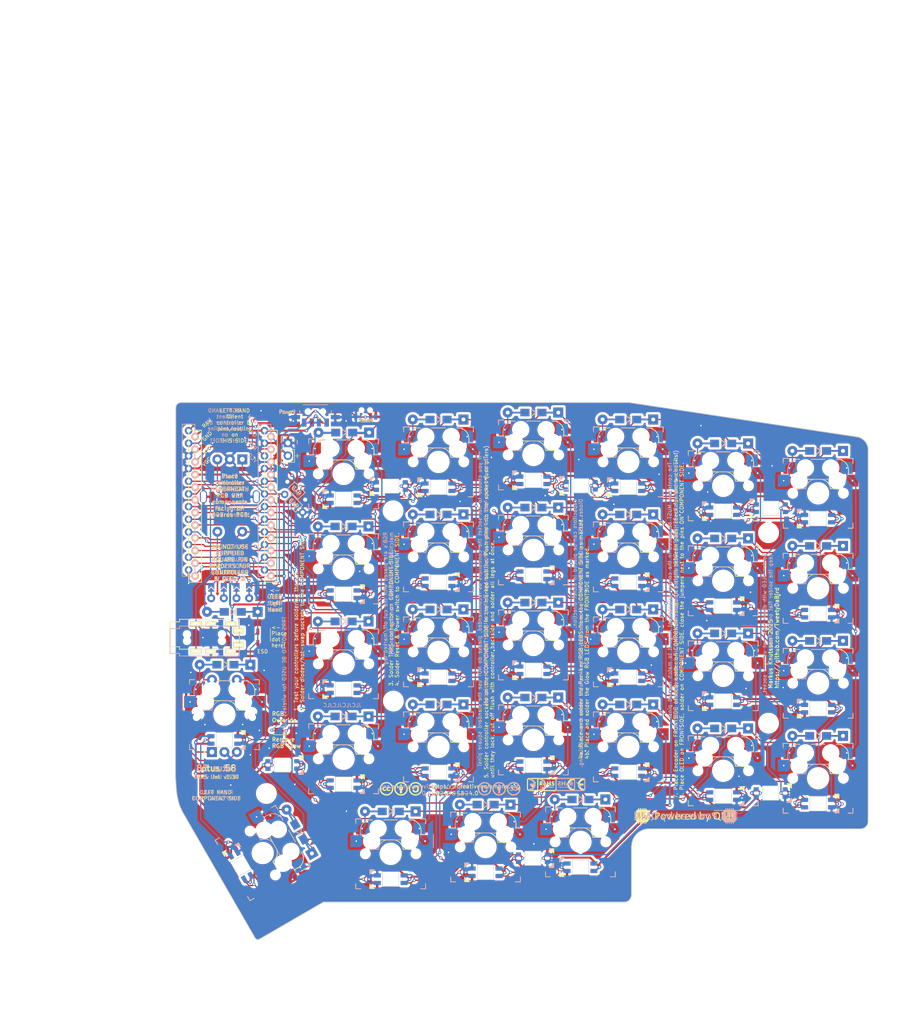
<source format=kicad_pcb>
(kicad_pcb (version 20241229) (generator "pcbnew") (generator_version "9.0")
  (title_block (title "Lotus 58 - TRRS Link") (date "2025-04-03") (rev "v1.30") (company "Markus Knutsson <markus.knutsson@tweety.se>") (comment 1 "https://github.com/TweetyDaBird") (comment 2 "Licensed under Creative Commons BY-SA 4.0 International"))
  (layers (0 "F.Cu" signal) (2 "B.Cu" signal) (13 "F.Paste" user) (15 "B.Paste" user) (5 "F.SilkS" user "F.Silkscreen") (7 "B.SilkS" user "B.Silkscreen") (1 "F.Mask" user) (3 "B.Mask" user) (25 "Edge.Cuts" user))
  (net 0 "")
  (net 1 "row4")
  (net 2 "Net-(D1-A)")
  (net 3 "Net-(D2-A)")
  (net 4 "row0")
  (net 5 "Net-(D3-A)")
  (net 6 "row1")
  (net 7 "Net-(D4-A)")
  (net 8 "row2")
  (net 9 "Net-(D5-A)")
  (net 10 "row3")
  (net 11 "Net-(D6-A)")
  (net 12 "Net-(D7-A)")
  (net 13 "Net-(D8-A)")
  (net 14 "Net-(D9-A)")
  (net 15 "Net-(D10-A)")
  (net 16 "Net-(D11-A)")
  (net 17 "Net-(D12-A)")
  (net 18 "Net-(D13-A)")
  (net 19 "Net-(D14-A)")
  (net 20 "Net-(D15-A)")
  (net 21 "Net-(D16-A)")
  (net 22 "Net-(D17-A)")
  (net 23 "Net-(D18-A)")
  (net 24 "Net-(D19-A)")
  (net 25 "Net-(D20-A)")
  (net 26 "Net-(D21-A)")
  (net 27 "Net-(D22-A)")
  (net 28 "Net-(D23-A)")
  (net 29 "Net-(D24-A)")
  (net 30 "Net-(D26-A)")
  (net 31 "Net-(D27-A)")
  (net 32 "VCC")
  (net 33 "GND")
  (net 34 "col0")
  (net 35 "col1")
  (net 36 "col2")
  (net 37 "col3")
  (net 38 "col4")
  (net 39 "col5")
  (net 40 "SDA")
  (net 41 "LED")
  (net 42 "SCL")
  (net 43 "RESET")
  (net 44 "Net-(D28-A)")
  (net 45 "DATA")
  (net 46 "Net-(D29-A)")
  (net 47 "B")
  (net 48 "A")
  (net 49 "Alt")
  (net 50 "Net-(D30-A)")
  (net 55 "Net-(LED1-DOUT)")
  (net 56 "Net-(LED2-DOUT)")
  (net 57 "Net-(LED3-DOUT)")
  (net 58 "Net-(LED4-DOUT)")
  (net 59 "Net-(LED5-DOUT)")
  (net 60 "Net-(LED7-DOUT)")
  (net 61 "Net-(LED8-DOUT)")
  (net 62 "Net-(LED10-DIN)")
  (net 63 "Net-(LED10-DOUT)")
  (net 64 "Net-(LED11-DOUT)")
  (net 65 "Net-(LED12-DOUT)")
  (net 66 "Net-(LED13-DIN)")
  (net 67 "Net-(LED13-DOUT)")
  (net 68 "Net-(LED14-DIN)")
  (net 69 "Net-(LED15-DIN)")
  (net 70 "Net-(LED16-DIN)")
  (net 71 "Net-(LED17-DIN)")
  (net 72 "Net-(LED19-DOUT)")
  (net 73 "Net-(LED20-DOUT)")
  (net 74 "Net-(LED21-DOUT)")
  (net 75 "Net-(LED22-DOUT)")
  (net 76 "Net-(LED23-DOUT)")
  (net 77 "Net-(LED24-DOUT)")
  (net 78 "Net-(LED25-DIN)")
  (net 79 "Net-(LED25-DOUT)")
  (net 80 "Net-(LED26-DIN)")
  (net 81 "Net-(LED27-DIN)")
  (net 82 "Net-(LED28-DIN)")
  (net 83 "Net-(LED29-DIN)")
  (net 84 "Net-(LED31-DOUT)")
  (net 86 "Net-(LED32-DOUT)")
  (net 87 "Net-(LED33-DOUT)")
  (net 88 "RGB_LINK")
  (net 89 "Battery")
  (net 90 "/Batt")
  (net 91 "Net-(LED34-DOUT)")
  (net 114 "Hand")
  (net 115 "unconnected-(S1-PadNO)")
  (footprint "Keyboard Common:Spacer PCB hole" (layer "F.Cu") (at 124.32538 57.40908)
    (property "Reference" "TH1" (hide yes))
    (property "Value" "HOLE" (hide yes))
  )
  (footprint "Keyboard Common:Spacer PCB hole" (layer "F.Cu") (at 199.7 61.8)
    (property "Reference" "TH2" (hide yes))
    (property "Value" "HOLE" (hide yes))
  )
  (footprint "Keyboard Common:Spacer PCB hole" (layer "F.Cu") (at 124.3965 95.5675)
    (property "Reference" "TH3" (hide yes))
    (property "Value" "HOLE" (hide yes))
  )
  (footprint "Keyboard Common:Spacer PCB hole" (layer "F.Cu") (at 199.7 100)
    (property "Reference" "TH4" (hide yes))
    (property "Value" "HOLE" (hide yes))
  )
  (footprint "Keyboard Common:Spacer PCB hole" (layer "F.Cu") (at 98.8949 114.1095 90)
    (property "Reference" "TH5" (hide yes))
    (property "Value" "HOLE" (hide yes))
  )
  (footprint "Keyboard Common:SSD1306-0.91-OLED-4pin-128x32 doublesided" (layer "F.Cu") (at 91.6305 56.4435 -90)
    (property "Reference" "P1" (hide yes))
    (property "Value" "OLED")
  )
  (footprint "Keyboard Library:RotaryEncoder_Alps_EC11E-Switch_Vertical_H20_special" (layer "F.Cu") (at 91.567 54.594 -90)
    (property "Reference" "SW30" (hide yes))
    (property "Value" "EC_11")
  )
  (footprint "Keyboard Controllers:ProMicro_Reversible_orig" (layer "F.Cu") (at 92.109 56.1)
    (property "Reference" "U1" (hide yes))
    (property "Value" "Controller" (hide yes))
  )
  (footprint "Common Library:MJ-4PP-9_alim" (layer "F.Cu") (at 81.4705 82.169 90)
    (property "Reference" "J1" (hide yes))
    (property "Value" "PJ-320A" (hide yes))
  )
  (footprint "Keyboard Library:RotaryEncoder_Alps_EC11E-Switch_Special" (layer "F.Cu") (at 90.4748 98.2853 90)
    (property "Reference" "SW31" (hide yes))
    (property "Value" "EC_11")
  )
  (footprint "Keyboard RGB:MX_SK6812MINI-E_REVERSIBLE" (layer "F.Cu") (at 114.4 55.08 180)
    (property "Reference" "LED7" (hide yes))
    (property "Value" "SK6803MINI-E")
    (fp_line (start 1.65 1.45) (end -1.65 1.45) (stroke (width 0.1)) (layer "Edge.Cuts"))
    (fp_line (start 1.65 -1.45) (end 1.65 1.45) (stroke (width 0.1)) (layer "Edge.Cuts"))
    (fp_line (start -1.65 1.45) (end -1.65 -1.45) (stroke (width 0.1)) (layer "Edge.Cuts"))
    (fp_line (start -1.65 -1.45) (end 1.65 -1.45) (stroke (width 0.1)) (layer "Edge.Cuts"))
  )
  (footprint "Keyboard RGB:MX_SK6812MINI-E_REVERSIBLE" (layer "F.Cu") (at 133.45 52.68 180)
    (property "Reference" "LED8" (hide yes))
    (property "Value" "SK6803MINI-E")
    (fp_line (start 1.65 1.45) (end -1.65 1.45) (stroke (width 0.1)) (layer "Edge.Cuts"))
    (fp_line (start 1.65 -1.45) (end 1.65 1.45) (stroke (width 0.1)) (layer "Edge.Cuts"))
    (fp_line (start -1.65 1.45) (end -1.65 -1.45) (stroke (width 0.1)) (layer "Edge.Cuts"))
    (fp_line (start -1.65 -1.45) (end 1.65 -1.45) (stroke (width 0.1)) (layer "Edge.Cuts"))
  )
  (footprint "Keyboard RGB:MX_SK6812MINI-E_REVERSIBLE" (layer "F.Cu") (at 152.5 51.29 180)
    (property "Reference" "LED9" (hide yes))
    (property "Value" "SK6803MINI-E")
    (fp_line (start 1.65 1.45) (end -1.65 1.45) (stroke (width 0.1)) (layer "Edge.Cuts"))
    (fp_line (start 1.65 -1.45) (end 1.65 1.45) (stroke (width 0.1)) (layer "Edge.Cuts"))
    (fp_line (start -1.65 1.45) (end -1.65 -1.45) (stroke (width 0.1)) (layer "Edge.Cuts"))
    (fp_line (start -1.65 -1.45) (end 1.65 -1.45) (stroke (width 0.1)) (layer "Edge.Cuts"))
  )
  (footprint "Keyboard RGB:MX_SK6812MINI-E_REVERSIBLE" (layer "F.Cu") (at 171.55 52.68 180)
    (property "Reference" "LED10" (hide yes))
    (property "Value" "SK6803MINI-E")
    (fp_line (start 1.65 1.45) (end -1.65 1.45) (stroke (width 0.1)) (layer "Edge.Cuts"))
    (fp_line (start 1.65 -1.45) (end 1.65 1.45) (stroke (width 0.1)) (layer "Edge.Cuts"))
    (fp_line (start -1.65 1.45) (end -1.65 -1.45) (stroke (width 0.1)) (layer "Edge.Cuts"))
    (fp_line (start -1.65 -1.45) (end 1.65 -1.45) (stroke (width 0.1)) (layer "Edge.Cuts"))
  )
  (footprint "Keyboard RGB:MX_SK6812MINI-E_REVERSIBLE" (layer "F.Cu") (at 190.6 57.48 180)
    (property "Reference" "LED11" (hide yes))
    (property "Value" "SK6803MINI-E")
    (fp_line (start 1.65 1.45) (end -1.65 1.45) (stroke (width 0.1)) (layer "Edge.Cuts"))
    (fp_line (start 1.65 -1.45) (end 1.65 1.45) (stroke (width 0.1)) (layer "Edge.Cuts"))
    (fp_line (start -1.65 1.45) (end -1.65 -1.45) (stroke (width 0.1)) (layer "Edge.Cuts"))
    (fp_line (start -1.65 -1.45) (end 1.65 -1.45) (stroke (width 0.1)) (layer "Edge.Cuts"))
  )
  (footprint "Keyboard RGB:MX_SK6812MINI-E_REVERSIBLE" (layer "F.Cu") (at 209.65 58.98 180)
    (property "Reference" "LED12" (hide yes))
    (property "Value" "SK6803MINI-E")
    (fp_line (start 1.65 1.45) (end -1.65 1.45) (stroke (width 0.1)) (layer "Edge.Cuts"))
    (fp_line (start 1.65 -1.45) (end 1.65 1.45) (stroke (width 0.1)) (layer "Edge.Cuts"))
    (fp_line (start -1.65 1.45) (end -1.65 -1.45) (stroke (width 0.1)) (layer "Edge.Cuts"))
    (fp_line (start -1.65 -1.45) (end 1.65 -1.45) (stroke (width 0.1)) (layer "Edge.Cuts"))
  )
  (footprint "Keyboard RGB:MX_SK6812MINI-E_REVERSIBLE" (layer "F.Cu") (at 114.4 74.13)
    (property "Reference" "LED13" (hide yes))
    (property "Value" "SK6803MINI-E")
    (fp_line (start -1.65 -1.45) (end 1.65 -1.45) (stroke (width 0.1)) (layer "Edge.Cuts"))
    (fp_line (start -1.65 1.45) (end -1.65 -1.45) (stroke (width 0.1)) (layer "Edge.Cuts"))
    (fp_line (start 1.65 -1.45) (end 1.65 1.45) (stroke (width 0.1)) (layer "Edge.Cuts"))
    (fp_line (start 1.65 1.45) (end -1.65 1.45) (stroke (width 0.1)) (layer "Edge.Cuts"))
  )
  (footprint "Keyboard RGB:MX_SK6812MINI-E_REVERSIBLE" (layer "F.Cu") (at 133.45 71.73)
    (property "Reference" "LED14" (hide yes))
    (property "Value" "SK6803MINI-E")
    (fp_line (start -1.65 -1.45) (end 1.65 -1.45) (stroke (width 0.1)) (layer "Edge.Cuts"))
    (fp_line (start -1.65 1.45) (end -1.65 -1.45) (stroke (width 0.1)) (layer "Edge.Cuts"))
    (fp_line (start 1.65 -1.45) (end 1.65 1.45) (stroke (width 0.1)) (layer "Edge.Cuts"))
    (fp_line (start 1.65 1.45) (end -1.65 1.45) (stroke (width 0.1)) (layer "Edge.Cuts"))
  )
  (footprint "Keyboard RGB:MX_SK6812MINI-E_REVERSIBLE" (layer "F.Cu") (at 152.5 70.34)
    (property "Reference" "LED15" (hide yes))
    (property "Value" "SK6803MINI-E")
    (fp_line (start -1.65 -1.45) (end 1.65 -1.45) (stroke (width 0.1)) (layer "Edge.Cuts"))
    (fp_line (start -1.65 1.45) (end -1.65 -1.45) (stroke (width 0.1)) (layer "Edge.Cuts"))
    (fp_line (start 1.65 -1.45) (end 1.65 1.45) (stroke (width 0.1)) (layer "Edge.Cuts"))
    (fp_line (start 1.65 1.45) (end -1.65 1.45) (stroke (width 0.1)) (layer "Edge.Cuts"))
  )
  (footprint "Keyboard RGB:MX_SK6812MINI-E_REVERSIBLE" (layer "F.Cu") (at 171.55 71.73)
    (property "Reference" "LED16" (hide yes))
    (property "Value" "SK6803MINI-E")
    (fp_line (start -1.65 -1.45) (end 1.65 -1.45) (stroke (width 0.1)) (layer "Edge.Cuts"))
    (fp_line (start -1.65 1.45) (end -1.65 -1.45) (stroke (width 0.1)) (layer "Edge.Cuts"))
    (fp_line (start 1.65 -1.45) (end 1.65 1.45) (stroke (width 0.1)) (layer "Edge.Cuts"))
    (fp_line (start 1.65 1.45) (end -1.65 1.45) (stroke (width 0.1)) (layer "Edge.Cuts"))
  )
  (footprint "Keyboard RGB:MX_SK6812MINI-E_REVERSIBLE" (layer "F.Cu") (at 190.6 76.53)
    (property "Reference" "LED17" (hide yes))
    (property "Value" "SK6803MINI-E")
    (fp_line (start -1.65 -1.45) (end 1.65 -1.45) (stroke (width 0.1)) (layer "Edge.Cuts"))
    (fp_line (start -1.65 1.45) (end -1.65 -1.45) (stroke (width 0.1)) (layer "Edge.Cuts"))
    (fp_line (start 1.65 -1.45) (end 1.65 1.45) (stroke (width 0.1)) (layer "Edge.Cuts"))
    (fp_line (start 1.65 1.45) (end -1.65 1.45) (stroke (width 0.1)) (layer "Edge.Cuts"))
  )
  (footprint "Keyboard RGB:MX_SK6812MINI-E_REVERSIBLE" (layer "F.Cu") (at 209.65 78.03)
    (property "Reference" "LED18" (hide yes))
    (property "Value" "SK6803MINI-E")
    (fp_line (start -1.65 -1.45) (end 1.65 -1.45) (stroke (width 0.1)) (layer "Edge.Cuts"))
    (fp_line (start -1.65 1.45) (end -1.65 -1.45) (stroke (width 0.1)) (layer "Edge.Cuts"))
    (fp_line (start 1.65 -1.45) (end 1.65 1.45) (stroke (width 0.1)) (layer "Edge.Cuts"))
    (fp_line (start 1.65 1.45) (end -1.65 1.45) (stroke (width 0.1)) (layer "Edge.Cuts"))
  )
  (footprint "Keyboard RGB:MX_SK6812MINI-E_REVERSIBLE" (layer "F.Cu") (at 114.4 93.18 180)
    (property "Reference" "LED19" (hide yes))
    (property "Value" "SK6803MINI-E")
    (fp_line (start 1.65 1.45) (end -1.65 1.45) (stroke (width 0.1)) (layer "Edge.Cuts"))
    (fp_line (start 1.65 -1.45) (end 1.65 1.45) (stroke (width 0.1)) (layer "Edge.Cuts"))
    (fp_line (start -1.65 1.45) (end -1.65 -1.45) (stroke (width 0.1)) (layer "Edge.Cuts"))
    (fp_line (start -1.65 -1.45) (end 1.65 -1.45) (stroke (width 0.1)) (layer "Edge.Cuts"))
  )
  (footprint "Keyboard RGB:MX_SK6812MINI-E_REVERSIBLE" (layer "F.Cu") (at 133.45 90.78 180)
    (property "Reference" "LED20" (hide yes))
    (property "Value" "SK6803MINI-E")
    (fp_line (start 1.65 1.45) (end -1.65 1.45) (stroke (width 0.1)) (layer "Edge.Cuts"))
    (fp_line (start 1.65 -1.45) (end 1.65 1.45) (stroke (width 0.1)) (layer "Edge.Cuts"))
    (fp_line (start -1.65 1.45) (end -1.65 -1.45) (stroke (width 0.1)) (layer "Edge.Cuts"))
    (fp_line (start -1.65 -1.45) (end 1.65 -1.45) (stroke (width 0.1)) (layer "Edge.Cuts"))
  )
  (footprint "Keyboard RGB:MX_SK6812MINI-E_REVERSIBLE" (layer "F.Cu") (at 152.5 89.39 180)
    (property "Reference" "LED21" (hide yes))
    (property "Value" "SK6803MINI-E")
    (fp_line (start 1.65 1.45) (end -1.65 1.45) (stroke (width 0.1)) (layer "Edge.Cuts"))
    (fp_line (start 1.65 -1.45) (end 1.65 1.45) (stroke (width 0.1)) (layer "Edge.Cuts"))
    (fp_line (start -1.65 1.45) (end -1.65 -1.45) (stroke (width 0.1)) (layer "Edge.Cuts"))
    (fp_line (start -1.65 -1.45) (end 1.65 -1.45) (stroke (width 0.1)) (layer "Edge.Cuts"))
  )
  (footprint "Keyboard RGB:MX_SK6812MINI-E_REVERSIBLE" (layer "F.Cu") (at 171.55 90.78 180)
    (property "Reference" "LED22" (hide yes))
    (property "Value" "SK6803MINI-E")
    (fp_line (start 1.65 1.45) (end -1.65 1.45) (stroke (width 0.1)) (layer "Edge.Cuts"))
    (fp_line (start 1.65 -1.45) (end 1.65 1.45) (stroke (width 0.1)) (layer "Edge.Cuts"))
    (fp_line (start -1.65 1.45) (end -1.65 -1.45) (stroke (width 0.1)) (layer "Edge.Cuts"))
    (fp_line (start -1.65 -1.45) (end 1.65 -1.45) (stroke (width 0.1)) (layer "Edge.Cuts"))
  )
  (footprint "Keyboard RGB:MX_SK6812MINI-E_REVERSIBLE" (layer "F.Cu") (at 190.6 95.58 180)
    (property "Reference" "LED23" (hide yes))
    (property "Value" "SK6803MINI-E")
    (fp_line (start 1.65 1.45) (end -1.65 1.45) (stroke (width 0.1)) (layer "Edge.Cuts"))
    (fp_line (start 1.65 -1.45) (end 1.65 1.45) (stroke (width 0.1)) (layer "Edge.Cuts"))
    (fp_line (start -1.65 1.45) (end -1.65 -1.45) (stroke (width 0.1)) (layer "Edge.Cuts"))
    (fp_line (start -1.65 -1.45) (end 1.65 -1.45) (stroke (width 0.1)) (layer "Edge.Cuts"))
  )
  (footprint "Keyboard RGB:MX_SK6812MINI-E_REVERSIBLE" (layer "F.Cu") (at 209.65 97.08 180)
    (property "Reference" "LED24" (hide yes))
    (property "Value" "SK6803MINI-E")
    (fp_line (start 1.65 1.45) (end -1.65 1.45) (stroke (width 0.1)) (layer "Edge.Cuts"))
    (fp_line (start 1.65 -1.45) (end 1.65 1.45) (stroke (width 0.1)) (layer "Edge.Cuts"))
    (fp_line (start -1.65 1.45) (end -1.65 -1.45) (stroke (width 0.1)) (layer "Edge.Cuts"))
    (fp_line (start -1.65 -1.45) (end 1.65 -1.45) (stroke (width 0.1)) (layer "Edge.Cuts"))
  )
  (footprint "Keyboard RGB:MX_SK6812MINI-E_REVERSIBLE" (layer "F.Cu") (at 114.4 112.23)
    (property "Reference" "LED25" (hide yes))
    (property "Value" "SK6803MINI-E")
    (fp_line (start -1.65 -1.45) (end 1.65 -1.45) (stroke (width 0.1)) (layer "Edge.Cuts"))
    (fp_line (start -1.65 1.45) (end -1.65 -1.45) (stroke (width 0.1)) (layer "Edge.Cuts"))
    (fp_line (start 1.65 -1.45) (end 1.65 1.45) (stroke (width 0.1)) (layer "Edge.Cuts"))
    (fp_line (start 1.65 1.45) (end -1.65 1.45) (stroke (width 0.1)) (layer "Edge.Cuts"))
  )
  (footprint "Keyboard RGB:MX_SK6812MINI-E_REVERSIBLE" (layer "F.Cu") (at 133.45 109.83)
    (property "Reference" "LED26" (hide yes))
    (property "Value" "SK6803MINI-E")
    (fp_line (start -1.65 -1.45) (end 1.65 -1.45) (stroke (width 0.1)) (layer "Edge.Cuts"))
    (fp_line (start -1.65 1.45) (end -1.65 -1.45) (stroke (width 0.1)) (layer "Edge.Cuts"))
    (fp_line (start 1.65 -1.45) (end 1.65 1.45) (stroke (width 0.1)) (layer "Edge.Cuts"))
    (fp_line (start 1.65 1.45) (end -1.65 1.45) (stroke (width 0.1)) (layer "Edge.Cuts"))
  )
  (footprint "Keyboard RGB:MX_SK6812MINI-E_REVERSIBLE" (layer "F.Cu") (at 152.5 108.44)
    (property "Reference" "LED27" (hide yes))
    (property "Value" "SK6803MINI-E")
    (fp_line (start -1.65 -1.45) (end 1.65 -1.45) (stroke (width 0.1)) (layer "Edge.Cuts"))
    (fp_line (start -1.65 1.45) (end -1.65 -1.45) (stroke (width 0.1)) (layer "Edge.Cuts"))
    (fp_line (start 1.65 -1.45) (end 1.65 1.45) (stroke (width 0.1)) (layer "Edge.Cuts"))
    (fp_line (start 1.65 1.45) (end -1.65 1.45) (stroke (width 0.1)) (layer "Edge.Cuts"))
  )
  (footprint "Keyboard RGB:MX_SK6812MINI-E_REVERSIBLE" (layer "F.Cu") (at 171.55 109.83)
    (property "Reference" "LED28" (hide yes))
    (property "Value" "SK6803MINI-E")
    (fp_line (start -1.65 -1.45) (end 1.65 -1.45) (stroke (width 0.1)) (layer "Edge.Cuts"))
    (fp_line (start -1.65 1.45) (end -1.65 -1.45) (stroke (width 0.1)) (layer "Edge.Cuts"))
    (fp_line (start 1.65 -1.45) (end 1.65 1.45) (stroke (width 0.1)) (layer "Edge.Cuts"))
    (fp_line (start 1.65 1.45) (end -1.65 1.45) (stroke (width 0.1)) (layer "Edge.Cuts"))
  )
  (footprint "Keyboard RGB:MX_SK6812MINI-E_REVERSIBLE" (layer "F.Cu") (at 190.6 114.63)
    (property "Reference" "LED29" (hide yes))
    (property "Value" "SK6803MINI-E")
    (fp_line (start -1.65 -1.45) (end 1.65 -1.45) (stroke (width 0.1)) (layer "Edge.Cuts"))
    (fp_line (start -1.65 1.45) (end -1.65 -1.45) (stroke (width 0.1)) (layer "Edge.Cuts"))
    (fp_line (start 1.65 -1.45) (end 1.65 1.45) (stroke (width 0.1)) (layer "Edge.Cuts"))
    (fp_line (start 1.65 1.45) (end -1.65 1.45) (stroke (width 0.1)) (layer "Edge.Cuts"))
  )
  (footprint "Keyboard RGB:MX_SK6812MINI-E_REVERSIBLE" (layer "F.Cu") (at 209.65 116.13)
    (property "Reference" "LED30" (hide yes))
    (property "Value" "SK6803MINI-E")
    (fp_line (start -1.65 -1.45) (end 1.65 -1.45) (stroke (width 0.1)) (layer "Edge.Cuts"))
    (fp_line (start -1.65 1.45) (end -1.65 -1.45) (stroke (width 0.1)) (layer "Edge.Cuts"))
    (fp_line (start 1.65 -1.45) (end 1.65 1.45) (stroke (width 0.1)) (layer "Edge.Cuts"))
    (fp_line (start 1.65 1.45) (end -1.65 1.45) (stroke (width 0.1)) (layer "Edge.Cuts"))
  )
  (footprint "Keyboard RGB:MX_SK6812MINI-E_REVERSIBLE" (layer "F.Cu") (at 90.4748 103.3653)
    (property "Reference" "LED31" (hide yes))
    (property "Value" "SK6803MINI-E")
    (fp_line (start -1.65 -1.45) (end 1.65 -1.45) (stroke (width 0.1)) (layer "Edge.Cuts"))
    (fp_line (start -1.65 1.45) (end -1.65 -1.45) (stroke (width 0.1)) (layer "Edge.Cuts"))
    (fp_line (start 1.65 -1.45) (end 1.65 1.45) (stroke (width 0.1)) (layer "Edge.Cuts"))
    (fp_line (start 1.65 1.45) (end -1.65 1.45) (stroke (width 0.1)) (layer "Edge.Cuts"))
  )
  (footprint "Keyboard RGB:MX_SK6812MINI-E_REVERSIBLE" (layer "F.Cu") (at 93.771591 128.587499 120)
    (property "Reference" "LED32" (hide yes))
    (property "Value" "SK6803MINI-E")
    (fp_line (start 1.65 -1.45) (end 1.65 1.45) (stroke (width 0.1)) (layer "Edge.Cuts"))
    (fp_line (start -1.65 -1.45) (end 1.65 -1.45) (stroke (width 0.1)) (layer "Edge.Cuts"))
    (fp_line (start 1.65 1.45) (end -1.65 1.45) (stroke (width 0.1)) (layer "Edge.Cuts"))
    (fp_line (start -1.65 1.45) (end -1.65 -1.45) (stroke (width 0.1)) (layer "Edge.Cuts"))
  )
  (footprint "Keyboard RGB:MX_SK6812MINI-E_REVERSIBLE" (layer "F.Cu") (at 123.85 131.28 180)
    (property "Reference" "LED33" (hide yes))
    (property "Value" "SK6803MINI-E")
    (fp_line (start 1.65 1.45) (end -1.65 1.45) (stroke (width 0.1)) (layer "Edge.Cuts"))
    (fp_line (start 1.65 -1.45) (end 1.65 1.45) (stroke (width 0.1)) (layer "Edge.Cuts"))
    (fp_line (start -1.65 1.45) (end -1.65 -1.45) (stroke (width 0.1)) (layer "Edge.Cuts"))
    (fp_line (start -1.65 -1.45) (end 1.65 -1.45) (stroke (width 0.1)) (layer "Edge.Cuts"))
  )
  (footprint "Keyboard RGB:MX_SK6812MINI-E_REVERSIBLE" (layer "F.Cu") (at 142.8977 129.9083 180)
    (property "Reference" "LED34" (hide yes))
    (property "Value" "SK6803MINI-E")
    (fp_line (start 1.65 1.45) (end -1.65 1.45) (stroke (width 0.1)) (layer "Edge.Cuts"))
    (fp_line (start 1.65 -1.45) (end 1.65 1.45) (stroke (width 0.1)) (layer "Edge.Cuts"))
    (fp_line (start -1.65 1.45) (end -1.65 -1.45) (stroke (width 0.1)) (layer "Edge.Cuts"))
    (fp_line (start -1.65 -1.45) (end 1.65 -1.45) (stroke (width 0.1)) (layer "Edge.Cuts"))
  )
  (footprint "Keyboard RGB:MX_SK6812MINI-E_REVERSIBLE" (layer "F.Cu") (at 161.95 128.88 180)
    (property "Reference" "LED35" (hide yes))
    (property "Value" "SK6803MINI-E")
    (fp_line (start 1.65 1.45) (end -1.65 1.45) (stroke (width 0.1)) (layer "Edge.Cuts"))
    (fp_line (start 1.65 -1.45) (end 1.65 1.45) (stroke (width 0.1)) (layer "Edge.Cuts"))
    (fp_line (start -1.65 1.45) (end -1.65 -1.45) (stroke (width 0.1)) (layer "Edge.Cuts"))
    (fp_line (start -1.65 -1.45) (end 1.65 -1.45) (stroke (width 0.1)) (layer "Edge.Cuts"))
  )
  (footprint "Keyboard Common:MSK12C02" (layer "F.Cu") (at 108.74 37.52 180)
    (property "Reference" "S1" (hide yes))
    (property "Value" "MSK12C02" (hide yes))
  )
  (footprint "Connector_PinHeader_2.54mm:PinHeader_1x02_P2.54mm_Vertical" (layer "F.Cu") (at 103.22 43.82)
    (property "Reference" "J2" (hide yes))
    (property "Value" "Conn_01x02")
  )
  (footprint "Keyboard Common:Diode_DO35_SOD123" (layer "F.Cu") (at 92.1512 77.6732 180)
    (property "Reference" "D30" (hide yes))
    (property "Value" "1N4148/1N4148W" (hide yes))
  )
  (footprint "Logotypes:CE" (layer "F.Cu") (at 161.05 112.3)
    (property "Reference" "Logo5" (hide yes))
    (property "Value" "CE_Logo" (hide yes))
  )
  (footprint "Logotypes:qmk logo" (layer "F.Cu") (at 183.02 118.6)
    (property "Reference" "Logo8" (hide yes))
    (property "Value" "QMK_Logo" (hide yes))
  )
  (footprint "Logotypes:RoHs" (layer "F.Cu") (at 154.173789 112.308252)
    (property "Reference" "G***" (hide yes))
    (property "Value" "LOGO" (hide yes))
  )
  (footprint "Keyboard Common:Jumper_min_v2" (layer "F.Cu") (at 101.429286 101.522354)
    (property "Reference" "JP5" (hide yes))
    (property "Value" "FULL" (hide yes))
  )
  (footprint "Logotypes:CC_BY_SA_40_line" (layer "F.Cu") (at 135.775 113.37)
    (property "Reference" "Logo7" (hide yes))
    (property "Value" "CC-BY-SA-4.0")
  )
  (footprint "Keyboard Common:YTS-A002" (layer "F.Cu") (at 118.86 37.21)
    (property "Reference" "RES2" (hide yes))
    (property "Value" "TS-A002" (hide yes))
  )
  (footprint "Package_TO_SOT_SMD:SOT-23-6" (layer "F.Cu") (at 98.14 82.8 -90)
    (property "Reference" "U2" (hide yes))
    (property "Value" "SRV05-4")
  )
  (footprint "Keyboard Common:Diode_DO35_SOD123" (layer "B.Cu") (at 114.52 41.73 180)
    (property "Reference" "D1" (hide yes))
    (property "Value" "1N4148/1N4148W" (hide yes))
  )
  (footprint "Keyboard Common:Diode_DO35_SOD123" (layer "B.Cu") (at 152.5 37.71 180)
    (property "Reference" "D3" (hide yes))
    (property "Value" "1N4148/1N4148W" (hide yes))
  )
  (footprint "Keyboard Common:Diode_DO35_SOD123" (layer "B.Cu") (at 171.55 39.1 180)
    (property "Reference" "D4" (hide yes))
    (property "Value" "1N4148/1N4148W" (hide yes))
  )
  (footprint "Keyboard Common:Diode_DO35_SOD123" (layer "B.Cu") (at 209.65 45.4 180)
    (property "Reference" "D6" (hide yes))
    (property "Value" "1N4148/1N4148W" (hide yes))
  )
  (footprint "Keyboard Common:Diode_DO35_SOD123" (layer "B.Cu") (at 152.5 56.76 180)
    (property "Reference" "D9" (hide yes))
    (property "Value" "1N4148/1N4148W" (hide yes))
  )
  (footprint "Keyboard Common:Diode_DO35_SOD123" (layer "B.Cu") (at 171.55 58.15 180)
    (property "Reference" "D10" (hide yes))
    (property "Value" "1N4148/1N4148W" (hide yes))
  )
  (footprint "Keyboard Common:Diode_DO35_SOD123" (layer "B.Cu") (at 190.6 62.95 180)
    (property "Reference" "D11" (hide yes))
    (property "Value" "1N4148/1N4148W" (hide yes))
  )
  (footprint "Keyboard Common:Diode_DO35_SOD123" (layer "B.Cu") (at 209.65 64.45 180)
    (property "Reference" "D12" (hide yes))
    (property "Value" "1N4148/1N4148W" (hide yes))
  )
  (footprint "Keyboard Common:Diode_DO35_SOD123" (layer "B.Cu") (at 114.4 79.6 180)
    (property "Reference" "D13" (hide yes))
    (property "Value" "1N4148/1N4148W" (hide yes))
  )
  (footprint "Keyboard Common:Diode_DO35_SOD123" (layer "B.Cu") (at 133.45 77.2 180)
    (property "Reference" "D14" (hide yes))
    (property "Value" "1N4148/1N4148W" (hide yes))
  )
  (footprint "Keyboard Common:Diode_DO35_SOD123" (layer "B.Cu") (at 152.5 75.81 180)
    (property "Reference" "D15" (hide yes))
    (property "Value" "1N4148/1N4148W" (hide yes))
  )
  (footprint "Keyboard Common:Diode_DO35_SOD123" (layer "B.Cu") (at 171.55 77.2 180)
    (property "Reference" "D16" (hide yes))
    (property "Value" "1N4148/1N4148W" (hide yes))
  )
  (footprint "Keyboard Common:Diode_DO35_SOD123" (layer "B.Cu") (at 209.65 83.5 180)
    (property "Reference" "D18" (hide yes))
    (property "Value" "1N4148/1N4148W" (hide yes))
  )
  (footprint "Keyboard Common:Diode_DO35_SOD123" (layer "B.Cu") (at 114.4 98.65 180)
    (property "Reference" "D19" (hide yes))
    (property "Value" "1N4148/1N4148W" (hide yes))
  )
  (footprint "Keyboard Common:Diode_DO35_SOD123" (layer "B.Cu") (at 133.45 96.25 180)
    (property "Reference" "D20" (hide yes))
    (property "Value" "1N4148/1N4148W" (hide yes))
  )
  (footprint "Keyboard Common:Diode_DO35_SOD123" (layer "B.Cu") (at 152.5 94.86 180)
    (property "Reference" "D21" (hide yes))
    (property "Value" "1N4148/1N4148W" (hide yes))
  )
  (footprint "Keyboard Common:Diode_DO35_SOD123" (layer "B.Cu") (at 171.55 96.25 180)
    (property "Reference" "D22" (hide yes))
    (property "Value" "1N4148/1N4148W" (hide yes))
  )
  (footprint "Keyboard Common:Diode_DO35_SOD123" (layer "B.Cu") (at 190.6 101.05 180)
    (property "Reference" "D23" (hide yes))
    (property "Value" "1N4148/1N4148W" (hide yes))
  )
  (footprint "Keyboard Common:Diode_DO35_SOD123" (layer "B.Cu") (at 105.532215 121.797501 120)
    (property "Reference" "D26" (hide yes))
    (property "Value" "1N4148/1N4148W" (hide yes))
  )
  (footprint "Keyboard Common:Diode_DO35_SOD123" (layer "B.Cu") (at 123.85 117.7 180)
    (property "Reference" "D27" (hide yes))
    (property "Value" "1N4148/1N4148W" (hide yes))
  )
  (footprint "Keyboard Switches:SW_MX_HotSwap_Reversible" (layer "B.Cu") (at 133.45 47.6 180)
    (property "Reference" "SW2" (hide yes))
    (property "Value" "Kailh hotswap MX socket" (hide yes))
  )
  (footprint "Keyboard Switches:SW_MX_HotSwap_Reversible" (layer "B.Cu") (at 152.5 46.21 180)
    (property "Reference" "SW3" (hide yes))
    (property "Value" "Kailh hotswap MX socket" (hide yes))
  )
  (footprint "Keyboard Switches:SW_MX_HotSwap_Reversible" (layer "B.Cu") (at 171.55 47.6 180)
    (property "Reference" "SW4" (hide yes))
    (property "Value" "Kailh hotswap MX socket" (hide yes))
  )
  (footprint "Keyboard Switches:SW_MX_HotSwap_Reversible" (layer "B.Cu") (at 209.65 53.9 180)
    (property "Reference" "SW6" (hide yes))
    (property "Value" "Kailh hotswap MX socket" (hide yes))
  )
  (footprint "Keyboard Switches:SW_MX_HotSwap_Reversible" (layer "B.Cu") (at 114.4 69.05 180)
    (property "Reference" "SW7" (hide yes))
    (property "Value" "Kailh hotswap MX socket" (hide yes))
  )
  (footprint "Keyboard Switches:SW_MX_HotSwap_Reversible" (layer "B.Cu") (at 152.5 65.26 180)
    (property "Reference" "SW9" (hide yes))
    (property "Value" "Kailh hotswap MX socket" (hide yes))
  )
  (footprint "Keyboard Switches:SW_MX_HotSwap_Reversible" (layer "B.Cu") (at 171.55 66.65 180)
    (property "Reference" "SW10" (hide yes))
    (property "Value" "Kailh hotswap MX socket" (hide yes))
  )
  (footprint "Keyboard Switches:SW_MX_HotSwap_Reversible" (layer "B.Cu") (at 190.6 71.45 180)
    (property "Reference" "SW11" (hide yes))
    (property "Value" "Kailh hotswap MX socket" (hide yes))
  )
  (footprint "Keyboard Switches:SW_MX_HotSwap_Reversible" (layer "B.Cu") (at 209.65 72.95 180)
    (property "Reference" "SW12" (hide yes))
    (property "Value" "Kailh hotswap MX socket" (hide yes))
  )
  (footprint "Keyboard Switches:SW_MX_HotSwap_Reversible" (layer "B.Cu") (at 114.4 88.1 180)
    (property "Reference" "SW13" (hide yes))
    (property "Value" "Kailh hotswap MX socket" (hide yes))
  )
  (footprint "Keyboard Switches:SW_MX_HotSwap_Reversible" (layer "B.Cu") (at 133.45 85.7 180)
    (property "Reference" "SW14" (hide yes))
    (property "Value" "Kailh hotswap MX socket" (hide yes))
  )
  (footprint "Keyboard Switches:SW_MX_HotSwap_Reversible" (layer "B.Cu") (at 152.5 84.31 180)
    (property "Reference" "SW15" (hide yes))
    (property "Value" "Kailh hotswap MX socket" (hide yes))
  )
  (footprint "Keyboard Switches:SW_MX_HotSwap_Reversible" (layer "B.Cu") (at 190.6 90.5 180)
    (property "Reference" "SW17" (hide yes))
    (property "Value" "Kailh hotswap MX socket" (hide yes))
  )
  (footprint "Keyboard Switches:SW_MX_HotSwap_Reversible" (layer "B.Cu") (at 209.65 92 180)
    (property "Reference" "SW18" (hide yes))
    (property "Value" "Kailh hotswap MX socket" (hide yes))
  )
  (footprint "Keyboard Switches:SW_MX_HotSwap_Reversible" (layer "B.Cu") (at 114.4 107.15 180)
    (property "Reference" "SW19" (hide yes))
    (property "Value" "Kailh hotswap MX socket" (hide yes))
  )
  (footprint "Keyboard Switches:SW_MX_HotSwap_Reversible" (layer "B.Cu") (at 133.45 104.75 180)
    (property "Reference" "SW20" (hide yes))
    (property "Value" "Kailh hotswap MX socket" (hide yes))
  )
  (footprint "Keyboard Switches:SW_MX_HotSwap_Reversible" (layer "B.Cu") (at 152.5 103.36 180)
    (property "Reference" "SW21" (hide yes))
    (property "Value" "Kailh hotswap MX socket" (hide yes))
  )
  (footprint "Keyboard Switches:SW_MX_HotSwap_Reversible" (layer "B.Cu") (at 171.55 104.75 180)
    (property "Reference" "SW22" (hide yes))
    (property "Value" "Kailh hotswap MX socket" (hide yes))
  )
  (footprint "Keyboard Switches:SW_MX_HotSwap_Reversible" (layer "B.Cu") (at 190.6 109.55 180)
    (property "Reference" "SW23" (hide yes))
    (property "Value" "Kailh hotswap MX socket" (hide yes))
  )
  (footprint "Keyboard Switches:SW_MX_HotSwap_Reversible" (layer "B.Cu") (at 123.85 126.2 180)
    (property "Reference" "SW27" (hide yes))
    (property "Value" "Kailh hotswap MX socket" (hide yes))
  )
  (footprint "Keyboard Switches:SW_MX_HotSwap_Reversible" (layer "B.Cu") (at 142.8977 124.8283 180)
    (property "Reference" "SW28" (hide yes))
    (property "Value" "Kailh hotswap MX socket" (hide yes))
  )
  (footprint "Keyboard Switches:SW_MX_HotSwap_Reversible" (layer "B.Cu") (at 161.95 123.8 180)
    (property "Reference" "SW29" (hide yes))
    (property "Value" "Kailh hotswap MX socket" (hide yes))
  )
  (footprint "Keyboard Switches:SW_MX_HotSwap_Reversible" (layer "B.Cu") (at 114.4 50 180)
    (property "Reference" "SW1" (hide yes))
    (property "Value" "Kailh hotswap MX socket" (hide yes))
  )
  (footprint "Keyboard Common:Diode_DO35_SOD123" (layer "B.Cu") (at 209.65 102.55 180)
    (property "Reference" "D24" (hide yes))
    (property "Value" "1N4148/1N4148W" (hide yes))
  )
  (footprint "Keyboard Switches:SW_MX_HotSwap_Reversible" (layer "B.Cu") (at 90.4748 98.2853 180)
    (property "Reference" "SW25" (hide yes))
    (property "Value" "Kailh hotswap MX socket" (hide yes))
  )
  (footprint "Keyboard Switches:SW_MX_HotSwap_Reversible" (layer "B.Cu") (at 209.65 111.05 180)
    (property "Reference" "SW24" (hide yes))
    (property "Value" "Kailh hotswap MX socket" (hide yes))
  )
  (footprint "Keyboard Common:Diode_DO35_SOD123" (layer "B.Cu") (at 114.4 60.55 180)
    (property "Reference" "D7" (hide yes))
    (property "Value" "1N4148/1N4148W" (hide yes))
  )
  (footprint "Keyboard Common:Diode_DO35_SOD123" (layer "B.Cu") (at 133.45 58.15 180)
    (property "Reference" "D8" (hide yes))
    (property "Value" "1N4148/1N4148W" (hide yes))
  )
  (footprint "Keyboard Common:RESISTOR_Reversible" (layer "B.Cu") (at 104.375949 55.912749 135)
    (property "Reference" "C2" (hide yes))
    (property "Value" "50V/100nF axial" (hide yes))
  )
  (footprint "Keyboard Switches:SW_MX_HotSwap_Reversible" (layer "B.Cu") (at 98.171 126.0475 120)
    (property "Reference" "SW26" (hide yes))
    (property "Value" "Kailh hotswap MX socket" (hide yes))
  )
  (footprint "Keyboard Common:Diode_DO35_SOD123" (layer "B.Cu") (at 142.8977 116.3283 180)
    (property "Reference" "D28" (hide yes))
    (property "Value" "1N4148/1N4148W" (hide yes))
  )
  (footprint "Keyboard Common:Diode_DO35_SOD123" (layer "B.Cu") (at 161.95 115.3 180)
    (property "Reference" "D29" (hide yes))
    (property "Value" "1N4148/1N4148W" (hide yes))
  )
  (footprint "Keyboard Switches:SW_MX_HotSwap_Reversible" (layer "B.Cu") (at 171.55 85.7 180)
    (property "Reference" "SW16" (hide yes))
    (property "Value" "Kailh hotswap MX socket" (hide yes))
  )
  (footprint "Keyboard Common:Diode_DO35_SOD123" (layer "B.Cu") (at 133.45 39.098 180)
    (property "Reference" "D2" (hide yes))
    (property "Value" "1N4148/1N4148W" (hide yes))
  )
  (footprint "Keyboard Common:Diode_DO35_SOD123" (layer "B.Cu") (at 190.6 43.9 180)
    (property "Reference" "D5" (hide yes))
    (property "Value" "1N4148/1N4148W" (hide yes))
  )
  (footprint "Keyboard RGB:MX_SK6812MINI-E_REVERSIBLE_special_v2" (layer "B.Cu") (at 200.125 114.022)
    (property "Reference" "LED4" (hide yes))
    (property "Value" "SK6812MINI-E" (hide yes))
    (fp_line (start -1.61 -1.41) (end 1.61 -1.41) (stroke (width 0.1)) (layer "Edge.Cuts"))
    (fp_line (start -1.61 1.41) (end -1.61 -1.41) (stroke (width 0.1)) (layer "Edge.Cuts"))
    (fp_line (start 1.61 -1.41) (end 1.61 1.41) (stroke (width 0.1)) (layer "Edge.Cuts"))
    (fp_line (start 1.61 1.41) (end -1.61 1.41) (stroke (width 0.1)) (layer "Edge.Cuts"))
  )
  (footprint "Keyboard RGB:MX_SK6812MINI-E_REVERSIBLE_special_v2" (layer "B.Cu") (at 152.4 127.0795)
    (property "Reference" "LED5" (hide yes))
    (property "Value" "SK6812MINI-E" (hide yes))
    (fp_line (start -1.61 -1.41) (end 1.61 -1.41) (stroke (width 0.1)) (layer "Edge.Cuts"))
    (fp_line (start -1.61 1.41) (end -1.61 -1.41) (stroke (width 0.1)) (layer "Edge.Cuts"))
    (fp_line (start 1.61 -1.41) (end 1.61 1.41) (stroke (width 0.1)) (layer "Edge.Cuts"))
    (fp_line (start 1.61 1.41) (end -1.61 1.41) (stroke (width 0.1)) (layer "Edge.Cuts"))
  )
  (footprint "Keyboard RGB:MX_SK6812MINI-E_REVERSIBLE_special_v2" (layer "B.Cu") (at 102.108 108.3945)
    (property "Reference" "LED6" (hide yes))
    (property "Value" "SK6812MINI-E" (hide yes))
    (fp_line (start -1.61 -1.41) (end 1.61 -1.41) (stroke (width 0.1)) (layer "Edge.Cuts"))
    (fp_line (start -1.61 1.41) (end -1.61 -1.41) (stroke (width 0.1)) (layer "Edge.Cuts"))
    (fp_line (start 1.61 -1.41) (end 1.61 1.41) (stroke (width 0.1)) (layer "Edge.Cuts"))
    (fp_line (start 1.61 1.41) (end -1.61 1.41) (stroke (width 0.1)) (layer "Edge.Cuts"))
  )
  (footprint "Keyboard RGB:MX_SK6812MINI-E_REVERSIBLE_special_v2" (layer "B.Cu") (at 200.152 56.896 180)
    (property "Reference" "LED3" (hide yes))
    (property "Value" "SK6812MINI-E" (hide yes))
    (fp_line (start 1.61 1.41) (end -1.61 1.41) (stroke (width 0.1)) (layer "Edge.Cuts"))
    (fp_line (start 1.61 -1.41) (end 1.61 1.41) (stroke (width 0.1)) (layer "Edge.Cuts"))
    (fp_line (start -1.61 1.41) (end -1.61 -1.41) (stroke (width 0.1)) (layer "Edge.Cuts"))
    (fp_line (start -1.61 -1.41) (end 1.61 -1.41) (stroke (width 0.1)) (layer "Edge.Cuts"))
  )
  (footprint "Keyboard RGB:MX_SK6812MINI-E_REVERSIBLE_special_v2" (layer "B.Cu") (at 123.8885 52.451 180)
    (property "Reference" "LED1" (hide yes))
    (property "Value" "SK6812MINI-E" (hide yes))
    (fp_line (start 1.61 1.41) (end -1.61 1.41) (stroke (width 0.1)) (layer "Edge.Cuts"))
    (fp_line (start 1.61 -1.41) (end 1.61 1.41) (stroke (width 0.1)) (layer "Edge.Cuts"))
    (fp_line (start -1.61 1.41) (end -1.61 -1.41) (stroke (width 0.1)) (layer "Edge.Cuts"))
    (fp_line (start -1.61 -1.41) (end 1.61 -1.41) (stroke (width 0.1)) (layer "Edge.Cuts"))
  )
  (footprint "Keyboard Common:Diode_DO35_SOD123" (layer "B.Cu") (at 190.6 82 180)
    (property "Reference" "D17" (hide yes))
    (property "Value" "1N4148/1N4148W" (hide yes))
  )
  (footprint "Keyboard Common:Diode_DO35_SOD123" (layer "B.Cu") (at 90.678 88.265 180)
    (property "Reference" "D25" (hide yes))
    (property "Value" "1N4148/1N4148W" (hide yes))
  )
  (footprint "Keyboard Switches:SW_MX_HotSwap_Reversible" (layer "B.Cu") (at 190.6 52.4 180)
    (property "Reference" "SW5" (hide yes))
    (property "Value" "Kailh hotswap MX socket" (hide yes))
  )
  (footprint "Keyboard RGB:MX_SK6812MINI-E_REVERSIBLE_special_v2" (layer "B.Cu") (at 161.9885 52.3875 180)
    (property "Reference" "LED2" (hide yes))
    (property "Value" "SK6812MINI-E" (hide yes))
    (fp_line (start 1.61 1.41) (end -1.61 1.41) (stroke (width 0.1)) (layer "Edge.Cuts"))
    (fp_line (start 1.61 -1.41) (end 1.61 1.41) (stroke (width 0.1)) (layer "Edge.Cuts"))
    (fp_line (start -1.61 1.41) (end -1.61 -1.41) (stroke (width 0.1)) (layer "Edge.Cuts"))
    (fp_line (start -1.61 -1.41) (end 1.61 -1.41) (stroke (width 0.1)) (layer "Edge.Cuts"))
  )
  (footprint "Keyboard Switches:SW_MX_HotSwap_Reversible" (layer "B.Cu") (at 133.45 66.65 180)
    (property "Reference" "SW8" (hide yes))
    (property "Value" "Kailh hotswap MX socket" (hide yes))
  )
  (footprint "Logotypes:RoHs" (layer "B.Cu") (at 159.954664 112.308252 180)
    (property "Reference" "G***" (hide yes))
    (property "Value" "LOGO" (hide yes))
  )
  (footprint "Logotypes:CC_BY_SA_40_line" (layer "B.Cu") (at 135.775 113.37 180)
    (property "Reference" "Logo2" (hide yes))
    (property "Value" "CC-BY-SA-4.0")
  )
  (footprint "Keyboard Common:MSK12C02" (layer "B.Cu") (at 108.74 37.52)
    (property "Reference" "S2" (hide yes))
    (property "Value" "MSK12C02" (hide yes))
  )
  (footprint "Keyboard Common:RESISTOR_Reversible" (layer "B.Cu") (at 104.9 53.375 135)
    (property "Reference" "C1" (hide yes))
    (property "Value" "50V/100nF axial" (hide yes))
  )
  (footprint "Logotypes:qmk logo" (layer "B.Cu") (at 183.2 118.6 180)
    (property "Reference" "Logo1" (hide yes))
    (property "Value" "QMK_Logo" (hide yes))
  )
  (footprint "Logotypes:CE" (layer "B.Cu") (at 153.308258 112.3 180)
    (property "Reference" "Logo6" (hide yes))
    (property "Value" "CE_Logo" (hide yes))
  )
  (footprint "Keyboard Common:YTS-A002" (layer "B.Cu") (at 118.86 37.21 180)
    (property "Reference" "RES1" (hide yes))
    (property "Value" "TS-A002" (hide yes))
  )
  (gr_line (start 81.4197 116.3955) (end 81.9785 117.6655) (stroke (width 0.15)) (layer "Edge.Cuts"))
  (gr_line (start 219.50172 44.1452) (end 219.70492 44.8564) (stroke (width 0.15)) (layer "Edge.Cuts"))
  (gr_line (start 219.258732 120.757048) (end 219.03678 120.940136) (stroke (width 0.15)) (layer "Edge.Cuts"))
  (gr_line (start 219.03678 120.940136) (end 218.781972 121.078352) (stroke (width 0.15)) (layer "Edge.Cuts"))
  (gr_line (start 219.667372 119.998631) (end 219.580037 120.280287) (stroke (width 0.15)) (layer "Edge.Cuts"))
  (gr_line (start 219.580037 120.280287) (end 219.441821 120.535096) (stroke (width 0.15)) (layer "Edge.Cuts"))
  (gr_line (start 219.70492 119.6848) (end 219.667372 119.998631) (stroke (width 0.15)) (layer "Edge.Cuts"))
  (gr_line (start 219.441821 120.535096) (end 219.258732 120.757048) (stroke (width 0.15)) (layer "Edge.Cuts"))
  (gr_line (start 218.781972 121.078352) (end 218.500315 121.165688) (stroke (width 0.15)) (layer "Edge.Cuts"))
  (gr_line (start 218.500315 121.165688) (end 218.18092 121.19356) (stroke (width 0.15)) (layer "Edge.Cuts"))
  (gr_line (start 172.075297 134.989392) (end 171.937081 135.244201) (stroke (width 0.15)) (layer "Edge.Cuts"))
  (gr_line (start 80.7003 36.7444) (end 80.722283 36.528775) (stroke (width 0.15)) (layer "Edge.Cuts"))
  (gr_line (start 80.722283 36.528775) (end 80.783417 36.331615) (stroke (width 0.15)) (layer "Edge.Cuts"))
  (gr_line (start 81.342063 35.77297) (end 81.539222 35.711835) (stroke (width 0.15)) (layer "Edge.Cuts"))
  (gr_line (start 81.539222 35.711835) (end 81.7544 35.6903) (stroke (width 0.15)) (layer "Edge.Cuts"))
  (gr_line (start 80.880169 36.153249) (end 81.00833 35.997883) (stroke (width 0.15)) (layer "Edge.Cuts"))
  (gr_line (start 80.783417 36.331615) (end 80.880169 36.153249) (stroke (width 0.15)) (layer "Edge.Cuts"))
  (gr_line (start 81.00833 35.997883) (end 81.163697 35.869721) (stroke (width 0.15)) (layer "Edge.Cuts"))
  (gr_line (start 81.163697 35.869721) (end 81.342063 35.77297) (stroke (width 0.15)) (layer "Edge.Cuts"))
  (gr_line (start 80.772 112.649) (end 80.899 114.1095) (stroke (width 0.15)) (layer "Edge.Cuts"))
  (gr_line (start 80.7085 111.8235) (end 80.772 112.649) (stroke (width 0.15)) (layer "Edge.Cuts"))
  (gr_line (start 171.704 35.687) (end 81.7544 35.6903) (stroke (width 0.15)) (layer "Edge.Cuts"))
  (gr_line (start 218.511891 42.96639) (end 217.79552 42.621355) (stroke (width 0.15)) (layer "Edge.Cuts"))
  (gr_line (start 81.153 115.3795) (end 81.4197 116.3955) (stroke (width 0.15)) (layer "Edge.Cuts"))
  (gr_line (start 97.119252 143.413974) (end 97.268206 143.404468) (stroke (width 0.15)) (layer "Edge.Cuts"))
  (gr_line (start 171.53204 135.649242) (end 171.277232 135.787458) (stroke (width 0.15)) (layer "Edge.Cuts"))
  (gr_line (start 96.629837 143.08815) (end 96.735295 143.222884) (stroke (width 0.15)) (layer "Edge.Cuts"))
  (gr_line (start 80.645 110.617) (end 80.7003 36.7444) (stroke (width 0.15)) (layer "Edge.Cuts"))
  (gr_line (start 80.645 110.617) (end 80.7085 111.8235) (stroke (width 0.15)) (layer "Edge.Cuts"))
  (gr_line (start 172.162633 134.707736) (end 172.075297 134.989392) (stroke (width 0.15)) (layer "Edge.Cuts"))
  (gr_line (start 171.277232 135.787458) (end 170.995576 135.874793) (stroke (width 0.15)) (layer "Edge.Cuts"))
  (gr_line (start 172.19308 134.427634) (end 172.162633 134.707736) (stroke (width 0.15)) (layer "Edge.Cuts"))
  (gr_line (start 96.852328 143.322532) (end 96.98047 143.386445) (stroke (width 0.15)) (layer "Edge.Cuts"))
  (gr_line (start 171.753993 135.466153) (end 171.53204 135.649242) (stroke (width 0.15)) (layer "Edge.Cuts"))
  (gr_line (start 110.31982 135.90524) (end 170.69308 135.90524) (stroke (width 0.15)) (layer "Edge.Cuts"))
  (gr_line (start 174.356326 121.468421) (end 175.013524 121.264638) (stroke (width 0.15)) (layer "Edge.Cuts"))
  (gr_line (start 80.899 114.1095) (end 81.153 115.3795) (stroke (width 0.15)) (layer "Edge.Cuts"))
  (gr_line (start 97.426864 143.357278) (end 97.594758 143.271756) (stroke (width 0.15)) (layer "Edge.Cuts"))
  (gr_line (start 171.937081 135.244201) (end 171.753993 135.466153) (stroke (width 0.15)) (layer "Edge.Cuts"))
  (gr_line (start 97.594758 143.271756) (end 110.31982 135.90524) (stroke (width 0.15)) (layer "Edge.Cuts"))
  (gr_line (start 172.19422 124.69622) (end 172.19308 134.427634) (stroke (width 0.15)) (layer "Edge.Cuts"))
  (gr_line (start 173.243884 122.218131) (end 173.761773 121.790925) (stroke (width 0.15)) (layer "Edge.Cuts"))
  (gr_line (start 217.79552 42.621355) (end 171.704 35.687) (stroke (width 0.15)) (layer "Edge.Cuts"))
  (gr_line (start 175.719348 121.193595) (end 218.18092 121.19356) (stroke (width 0.15)) (layer "Edge.Cuts"))
  (gr_line (start 97.268206 143.404468) (end 97.426864 143.357278) (stroke (width 0.15)) (layer "Edge.Cuts"))
  (gr_line (start 172.494174 123.330573) (end 172.816678 122.73602) (stroke (width 0.15)) (layer "Edge.Cuts"))
  (gr_line (start 219.13342 43.5102) (end 219.50172 44.1452) (stroke (width 0.15)) (layer "Edge.Cuts"))
  (gr_line (start 219.70492 44.8564) (end 219.70492 119.6848) (stroke (width 0.15)) (layer "Edge.Cuts"))
  (gr_line (start 172.19422 124.69622) (end 172.290391 123.987771) (stroke (width 0.15)) (layer "Edge.Cuts"))
  (gr_line (start 172.816678 122.73602) (end 173.243884 122.218131) (stroke (width 0.15)) (layer "Edge.Cuts"))
  (gr_line (start 219.13342 43.5102) (end 218.511891 42.96639) (stroke (width 0.15)) (layer "Edge.Cuts"))
  (gr_line (start 96.735295 143.222884) (end 96.852328 143.322532) (stroke (width 0.15)) (layer "Edge.Cuts"))
  (gr_line (start 81.9785 117.6655) (end 96.629837 143.08815) (stroke (width 0.15)) (layer "Edge.Cuts"))
  (gr_line (start 170.995576 135.874793) (end 170.69308 135.90524) (stroke (width 0.15)) (layer "Edge.Cuts"))
  (gr_line (start 173.761773 121.790925) (end 174.356326 121.468421) (stroke (width 0.15)) (layer "Edge.Cuts"))
  (gr_line (start 96.98047 143.386445) (end 97.119252 143.413974) (stroke (width 0.15)) (layer "Edge.Cuts"))
  (gr_line (start 172.290391 123.987771) (end 172.494174 123.330573) (stroke (width 0.15)) (layer "Edge.Cuts"))
  (gr_line (start 175.013524 121.264638) (end 175.719348 121.193595) (stroke (width 0.15)) (layer "Edge.Cuts"))
  (gr_text "Lotus 58" (at 88.85 109.0422 0) (layer "F.SilkS") (effects (font (size 1.2 1.2) (thickness 0.25))))
  (gr_text "5. Solder controller sockets on the COMPONENT SIDE in the marked outline. Push pins into the socket (use pliers)\nuntil they lock, cut off flush with controller backside and solder all legs at once." (at 143.64 111.06 90) (layer "F.SilkS") (effects (font (size 0.75 0.75) (thickness 0.12)) (justify left)))
  (gr_text "4a. Place and solder the Per-key RGB LEDS from the COMPONENT SIDE as marked.\n4b. Place and solder the Glow RGB LEDS from the FRONTSIDE as marked.\n" (at 162.64 107.28 90) (layer "F.SilkS") (effects (font (size 0.75 0.75) (thickness 0.12)) (justify left)))
  (gr_text "Reset" (at 117.21 39.25 -0) (layer "F.SilkS") (effects (font (size 0.75 0.75) (thickness 0.12)) (justify left)))
  (gr_text "3. Solder TRRS connector on COMPONENT SIDE.\n4. Solder Reset & Power switch to COMPONENT SIDE." (at 124.54 92.63 90) (layer "F.SilkS") (effects (font (size 0.75 0.75) (thickness 0.12)) (justify left)))
  (gr_text "<-\nPlace\ndot\nhere!" (at 99.84 84.85 0) (layer "F.SilkS") (effects (font (size 0.75 0.75) (thickness 0.12)) (justify left bottom)))
  (gr_text "-  +" (at 105.17 45.02 270) (layer "F.SilkS") (effects (font (size 1 1) (thickness 0.12))))
  (gr_text "- RAW" (at 86.449492 40.36 -315) (layer "F.SilkS") (effects (font (size 0.75 0.75) (thickness 0.12))))
  (gr_text "Power" (at 101.32 37.56 0) (layer "F.SilkS") (effects (font (size 0.75 0.75) (thickness 0.12)) (justify left)))
  (gr_text "RGB\nOverride\n\n\nRemove\nRGB Glow" (at 99.93 101.34 0) (layer "F.SilkS") (effects (font (size 0.8 0.8) (thickness 0.153)) (justify left)))
  (gr_text "- RST" (at 86.409492 45.74 -315) (layer "F.SilkS") (effects (font (size 0.75 0.75) (thickness 0.12))))
  (gr_text "TRRS link v1.30" (at 88.85 110.79 0) (layer "F.SilkS") (effects (font (size 0.75 0.75) (thickness 0.12))))
  (gr_text "ESD" (at 98.14 85.63 0) (layer "F.SilkS") (effects (font (size 0.75 0.75) (thickness 0.12))))
  (gr_text "LEFT HAND\nCOMPONENT SIDE" (at 88.85 114.48 0) (layer "F.SilkS") (effects (font (size 0.75 0.75) (thickness 0.12))))
  (gr_text "DO NOT USE\nSUPPLIED\nSQUARE PIN\nHEADERS FOR\nCONTROLLER\n& OLED !!!" (at 91.558407 67.85 0) (layer "F.SilkS") (effects (font (size 0.8 0.8) (thickness 0.153))))
  (gr_text "Place\ncontroller\nUNDERNEATH\nPCB with\ncomponents\nfacing UP\ntowards PCB." (at 91.558407 54.344 0) (layer "F.SilkS") (effects (font (size 0.8 0.8) (thickness 0.153))))
  (gr_text "<-\nOLED\nLeft\nHand" (at 100.6 75.28 0) (layer "F.SilkS") (effects (font (size 0.8 0.8) (thickness 0.153))))
  (gr_text "Markus Knutsson 2025\nhttps://github.com/TweetyDaBird\n" (at 200.74 93.16 90) (layer "F.SilkS") (effects (font (size 0.8 0.8) (thickness 0.153)) (justify left)))
  (gr_text "LEFT HAND\nOrient\ncontroller by\npins/outline\non\nTHIS SIDE!" (at 92.558407 40.33 0) (layer "F.SilkS") (effects (font (size 0.75 0.75) (thickness 0.12))))
  (gr_text "- VCC" (at 86.379492 48.13 -315) (layer "F.SilkS") (effects (font (size 0.75 0.75) (thickness 0.12))))
  (gr_text "1. Test your controllers before soldering them!!!\n2. Solder diodes/hot-swap sockets to the COMPONENT SIDE." (at 105.49 97.63 90) (layer "F.SilkS") (effects (font (size 0.75 0.75) (thickness 0.12)) (justify left)))
  (gr_text "7. Place Encoder on FRONTSIDE of PCB, solder on COMPONENT SIDE. (It's tight between pads, check for short-circuits!)\n8. Place OLED on FRONTSIDE, solder on COMPONENT SIDE, close the jumpers next to the pins ON COMPONENT SIDE." (at 181.69 115.16 90) (layer "F.SilkS") (effects (font (size 0.75 0.75) (thickness 0.12)) (justify left)))
  (gr_text "- GND" (at 86.479492 42.99 -315) (layer "F.SilkS") (effects (font (size 0.75 0.75) (thickness 0.12))))
  (gr_text "Lotus 58" (at 88.85 109.0422 0) (layer "B.SilkS") (effects (font (size 1.2 1.2) (thickness 0.25)) (justify mirror)))
  (gr_text "RGB's are placed with the cut off/marked leg \nmatching the silkscreen marking (triangle). " (at 123.39 61.61 90) (layer "B.SilkS") (effects (font (size 0.75 0.75) (thickness 0.12)) (justify left mirror)))
  (gr_text "-  +" (at 105.06 45.02 90) (layer "B.SilkS") (effects (font (size 1 1) (thickness 0.12)) (justify mirror)))
  (gr_text "RIGHT HAND\nCOMPONENT SIDE" (at 88.85 114.48 0) (layer "B.SilkS") (effects (font (size 0.75 0.75) (thickness 0.12)) (justify mirror)))
  (gr_text "TRRS link v1.30" (at 88.85 110.79 0) (layer "B.SilkS") (effects (font (size 0.75 0.75) (thickness 0.12)) (justify mirror)))
  (gr_text "TRRS NOT TO BE USED for wireless builds !!!" (at 102.51 91.47 90) (layer "B.SilkS") (effects (font (size 0.75 0.75) (thickness 0.12)) (justify mirror)))
  (gr_text "Solder OLED with diode legs, not using a socket.\nKeep the solder flat on the front.\n" (at 199.51 65.802137 90) (layer "B.SilkS") (effects (font (size 0.75 0.75) (thickness 0.12)) (justify left mirror)))
  (gr_text "- RST" (at 96.64 44.96 315) (layer "B.SilkS") (effects (font (size 0.75 0.75) (thickness 0.12)) (justify mirror)))
  (gr_text "- GND" (at 96.57 42.21 315) (layer "B.SilkS") (effects (font (size 0.75 0.75) (thickness 0.12)) (justify mirror)))
  (gr_text "->\nOLED\nRight\nHand" (at 100.6 75.28 0) (layer "B.SilkS") (effects (font (size 0.8 0.8) (thickness 0.153)) (justify mirror)))
  (gr_text "- VCC" (at 96.67 47.35 315) (layer "B.SilkS") (effects (font (size 0.75 0.75) (thickness 0.12)) (justify mirror)))
  (gr_text "Power" (at 104.851428 37.56 -0) (layer "B.SilkS") (effects (font (size 0.75 0.75) (thickness 0.12)) (justify left mirror)))
  (gr_text "If you choose to not socket the controllers as recommended, please do NOT use the standard square pins!\nThese are very hard to remove without damage if the controller needs to be replaced!" (at 142.32 46.33 90) (layer "B.SilkS") (effects (font (size 0.75 0.75) (thickness 0.12)) (justify left mirror)))
  (gr_text "RIGHT HAND\nOrient\ncontroller by\npins/outline\non\nTHIS SIDE!" (at 90.558407 40.32 0) (layer "B.SilkS") (effects (font (size 0.75 0.75) (thickness 0.12)) (justify mirror)))
  (gr_text "The controller MUST be placed in the correct orientation! Align it to match marked pins!\nThe controller sits BEHIND THE PCB with all components facing UP to the keyboard PCB." (at 180.46 47.57 90) (layer "B.SilkS") (effects (font (size 0.75 0.75) (thickness 0.12)) (justify left mirror)))
  (gr_text "JLCJLCJLCJLC" (at 114.15 96.4 0) (layer "B.SilkS") (effects (font (size 0.75 0.75) (thickness 0.12)) (justify mirror)))
  (gr_text "Reset" (at 120.49 39.25 0) (layer "B.SilkS") (effects (font (size 0.75 0.75) (thickness 0.12)) (justify left mirror)))
  (gr_text "Place\ncontroller\nUNDERNEATH\nPCB with\ncomponents\nfacing UP\ntowards PCB." (at 91.558407 54.344 -0) (layer "B.SilkS") (effects (font (size 0.8 0.8) (thickness 0.153)) (justify mirror)))
  (gr_text "Capacitors can be placed in either direction.\nDiodes MUST be placed with the stripe on the body at the line/side where arrow is pointing." (at 161.41 54.93 90) (layer "B.SilkS") (effects (font (size 0.75 0.75) (thickness 0.12)) (justify left mirror)))
  (gr_text "DO NOT USE\nSUPPLIED\nSQUARE PIN\nHEADERS FOR\nCONTROLLER\n& OLED !!!" (at 91.558407 67.85 0) (layer "B.SilkS") (effects (font (size 0.8 0.8) (thickness 0.153)) (justify mirror)))
  (gr_text "- RAW" (at 96.6 39.58 315) (layer "B.SilkS") (effects (font (size 0.75 0.75) (thickness 0.12)) (justify mirror)))
  (segment (start 110.990256 123.269744) (end 115.13 119.13) (width 0.25) (layer "F.Cu") (net 1))
  (segment (start 106.382215 123.269744) (end 110.990256 123.269744) (width 0.25) (layer "F.Cu") (net 1))
  (segment (start 163.65 115.3) (end 162.322969 113.972969) (width 0.25) (layer "F.Cu") (net 1))
  (segment (start 128.85 117.69746) (end 125.55254 117.69746) (width 0.25) (layer "F.Cu") (net 1))
  (segment (start 162.322969 113.972969) (end 156.236625 113.972969) (width 0.25) (layer "F.Cu") (net 1))
  (segment (start 95.83 66.73) (end 96.33 67.23) (width 0.25) (layer "F.Cu") (net 1))
  (segment (start 144.5977 116.3283) (end 143.275749 117.650251) (width 0.25) (layer "F.Cu") (net 1))
  (segment (start 143.275749 117.650251) (end 128.897209 117.650251) (width 0.25) (layer "F.Cu") (net 1))
  (segment (start 153.883834 116.32576) (end 147.8977 116.32576) (width 0.25) (layer "F.Cu") (net 1))
  (segment (start 163.65 115.3) (end 166.94746 115.3) (width 0.25) (layer "F.Cu") (net 1))
  (segment (start 124.12 119.13) (end 125.55 117.7) (width 0.25) (layer "F.Cu") (net 1))
  (segment (start 92.378 88.265) (end 95.67546 88.265) (width 0.25) (layer "F.Cu") (net 1))
  (segment (start 115.13 119.13) (end 124.12 119.13) (width 0.25) (layer "F.Cu") (net 1))
  (segment (start 156.236625 113.972969) (end 153.883834 116.32576) (width 0.25) (layer "F.Cu") (net 1))
  (segment (start 83.286 66.73) (end 95.83 66.73) (width 0.25) (layer "F.Cu") (net 1))
  (segment (start 97.1512 77.67574) (end 93.85374 77.67574) (width 0.25) (layer "F.Cu") (net 1))
  (segment (start 144.5977 116.3283) (end 147.89516 116.3283) (width 0.25) (layer "F.Cu") (net 1))
  (via (at 96.33 67.23) (size 0.6096) (drill 0.3048) (layers "F.Cu" "B.Cu") (net 1))
  (segment (start 99.824815 67.925745) (end 97.025745 67.925745) (width 0.25) (layer "B.Cu") (net 1))
  (segment (start 106.382215 118.232887) (end 96.6802 108.530872) (width 0.25) (layer "B.Cu") (net 1))
  (segment (start 98.730978 102.919022) (end 98.730978 91.860978) (width 0.25) (layer "B.Cu") (net 1))
  (segment (start 98.16 75.14) (end 98.16 71.42) (width 0.25) (layer "B.Cu") (net 1))
  (segment (start 108.034415 124.921944) (end 106.382215 123.269744) (width 0.25) (layer "B.Cu") (net 1))
  (segment (start 106.382215 123.269744) (end 106.382215 118.232887) (width 0.25) (layer "B.Cu") (net 1))
  (segment (start 97.1512 76.1488) (end 98.16 75.14) (width 0.25) (layer "B.Cu") (net 1))
  (segment (start 108.034415 126.126358) (end 108.034415 124.921944) (width 0.25) (layer "B.Cu") (net 1))
  (segment (start 95.678 85.122) (end 95.678 88.26246) (width 0.25) (layer "B.Cu") (net 1))
  (segment (start 96.6802 104.9698) (end 98.730978 102.919022) (width 0.25) (layer "B.Cu") (net 1))
  (segment (start 96.6802 108.530872) (end 96.6802 104.9698) (width 0.25) (layer "B.Cu") (net 1))
  (segment (start 96.33 69.59) (end 96.33 67.23) (width 0.25) (layer "B.Cu") (net 1))
  (segment (start 97.025745 67.925745) (end 96.33 67.23) (width 0.25) (layer "B.Cu") (net 1))
  (segment (start 97.1512 77.67574) (end 97.1512 83.6488) (width 0.25) (layer "B.Cu") (net 1))
  (segment (start 97.1512 83.6488) (end 95.678 85.122) (width 0.25) (layer "B.Cu") (net 1))
  (segment (start 98.16 71.42) (end 96.33 69.59) (width 0.25) (layer "B.Cu") (net 1))
  (segment (start 97.1512 77.67574) (end 97.1512 76.1488) (width 0.25) (layer "B.Cu") (net 1))
  (segment (start 98.730978 91.860978) (end 95.678 88.808) (width 0.25) (layer "B.Cu") (net 1))
  (segment (start 112.66 41.85) (end 109.29746 41.85) (width 0.25) (layer "F.Cu") (net 2))
  (via (at 108.65001 44.92) (size 0.6096) (drill 0.3048) (layers "F.Cu" "B.Cu") (net 2))
  (via (at 107.49999 47.46) (size 0.6096) (drill 0.3048) (layers "F.Cu" "B.Cu") (net 2))
  (segment (start 108.65001 44.92) (end 108.65001 46.30998) (width 0.25) (layer "B.Cu") (net 2))
  (segment (start 108.65001 42.49745) (end 108.65001 44.92) (width 0.25) (layer "B.Cu") (net 2))
  (segment (start 109.25 41.89746) (end 108.65001 42.49745) (width 0.25) (layer "B.Cu") (net 2))
  (segment (start 108.65001 46.30998) (end 107.49999 47.46) (width 0.25) (layer "B.Cu") (net 2))
  (segment (start 131.75 39.098) (end 128.29254 39.098) (width 0.25) (layer "F.Cu") (net 3))
  (via (at 127.699996 42.52) (size 0.6096) (drill 0.3048) (layers "F.Cu" "B.Cu") (net 3))
  (via (at 126.549994 45.06) (size 0.6096) (drill 0.3048) (layers "F.Cu" "B.Cu") (net 3))
  (segment (start 128.29 41.929996) (end 127.699996 42.52) (width 0.25) (layer "B.Cu") (net 3))
  (segment (start 127.699996 43.909998) (end 126.549994 45.06) (width 0.25) (layer "B.Cu") (net 3))
  (segment (start 128.29 39.09546) (end 128.29 41.929996) (width 0.25) (layer "B.Cu") (net 3))
  (segment (start 127.699996 42.52) (end 127.699996 43.909998) (width 0.25) (layer "B.Cu") (net 3))
  (segment (start 99.824815 57.765745) (end 101.962159 57.765745) (width 0.25) (layer "F.Cu") (net 4))
  (segment (start 101.962159 57.765745) (end 104.136436 59.940022) (width 0.25) (layer "F.Cu") (net 4))
  (segment (start 152.78 39.13) (end 138.834538 39.13) (width 0.25) (layer "F.Cu") (net 4))
  (segment (start 210.028049 46.721951) (end 198.424491 46.721951) (width 0.25) (layer "F.Cu") (net 4))
  (segment (start 211.35 45.4) (end 210.028049 46.721951) (width 0.25) (layer "F.Cu") (net 4))
  (segment (start 133.828049 40.419951) (end 120.887509 40.419951) (width 0.25) (layer "F.Cu") (net 4))
  (segment (start 107.0228 59.940022) (end 108.306411 58.656411) (width 0.25) (layer "F.Cu") (net 4))
  (segment (start 198.424491 46.721951) (end 195.6 43.89746) (width 0.25) (layer "F.Cu") (net 4))
  (segment (start 85.06 56.57) (end 85.5193 57.0293) (width 0.25) (layer "F.Cu") (net 4))
  (segment (start 135.15 39.098) (end 133.828049 40.419951) (width 0.25) (layer "F.Cu") (net 4))
  (segment (start 176.55 39.09746) (end 173.25254 39.09746) (width 0.25) (layer "F.Cu") (net 4))
  (segment (start 214.65 45.39746) (end 211.35254 45.39746) (width 0.25) (layer "F.Cu") (net 4))
  (segment (start 138.45 39.09546) (end 135.15254 39.09546) (width 0.25) (layer "F.Cu") (net 4))
  (segment (start 120.887509 40.419951) (end 119.41 41.89746) (width 0.25) (layer "F.Cu") (net 4))
  (segment (start 119.41 41.89746) (end 116.11254 41.89746) (width 0.25) (layer "F.Cu") (net 4))
  (segment (start 190.57 42.17) (end 181.48 42.17) (width 0.25) (layer "F.Cu") (net 4))
  (segment (start 85.5193 57.0293) (end 97.063555 57.0293) (width 0.25) (layer "F.Cu") (net 4))
  (segment (start 157.5 37.70746) (end 154.20254 37.70746) (width 0.25) (layer "F.Cu") (net 4))
  (segment (start 171.928049 40.421951) (end 160.214491 40.421951) (width 0.25) (layer "F.Cu") (net 4))
  (segment (start 160.214491 40.421951) (end 157.5 37.70746) (width 0.25) (layer "F.Cu") (net 4))
  (segment (start 83.286 56.57) (end 85.06 56.57) (width 0.25) (layer "F.Cu") (net 4))
  (segment (start 173.25 39.1) (end 171.928049 40.421951) (width 0.25) (layer "F.Cu") (net 4))
  (segment (start 192.3 43.9) (end 190.57 42.17) (width 0.25) (layer "F.Cu") (net 4))
  (segment (start 154.2 37.71) (end 152.78 39.13) (width 0.25) (layer "F.Cu") (net 4))
  (segment (start 104.136436 59.940022) (end 107.0228 59.940022) (width 0.25) (layer "F.Cu") (net 4))
  (segment (start 195.6 43.89746) (end 192.30254 43.89746) (width 0.25) (layer "F.Cu") (net 4))
  (segment (start 181.48 42.17) (end 178.40746 39.09746) (width 0.25) (layer "F.Cu") (net 4))
  (segment (start 178.40746 39.09746) (end 176.55 39.09746) (width 0.25) (layer "F.Cu") (net 4))
  (via (at 97.063555 57.0293) (size 0.6096) (drill 0.3048) (layers "F.Cu" "B.Cu") (net 4))
  (via (at 108.306411 58.656411) (size 0.6096) (drill 0.3048) (layers "F.Cu" "B.Cu") (net 4))
  (segment (start 116.11 42.66) (end 116.11 41.9) (width 0.25) (layer "B.Cu") (net 4))
  (segment (start 112.01 50.59) (end 112.01 48.87) (width 0.25) (layer "B.Cu") (net 4))
  (segment (start 114.82 46.06) (end 114.82 43.95) (width 0.25) (layer "B.Cu") (net 4))
  (segment (start 97.8 57.765745) (end 97.063555 57.0293) (width 0.25) (layer "B.Cu") (net 4))
  (segment (start 99.824815 57.765745) (end 97.8 57.765745) (width 0.25) (layer "B.Cu") (net 4))
  (segment (start 108.68 58.282822) (end 108.68 53.92) (width 0.25) (layer "B.Cu") (net 4))
  (segment (start 108.68 53.92) (end 112.01 50.59) (width 0.25) (layer "B.Cu") (net 4))
  (segment (start 114.82 43.95) (end 116.11 42.66) (width 0.25) (layer "B.Cu") (net 4))
  (segment (start 112.01 48.87) (end 114.82 46.06) (width 0.25) (layer "B.Cu") (net 4))
  (segment (start 108.306411 58.656411) (end 108.68 58.282822) (width 0.25) (layer "B.Cu") (net 4))
  (segment (start 150.8 37.71) (end 147.34254 37.71) (width 0.25) (layer "F.Cu") (net 5))
  (via (at 145.600014 43.67) (size 0.6096) (drill 0.3048) (layers "F.Cu" "B.Cu") (net 5))
  (via (at 146.75001 41.13) (size 0.6096) (drill 0.3048) (layers "F.Cu" "B.Cu") (net 5))
  (segment (start 147.34 40.54001) (end 146.75001 41.13) (width 0.25) (layer "B.Cu") (net 5))
  (segment (start 147.34 37.70746) (end 147.34 40.54001) (width 0.25) (layer "B.Cu") (net 5))
  (segment (start 145.600014 43.67) (end 146.75001 42.520004) (width 0.25) (layer "B.Cu") (net 5))
  (segment (start 146.75001 42.520004) (end 146.75001 41.13) (width 0.25) (layer "B.Cu") (net 5))
  (segment (start 145.52 55.11) (end 142.43 58.2) (width 0.25) (layer "F.Cu") (net 6))
  (segment (start 106.448616 61.871951) (end 105.776665 61.2) (width 0.25) (layer "F.Cu") (net 6))
  (segment (start 195.6 62.94746) (end 192.30254 62.94746) (width 0.25) (layer "F.Cu") (net 6))
  (segment (start 135.15 58.15) (end 133.624989 59.675012) (width 0.25) (layer "F.Cu") (net 6))
  (segment (start 192.3 62.95) (end 190.978049 64.271951) (width 0.25) (layer "F.Cu") (net 6))
  (segment (start 176.55 58.14746) (end 173.25254 58.14746) (width 0.25) (layer "F.Cu") (net 6))
  (segment (start 152.55 55.11) (end 145.52 55.11) (width 0.25) (layer "F.Cu") (net 6))
  (segment (start 154.2 56.76) (end 152.55 55.11) (width 0.25) (layer "F.Cu") (net 6))
  (segment (start 100.71907 61.2) (end 99.824815 60.305745) (width 0.25) (layer "F.Cu") (net 6))
  (segment (start 129.112157 59.921962) (end 125.667911 59.921962) (width 0.25) (layer "F.Cu") (net 6))
  (segment (start 161.62746 56.75746) (end 157.5 56.75746) (width 0.25) (layer "F.Cu") (net 6))
  (segment (start 125.667911 59.921962) (end 125.042413 60.54746) (width 0.25) (layer "F.Cu") (net 6))
  (segment (start 142.43 58.2) (end 138.812538 58.2) (width 0.25) (layer "F.Cu") (net 6))
  (segment (start 114.778049 61.871951) (end 106.448616 61.871951) (width 0.25) (layer "F.Cu") (net 6))
  (segment (start 211.35 64.45) (end 210.028049 65.771951) (width 0.25) (layer "F.Cu") (net 6))
  (segment (start 198.424491 65.771951) (end 195.6 62.94746) (width 0.25) (layer "F.Cu") (net 6))
  (segment (start 173.25 58.15) (end 171.928049 59.471951) (width 0.25) (layer "F.Cu") (net 6))
  (segment (start 164.341951 59.471951) (end 161.62746 56.75746) (width 0.25) (layer "F.Cu") (net 6))
  (segment (start 96.3 59.11) (end 96.49 58.92) (width 0.25) (layer "F.Cu") (net 6))
  (segment (start 190.978049 64.271951) (end 182.674491 64.271951) (width 0.25) (layer "F.Cu") (net 6))
  (segment (start 129.359107 59.675012) (end 129.112157 59.921962) (width 0.25) (layer "F.Cu") (net 6))
  (segment (start 138.45 58.14746) (end 135.15254 58.14746) (width 0.25) (layer "F.Cu") (net 6))
  (segment (start 83.286 59.11) (end 96.3 59.11) (width 0.25) (layer "F.Cu") (net 6))
  (segment (start 171.928049 59.471951) (end 164.341951 59.471951) (width 0.25) (layer "F.Cu") (net 6))
  (segment (start 210.028049 65.771951) (end 198.424491 65.771951) (width 0.25) (layer "F.Cu") (net 6))
  (segment (start 133.624989 59.675012) (end 129.359107 59.675012) (width 0.25) (layer "F.Cu") (net 6))
  (segment (start 214.65 64.44746) (end 211.35254 64.44746) (width 0.25) (layer "F.Cu") (net 6))
  (segment (start 157.5 56.75746) (end 154.20254 56.75746) (width 0.25) (layer "F.Cu") (net 6))
  (segment (start 182.674491 64.271951) (end 176.55 58.14746) (width 0.25) (layer "F.Cu") (net 6))
  (segment (start 125.042413 60.54746) (end 119.4 60.54746) (width 0.25) (layer "F.Cu") (net 6))
  (segment (start 116.1 60.55) (end 114.778049 61.871951) (width 0.25) (layer "F.Cu") (net 6))
  (segment (start 119.4 60.54746) (end 116.10254 60.54746) (width 0.25) (layer "F.Cu") (net 6))
  (segment (start 105.776665 61.2) (end 100.71907 61.2) (width 0.25) (layer "F.Cu") (net 6))
  (via (at 96.49 58.92) (size 0.6096) (drill 0.3048) (layers "F.Cu" "B.Cu") (net 6))
  (segment (start 97.875745 60.305745) (end 96.49 58.92) (width 0.25) (layer "B.Cu") (net 6))
  (segment (start 99.824815 60.305745) (end 97.875745 60.305745) (width 0.25) (layer "B.Cu") (net 6))
  (segment (start 169.85 39.1) (end 166.39254 39.1) (width 0.25) (layer "F.Cu") (net 7))
  (via (at 164.64999 45.06) (size 0.6096) (drill 0.3048) (layers "F.Cu" "B.Cu") (net 7))
  (via (at 165.800006 42.52) (size 0.6096) (drill 0.3048) (layers "F.Cu" "B.Cu") (net 7))
  (segment (start 166.39 39.09746) (end 166.39 41.930006) (width 0.25) (layer "B.Cu") (net 7))
  (segment (start 166.39 41.930006) (end 165.800006 42.52) (width 0.25) (layer "B.Cu") (net 7))
  (segment (start 164.64999 45.06) (end 165.800006 43.909984) (width 0.25) (layer "B.Cu") (net 7))
  (segment (start 165.800006 43.909984) (end 165.800006 42.52) (width 0.25) (layer "B.Cu") (net 7))
  (segment (start 96.31 62.74) (end 105.45 62.74) (width 0.25) (layer "F.Cu") (net 8))
  (segment (start 154.2 75.81) (end 152.77 77.24) (width 0.25) (layer "F.Cu") (net 8))
  (segment (start 157.5 75.80746) (end 154.20254 75.80746) (width 0.25) (layer "F.Cu") (net 8))
  (segment (start 105.45 62.74) (end 105.55 62.64) (width 0.25) (layer "F.Cu") (net 8))
  (segment (start 184.331951 83.321951) (end 178.20746 77.19746) (width 0.25) (layer "F.Cu") (net 8))
  (segment (start 119.4 79.09) (end 122.617031 75.872969) (width 0.25) (layer "F.Cu") (net 8))
  (segment (start 214.65 83.49746) (end 211.35254 83.49746) (width 0.25) (layer "F.Cu") (net 8))
  (segment (start 87.284456 63.829501) (end 95.220499 63.829501) (width 0.25) (layer "F.Cu") (net 8))
  (segment (start 116.1 79.6) (end 114.77 80.93) (width 0.25) (layer "F.Cu") (net 8))
  (segment (start 152.77 77.24) (end 138.49254 77.24) (width 0.25) (layer "F.Cu") (net 8))
  (segment (start 195.6 81.99746) (end 192.30254 81.99746) (width 0.25) (layer "F.Cu") (net 8))
  (segment (start 211.35 83.5) (end 210.028049 84.821951) (width 0.25) (layer "F.Cu") (net 8))
  (segment (start 119.4 79.59746) (end 116.10254 79.59746) (width 0.25) (layer "F.Cu") (net 8))
  (segment (start 114.77 80.93) (end 107.949598 80.93) (width 0.25) (layer "F.Cu") (net 8))
  (segment (start 178.20746 77.19746) (end 176.55 77.19746) (width 0.25) (layer "F.Cu") (net 8))
  (segment (start 173.25 76.2) (end 172.85746 75.80746) (width 0.25) (layer "F.Cu") (net 8))
  (segment (start 176.55 77.19746) (end 173.25254 77.19746) (width 0.25) (layer "F.Cu") (net 8))
  (segment (start 198.02746 81.99746) (end 195.6 81.99746) (width 0.25) (layer "F.Cu") (net 8))
  (segment (start 172.85746 75.80746) (end 157.5 75.80746) (width 0.25) (layer "F.Cu") (net 8))
  (segment (start 122.617031 75.872969) (end 133.822969 75.872969) (width 0.25) (layer "F.Cu") (net 8))
  (segment (start 138.45 77.19746) (end 135.15254 77.19746) (width 0.25) (layer "F.Cu") (net 8))
  (segment (start 210.028049 84.821951) (end 200.851951 84.821951) (width 0.25) (layer "F.Cu") (net 8))
  (segment (start 133.822969 75.872969) (end 135.15 77.2) (width 0.25) (layer "F.Cu") (net 8))
  (segment (start 173.25 77.2) (end 173.25 76.2) (width 0.25) (layer "F.Cu") (net 8))
  (segment (start 200.851951 84.821951) (end 198.02746 81.99746) (width 0.25) (layer "F.Cu") (net 8))
  (segment (start 107.949598 80.93) (end 107.894799 80.984799) (width 0.25) (layer "F.Cu") (net 8))
  (segment (start 192.3 82) (end 190.978049 83.321951) (width 0.25) (layer "F.Cu") (net 8))
  (segment (start 95.220499 63.829501) (end 96.31 62.74) (width 0.25) (layer "F.Cu") (net 8))
  (segment (start 190.978049 83.321951) (end 184.331951 83.321951) (width 0.25) (layer "F.Cu") (net 8))
  (segment (start 86.93 63.475045) (end 87.284456 63.829501) (width 0.25) (layer "F.Cu") (net 8))
  (via (at 107.894799 80.984799) (size 0.6096) (drill 0.3048) (layers "F.Cu" "B.Cu") (net 8))
  (via (at 86.93 63.475045) (size 0.6096) (drill 0.3048) (layers "F.Cu" "B.Cu") (net 8))
  (via (at 105.55 62.64) (size 0.6096) (drill 0.3048) (layers "F.Cu" "B.Cu") (net 8))
  (segment (start 105.525 68.031016) (end 105.525 64.988984) (width 0.25) (layer "B.Cu") (net 8))
  (segment (start 105.525 64.988984) (end 106.0398 64.474184) (width 0.25) (layer "B.Cu") (net 8))
  (segment (start 106.0398 63.1298) (end 105.55 62.64) (width 0.25) (layer "B.Cu") (net 8))
  (segment (start 106.1778 75.7678) (end 106.1778 68.683816) (width 0.25) (layer "B.Cu") (net 8))
  (segment (start 107.894799 80.984799) (end 107.894799 77.484799) (width 0.25) (layer "B.Cu") (net 8))
  (segment (start 106.1778 68.683816) (end 105.525 68.031016) (width 0.25) (layer "B.Cu") (net 8))
  (segment (start 85.104955 61.65) (end 86.93 63.475045) (width 0.25) (layer "B.Cu") (net 8))
  (segment (start 106.0398 64.474184) (end 106.0398 63.1298) (width 0.25) (layer "B.Cu") (net 8))
  (segment (start 107.894799 77.484799) (end 106.1778 75.7678) (width 0.25) (layer "B.Cu") (net 8))
  (segment (start 83.286 61.65) (end 85.104955 61.65) (width 0.25) (layer "B.Cu") (net 8))
  (segment (start 188.9 43.9) (end 185.44254 43.9) (width 0.25) (layer "F.Cu") (net 9))
  (via (at 184.850008 47.32) (size 0.6096) (drill 0.3048) (layers "F.Cu" "B.Cu") (net 9))
  (via (at 183.699994 49.86) (size 0.6096) (drill 0.3048) (layers "F.Cu" "B.Cu") (net 9))
  (segment (start 185.44 43.89746) (end 185.44 46.730008) (width 0.25) (layer "B.Cu") (net 9))
  (segment (start 185.44 46.730008) (end 184.850008 47.32) (width 0.25) (layer "B.Cu") (net 9))
  (segment (start 184.850008 48.709986) (end 184.850008 47.32) (width 0.25) (layer "B.Cu") (net 9))
  (segment (start 183.699994 49.86) (end 184.850008 48.709986) (width 0.25) (layer "B.Cu") (net 9))
  (segment (start 119.4 98.64746) (end 116.10254 98.64746) (width 0.25) (layer "F.Cu") (net 10))
  (segment (start 124.92254 98.64746) (end 119.4 98.64746) (width 0.25) (layer "F.Cu") (net 10))
  (segment (start 198.424491 103.871951) (end 195.6 101.04746) (width 0.25) (layer "F.Cu") (net 10))
  (segment (start 83.286 64.19) (end 86.25 64.19) (width 0.25) (layer "F.Cu") (net 10))
  (segment (start 160.214491 97.571951) (end 157.5 94.85746) (width 0.25) (layer "F.Cu") (net 10))
  (segment (start 86.59 64.53) (end 96.7 64.53) (width 0.25) (layer "F.Cu") (net 10))
  (segment (start 154.2 94.86) (end 152.77 96.29) (width 0.25) (layer "F.Cu") (net 10))
  (segment (start 157.5 94.85746) (end 154.20254 94.85746) (width 0.25) (layer "F.Cu") (net 10))
  (segment (start 152.77 96.29) (end 138.822538 96.29) (width 0.25) (layer "F.Cu") (net 10))
  (segment (start 195.6 101.04746) (end 192.30254 101.04746) (width 0.25) (layer "F.Cu") (net 10))
  (segment (start 171.928049 97.571951) (end 160.214491 97.571951) (width 0.25) (layer "F.Cu") (net 10))
  (segment (start 135.15 96.25) (end 133.657499 97.742501) (width 0.25) (layer "F.Cu") (net 10))
  (segment (start 211.35 102.55) (end 210.028049 103.871951) (width 0.25) (layer "F.Cu") (net 10))
  (segment (start 210.028049 103.871951) (end 198.424491 103.871951) (width 0.25) (layer "F.Cu") (net 10))
  (segment (start 133.657499 97.742501) (end 125.827499 97.742501) (width 0.25) (layer "F.Cu") (net 10))
  (segment (start 173.25 96.25) (end 171.928049 97.571951) (width 0.25) (layer "F.Cu") (net 10))
  (segment (start 86.25 64.19) (end 86.59 64.53) (width 0.25) (layer "F.Cu") (net 10))
  (segment (start 182.674491 102.371951) (end 176.55 96.24746) (width 0.25) (layer "F.Cu") (net 10))
  (segment (start 192.3 101.05) (end 190.978049 102.371951) (width 0.25) (layer "F.Cu") (net 10))
  (segment (start 190.978049 102.371951) (end 182.674491 102.371951) (width 0.25) (layer "F.Cu") (net 10))
  (segment (start 214.65 102.54746) (end 211.35254 102.54746) (width 0.25) (layer "F.Cu") (net 10))
  (segment (start 103.524255 65.385745) (end 104.66 64.25) (width 0.25) (layer "F.Cu") (net 10))
  (segment (start 138.45 96.24746) (end 135.15254 96.24746) (width 0.25) (layer "F.Cu") (net 10))
  (segment (start 176.55 96.24746) (end 173.25254 96.24746) (width 0.25) (layer "F.Cu") (net 10))
  (segment (start 114.478 97.028) (end 105.918 97.028) (width 0.25) (layer "F.Cu") (net 10))
  (segment (start 99.824815 65.385745) (end 103.524255 65.385745) (width 0.25) (layer "F.Cu") (net 10))
  (segment (start 125.827499 97.742501) (end 124.92254 98.64746) (width 0.25) (layer "F.Cu") (net 10))
  (segment (start 116.1 98.65) (end 114.478 97.028) (width 0.25) (layer "F.Cu") (net 10))
  (via (at 104.66 64.25) (size 0.6096) (drill 0.3048) (layers "F.Cu" "B.Cu") (net 10))
  (via (at 105.918 97.028) (size 0.6096) (drill 0.3048) (layers "F.Cu" "B.Cu") (net 10))
  (via (at 96.7 64.53) (size 0.6096) (drill 0.3048) (layers "F.Cu" "B.Cu") (net 10))
  (segment (start 104.58 64.33) (end 104.66 64.25) (width 0.25) (layer "B.Cu") (net 10))
  (segment (start 97.555745 65.385745) (end 96.7 64.53) (width 0.25) (layer "B.Cu") (net 10))
  (segment (start 104.58 68.358808) (end 104.58 64.33) (width 0.25) (layer "B.Cu") (net 10))
  (segment (start 105.2778 69.056608) (end 104.58 68.358808) (width 0.25) (layer "B.Cu") (net 10))
  (segment (start 105.2778 76.714196) (end 105.2778 69.056608) (width 0.25) (layer "B.Cu") (net 10))
  (segment (start 105.918 77.354396) (end 105.2778 76.714196) (width 0.25) (layer "B.Cu") (net 10))
  (segment (start 99.824815 65.385745) (end 97.555745 65.385745) (width 0.25) (layer "B.Cu") (net 10))
  (segment (start 105.918 97.028) (end 105.918 77.354396) (width 0.25) (layer "B.Cu") (net 10))
  (segment (start 207.95 45.4) (end 204.49254 45.4) (width 0.25) (layer "F.Cu") (net 11))
  (via (at 202.750012 51.36) (size 0.6096) (drill 0.3048) (layers "F.Cu" "B.Cu") (net 11))
  (via (at 203.900004 48.82) (size 0.6096) (drill 0.3048) (layers "F.Cu" "B.Cu") (net 11))
  (segment (start 204.49 45.39746) (end 204.49 48.230004) (width 0.25) (layer "B.Cu") (net 11))
  (segment (start 203.900004 50.210008) (end 203.900004 48.82) (width 0.25) (layer "B.Cu") (net 11))
  (segment (start 202.750012 51.36) (end 203.900004 50.210008) (width 0.25) (layer "B.Cu") (net 11))
  (segment (start 204.49 48.230004) (end 203.900004 48.82) (width 0.25) (layer "B.Cu") (net 11))
  (segment (start 112.7 60.55) (end 109.24254 60.55) (width 0.25) (layer "F.Cu") (net 12))
  (via (at 107.500006 66.51) (size 0.6096) (drill 0.3048) (layers "F.Cu" "B.Cu") (net 12))
  (via (at 108.649986 63.97) (size 0.6096) (drill 0.3048) (layers "F.Cu" "B.Cu") (net 12))
  (segment (start 108.649986 65.36002) (end 107.500006 66.51) (width 0.25) (layer "B.Cu") (net 12))
  (segment (start 109.24 60.54746) (end 109.24 63.379986) (width 0.25) (layer "B.Cu") (net 12))
  (segment (start 109.24 63.379986) (end 108.649986 63.97) (width 0.25) (layer "B.Cu") (net 12))
  (segment (start 108.649986 63.97) (end 108.649986 65.36002) (width 0.25) (layer "B.Cu") (net 12))
  (segment (start 131.75 58.15) (end 128.29254 58.15) (width 0.25) (layer "F.Cu") (net 13))
  (via (at 126.54999 64.11) (size 0.6096) (drill 0.3048) (layers "F.Cu" "B.Cu") (net 13))
  (via (at 127.700004 61.57) (size 0.6096) (drill 0.3048) (layers "F.Cu" "B.Cu") (net 13))
  (segment (start 127.700004 62.959986) (end 126.54999 64.11) (width 0.25) (layer "B.Cu") (net 13))
  (segment (start 128.29 58.14746) (end 128.29 60.980004) (width 0.25) (layer "B.Cu") (net 13))
  (segment (start 128.29 60.980004) (end 127.700004 61.57) (width 0.25) (layer "B.Cu") (net 13))
  (segment (start 127.700004 61.57) (end 127.700004 62.959986) (width 0.25) (layer "B.Cu") (net 13))
  (segment (start 150.8 56.76) (end 147.34254 56.76) (width 0.25) (layer "F.Cu") (net 14))
  (via (at 145.599992 62.72) (size 0.6096) (drill 0.3048) (layers "F.Cu" "B.Cu") (net 14))
  (via (at 146.749994 60.18) (size 0.6096) (drill 0.3048) (layers "F.Cu" "B.Cu") (net 14))
  (segment (start 146.749994 60.18) (end 146.749994 61.569998) (width 0.25) (layer "B.Cu") (net 14))
  (segment (start 147.34 56.75746) (end 147.34 59.589994) (width 0.25) (layer "B.Cu") (net 14))
  (segment (start 147.34 59.589994) (end 146.749994 60.18) (width 0.25) (layer "B.Cu") (net 14))
  (segment (start 146.749994 61.569998) (end 145.599992 62.72) (width 0.25) (layer "B.Cu") (net 14))
  (segment (start 169.85 58.15) (end 166.39254 58.15) (width 0.25) (layer "F.Cu") (net 15))
  (via (at 165.799996 61.569998) (size 0.6096) (drill 0.3048) (layers "F.Cu" "B.Cu") (net 15))
  (via (at 164.650012 64.11) (size 0.6096) (drill 0.3048) (layers "F.Cu" "B.Cu") (net 15))
  (segment (start 166.39 60.979994) (end 165.799996 61.569998) (width 0.25) (layer "B.Cu") (net 15))
  (segment (start 166.39 58.14746) (end 166.39 60.979994) (width 0.25) (layer "B.Cu") (net 15))
  (segment (start 165.799996 62.960016) (end 164.650012 64.11) (width 0.25) (layer "B.Cu") (net 15))
  (segment (start 165.799996 61.569998) (end 165.799996 62.960016) (width 0.25) (layer "B.Cu") (net 15))
  (segment (start 188.9 62.95) (end 185.44254 62.95) (width 0.25) (layer "F.Cu") (net 16))
  (via (at 183.70001 68.91) (size 0.6096) (drill 0.3048) (layers "F.Cu" "B.Cu") (net 16))
  (via (at 184.850008 66.37) (size 0.6096) (drill 0.3048) (layers "F.Cu" "B.Cu") (net 16))
  (segment (start 184.850008 67.760002) (end 183.70001 68.91) (width 0.25) (layer "B.Cu") (net 16))
  (segment (start 185.44 62.94746) (end 185.44 65.780008) (width 0.25) (layer "B.Cu") (net 16))
  (segment (start 185.44 65.780008) (end 184.850008 66.37) (width 0.25) (layer "B.Cu") (net 16))
  (segment (start 184.850008 66.37) (end 184.850008 67.760002) (width 0.25) (layer "B.Cu") (net 16))
  (segment (start 207.95 64.45) (end 204.49254 64.45) (width 0.25) (layer "F.Cu") (net 17))
  (via (at 202.74999 70.41) (size 0.6096) (drill 0.3048) (layers "F.Cu" "B.Cu") (net 17))
  (via (at 203.900008 67.87) (size 0.6096) (drill 0.3048) (layers "F.Cu" "B.Cu") (net 17))
  (segment (start 204.49 67.280008) (end 203.900008 67.87) (width 0.25) (layer "B.Cu") (net 17))
  (segment (start 203.900008 67.87) (end 203.900008 69.259982) (width 0.25) (layer "B.Cu") (net 17))
  (segment (start 204.49 64.44746) (end 204.49 67.280008) (width 0.25) (layer "B.Cu") (net 17))
  (segment (start 203.900008 69.259982) (end 202.74999 70.41) (width 0.25) (layer "B.Cu") (net 17))
  (segment (start 112.7 79.6) (end 109.24254 79.6) (width 0.25) (layer "F.Cu") (net 18))
  (via (at 108.649994 83.02) (size 0.6096) (drill 0.3048) (layers "F.Cu" "B.Cu") (net 18))
  (via (at 107.499998 85.56) (size 0.6096) (drill 0.3048) (layers "F.Cu" "B.Cu") (net 18))
  (segment (start 109.24 79.59746) (end 109.24 82.429994) (width 0.25) (layer "B.Cu") (net 18))
  (segment (start 108.649994 83.02) (end 108.649994 84.410004) (width 0.25) (layer "B.Cu") (net 18))
  (segment (start 108.649994 84.410004) (end 107.499998 85.56) (width 0.25) (layer "B.Cu") (net 18))
  (segment (start 109.24 82.429994) (end 108.649994 83.02) (width 0.25) (layer "B.Cu") (net 18))
  (segment (start 131.75 77.2) (end 128.29254 77.2) (width 0.25) (layer "F.Cu") (net 19))
  (via (at 126.54999 83.16) (size 0.6096) (drill 0.3048) (layers "F.Cu" "B.Cu") (net 19))
  (via (at 127.700008 80.62) (size 0.6096) (drill 0.3048) (layers "F.Cu" "B.Cu") (net 19))
  (segment (start 127.700008 82.009982) (end 127.700008 80.62) (width 0.25) (layer "B.Cu") (net 19))
  (segment (start 128.29 77.19746) (end 128.29 80.030008) (width 0.25) (layer "B.Cu") (net 19))
  (segment (start 126.54999 83.16) (end 127.700008 82.009982) (width 0.25) (layer "B.Cu") (net 19))
  (segment (start 128.29 80.030008) (end 127.700008 80.62) (width 0.25) (layer "B.Cu") (net 19))
  (segment (start 150.8 75.81) (end 147.34254 75.81) (width 0.25) (layer "F.Cu") (net 20))
  (via (at 145.600004 81.77) (size 0.6096) (drill 0.3048) (layers "F.Cu" "B.Cu") (net 20))
  (via (at 146.750008 79.23) (size 0.6096) (drill 0.3048) (layers "F.Cu" "B.Cu") (net 20))
  (segment (start 147.34 75.80746) (end 147.34 78.640008) (width 0.25) (layer "B.Cu") (net 20))
  (segment (start 147.34 78.640008) (end 146.750008 79.23) (width 0.25) (layer "B.Cu") (net 20))
  (segment (start 146.750008 80.619996) (end 145.600004 81.77) (width 0.25) (layer "B.Cu") (net 20))
  (segment (start 146.750008 79.23) (end 146.750008 80.619996) (width 0.25) (layer "B.Cu") (net 20))
  (segment (start 169.85 77.2) (end 166.39254 77.2) (width 0.25) (layer "F.Cu") (net 21))
  (via (at 165.26 80.62) (size 0.6096) (drill 0.3048) (layers "F.Cu" "B.Cu") (net 21))
  (via (at 163.99 83.16) (size 0.6096) (drill 0.3048) (layers "F.Cu" "B.Cu") (net 21))
  (segment (start 165.26 80.62) (end 165.26 81.89) (width 0.25) (layer "B.Cu") (net 21))
  (segment (start 165.26 81.89) (end 163.99 83.16) (width 0.25) (layer "B.Cu") (net 21))
  (segment (start 166.39 77.19746) (end 166.39 79.49) (width 0.25) (layer "B.Cu") (net 21))
  (segment (start 166.39 79.49) (end 165.26 80.62) (width 0.25) (layer "B.Cu") (net 21))
  (segment (start 188.9 82) (end 185.44254 82) (width 0.25) (layer "F.Cu") (net 22))
  (via (at 184.31 85.42) (size 0.6096) (drill 0.3048) (layers "F.Cu" "B.Cu") (net 22))
  (via (at 183.04 87.96) (size 0.6096) (drill 0.3048) (layers "F.Cu" "B.Cu") (net 22))
  (segment (start 185.44 84.29) (end 184.31 85.42) (width 0.25) (layer "B.Cu") (net 22))
  (segment (start 184.31 86.69) (end 183.04 87.96) (width 0.25) (layer "B.Cu") (net 22))
  (segment (start 185.44 81.99746) (end 185.44 84.29) (width 0.25) (layer "B.Cu") (net 22))
  (segment (start 184.31 85.42) (end 184.31 86.69) (width 0.25) (layer "B.Cu") (net 22))
  (segment (start 207.95 83.5) (end 204.49254 83.5) (width 0.25) (layer "F.Cu") (net 23))
  (via (at 202.749992 89.46) (size 0.6096) (drill 0.3048) (layers "F.Cu" "B.Cu") (net 23))
  (via (at 203.90001 86.92) (size 0.6096) (drill 0.3048) (layers "F.Cu" "B.Cu") (net 23))
  (segment (start 204.49 83.49746) (end 204.49 86.33001) (width 0.25) (layer "B.Cu") (net 23))
  (segment (start 203.90001 88.309982) (end 202.749992 89.46) (width 0.25) (layer "B.Cu") (net 23))
  (segment (start 203.90001 86.92) (end 203.90001 88.309982) (width 0.25) (layer "B.Cu") (net 23))
  (segment (start 204.49 86.33001) (end 203.90001 86.92) (width 0.25) (layer "B.Cu") (net 23))
  (segment (start 112.7 98.65) (end 109.24254 98.65) (width 0.25) (layer "F.Cu") (net 24))
  (via (at 107.500008 104.61) (size 0.6096) (drill 0.3048) (layers "F.Cu" "B.Cu") (net 24))
  (via (at 108.650006 102.070003) (size 0.6096) (drill 0.3048) (layers "F.Cu" "B.Cu") (net 24))
  (segment (start 109.24 98.64746) (end 109.24 101.480009) (width 0.25) (layer "B.Cu") (net 24))
  (segment (start 109.24 101.480009) (end 108.650006 102.070003) (width 0.25) (layer "B.Cu") (net 24))
  (segment (start 108.650006 103.460002) (end 107.500008 104.61) (width 0.25) (layer "B.Cu") (net 24))
  (segment (start 108.650006 102.070003) (end 108.650006 103.460002) (width 0.25) (layer "B.Cu") (net 24))
  (segment (start 128.29 96.24746) (end 131.74746 96.24746) (width 0.25) (layer "F.Cu") (net 25))
  (via (at 126.549992 102.21) (size 0.6096) (drill 0.3048) (layers "F.Cu" "B.Cu") (net 25))
  (via (at 127.700008 99.67) (size 0.6096) (drill 0.3048) (layers "F.Cu" "B.Cu") (net 25))
  (segment (start 127.700008 101.059984) (end 127.700008 99.67) (width 0.25) (layer "B.Cu") (net 25))
  (segment (start 128.29 99.080008) (end 127.700008 99.67) (width 0.25) (layer "B.Cu") (net 25))
  (segment (start 128.29 96.24746) (end 128.29 99.080008) (width 0.25) (layer "B.Cu") (net 25))
  (segment (start 126.549992 102.21) (end 127.700008 101.059984) (width 0.25) (layer "B.Cu") (net 25))
  (segment (start 150.8 94.86) (end 147.34254 94.86) (width 0.25) (layer "F.Cu") (net 26))
  (via (at 146.749996 98.28) (size 0.6096) (drill 0.3048) (layers "F.Cu" "B.Cu") (net 26))
  (via (at 145.600008 100.82) (size 0.6096) (drill 0.3048) (layers "F.Cu" "B.Cu") (net 26))
  (segment (start 147.34 97.689996) (end 146.749996 98.28) (width 0.25) (layer "B.Cu") (net 26))
  (segment (start 146.749996 98.28) (end 146.749996 99.670012) (width 0.25) (layer "B.Cu") (net 26))
  (segment (start 146.749996 99.670012) (end 145.600008 100.82) (width 0.25) (layer "B.Cu") (net 26))
  (segment (start 147.34 94.85746) (end 147.34 97.689996) (width 0.25) (layer "B.Cu") (net 26))
  (segment (start 169.85 96.25) (end 166.39254 96.25) (width 0.25) (layer "F.Cu") (net 27))
  (via (at 164.64999 102.21) (size 0.6096) (drill 0.3048) (layers "F.Cu" "B.Cu") (net 27))
  (via (at 165.800006 99.67) (size 0.6096) (drill 0.3048) (layers "F.Cu" "B.Cu") (net 27))
  (segment (start 166.39 99.080006) (end 165.800006 99.67) (width 0.25) (layer "B.Cu") (net 27))
  (segment (start 165.800006 101.059984) (end 164.64999 102.21) (width 0.25) (layer "B.Cu") (net 27))
  (segment (start 166.39 96.24746) (end 166.39 99.080006) (width 0.25) (layer "B.Cu") (net 27))
  (segment (start 165.800006 99.67) (end 165.800006 101.059984) (width 0.25) (layer "B.Cu") (net 27))
  (segment (start 188.9 101.05) (end 185.44254 101.05) (width 0.25) (layer "F.Cu") (net 28))
  (via (at 183.700006 107.01) (size 0.6096) (drill 0.3048) (layers "F.Cu" "B.Cu") (net 28))
  (via (at 184.849992 104.47) (size 0.6096) (drill 0.3048) (layers "F.Cu" "B.Cu") (net 28))
  (segment (start 185.44 101.04746) (end 185.44 103.879992) (width 0.25) (layer "B.Cu") (net 28))
  (segment (start 184.849992 104.47) (end 184.849992 105.860014) (width 0.25) (layer "B.Cu") (net 28))
  (segment (start 184.849992 105.860014) (end 183.700006 107.01) (width 0.25) (layer "B.Cu") (net 28))
  (segment (start 185.44 103.879992) (end 184.849992 104.47) (width 0.25) (layer "B.Cu") (net 28))
  (segment (start 207.95 102.55) (end 204.49254 102.55) (width 0.25) (layer "F.Cu") (net 29))
  (via (at 203.899996 105.97) (size 0.6096) (drill 0.3048) (layers "F.Cu" "B.Cu") (net 29))
  (via (at 202.749996 108.51) (size 0.6096) (drill 0.3048) (layers "F.Cu" "B.Cu") (net 29))
  (segment (start 204.49 102.54746) (end 204.49 105.379996) (width 0.25) (layer "B.Cu") (net 29))
  (segment (start 202.749996 108.51) (end 203.899996 107.36) (width 0.25) (layer "B.Cu") (net 29))
  (segment (start 203.899996 107.36) (end 203.899996 105.97) (width 0.25) (layer "B.Cu") (net 29))
  (segment (start 204.49 105.379996) (end 203.899996 105.97) (width 0.25) (layer "B.Cu") (net 29))
  (segment (start 99.695403 118.527842) (end 97.194812 118.527842) (width 0.25) (layer "F.Cu") (net 30))
  (segment (start 97.194812 118.527842) (end 96.920713 118.801941) (width 0.25) (layer "F.Cu") (net 30))
  (segment (start 102.954415 117.32754) (end 100.895723 117.32754) (width 0.25) (layer "F.Cu") (net 30))
  (segment (start 100.895723 117.32754) (end 99.695409 118.527854) (width 0.25) (layer "F.Cu") (net 30))
  (via (at 96.920713 118.801941) (size 0.6096) (drill 0.3048) (layers "F.Cu" "B.Cu") (net 30))
  (via (at 99.695403 118.527842) (size 0.6096) (drill 0.3048) (layers "F.Cu" "B.Cu") (net 30))
  (segment (start 104.682215 119.05534) (end 102.954415 117.32754) (width 0.25) (layer "B.Cu") (net 30))
  (segment (start 104.682215 120.325258) (end 104.682215 119.05534) (width 0.25) (layer "B.Cu") (net 30))
  (segment (start 122.15 117.7) (end 118.69254 117.7) (width 0.25) (layer "F.Cu") (net 31))
  (via (at 116.95 123.659998) (size 0.6096) (drill 0.3048) (layers "F.Cu" "B.Cu") (net 31))
  (via (at 118.10001 121.12) (size 0.6096) (drill 0.3048) (layers "F.Cu" "B.Cu") (net 31))
  (segment (start 118.10001 121.84999) (end 118.10001 121.12) (width 0.25) (layer "B.Cu") (net 31))
  (segment (start 116.29 123.66) (end 118.10001 121.84999) (width 0.25) (layer "B.Cu") (net 31))
  (segment (start 118.69 117.69746) (end 118.69 120.53001) (width 0.25) (layer "B.Cu") (net 31))
  (segment (start 118.69 120.53001) (end 118.10001 121.12) (width 0.25) (layer "B.Cu") (net 31))
  (segment (start 87.8348 104.1153) (end 84.9753 104.1153) (width 0.4) (layer "F.Cu") (net 32))
  (segment (start 112.377717 114.147717) (end 111.76 113.53) (width 0.4) (layer "F.Cu") (net 32))
  (segment (start 96.53 128.35) (end 94.851363 126.671363) (width 0.4) (layer "F.Cu") (net 32))
  (segment (start 117.04 92.43) (end 117.443522 92.43) (width 0.4) (layer "F.Cu") (net 32))
  (segment (start 197.425 114.772001) (end 197.425 115.182001) (width 0.4) (layer "F.Cu") (net 32))
  (segment (start 148.707298 108.437298) (end 148.352702 108.437298) (width 0.4) (layer "F.Cu") (net 32))
  (segment (start 149.86 109.19) (end 149.46 109.19) (width 0.4) (layer "F.Cu") (net 32))
  (segment (start 187.562526 77.28) (end 187.96 77.28) (width 0.4) (layer "F.Cu") (net 32))
  (segment (start 213.439846 58.977708) (end 210.902138 56.44) (width 0.4) (layer "F.Cu") (net 32))
  (segment (start 126.928461 51.700999) (end 126.5885 51.700999) (width 0.4) (layer "F.Cu") (net 32))
  (segment (start 119.55839 76.06161) (end 112.786163 76.06161) (width 0.4) (layer "F.Cu") (net 32))
  (segment (start 94.851363 126.671363) (end 94.851363 124.891363) (width 0.4) (layer "F.Cu") (net 32))
  (segment (start 167.410474 50.76) (end 165.780809 52.389665) (width 0.4) (layer "F.Cu") (net 32))
  (segment (start 175.339777 90.782215) (end 177.637312 90.782215) (width 0.4) (layer "F.Cu") (net 32))
  (segment (start 97.330255 50.145745) (end 98.526 48.95) (width 0.4) (layer "F.Cu") (net 32))
  (segment (start 130.41249 110.58) (end 129.659806 109.827316) (width 0.4) (layer "F.Cu") (net 32))
  (segment (start 127.681995 52.454533) (end 129.746528 50.39) (width 0.4) (layer "F.Cu") (net 32))
  (segment (start 175.852682 52.17) (end 175.340102 52.68258) (width 0.4) (layer "F.Cu") (net 32))
  (segment (start 182.235 53.835) (end 180.03 53.835) (width 0.4) (layer "F.Cu") (net 32))
  (segment (start 111.76 113.53) (end 111.76 112.98) (width 0.4) (layer "F.Cu") (net 32))
  (segment (start 127.638741 131.281054) (end 126.887687 130.53) (width 0.4) (layer "F.Cu") (net 32))
  (segment (start 182.11 111.93) (end 180.14 111.93) (width 0.4) (layer "F.Cu") (net 32))
  (segment (start 168.91 72.635447) (end 169.922309 73.647756) (width 0.4) (layer "F.Cu") (net 32))
  (segment (start 95.74111 131.792938) (end 95.666093 131.867955) (width 0.4) (layer "F.Cu") (net 32))
  (segment (start 149.86 109.8) (end 149.86 109.19) (width 0.4) (layer "F.Cu") (net 32))
  (segment (start 174.587522 51.93) (end 174.19 51.93) (width 0.4) (layer "F.Cu") (net 32))
  (segment (start 136.493131 51.93) (end 136.09 51.93) (width 0.4) (layer "F.Cu") (net 32))
  (segment (start 179.99 93.61) (end 192.175447 93.61) (width 0.4) (layer "F.Cu") (net 32))
  (segment (start 175.340102 52.68258) (end 174.587522 51.93) (width 0.4) (layer "F.Cu") (net 32))
  (segment (start 197.425 115.182001) (end 199.122999 116.88) (width 0.4) (layer "F.Cu") (net 32))
  (segment (start 163.897904 126.962244) (end 165.772926 128.837266) (width 0.4) (layer "F.Cu") (net 32))
  (segment (start 117.443522 92.43) (end 118.190497 93.176975) (width 0.4) (layer "F.Cu") (net 32))
  (segment (start 84.584815 50.145745) (end 97.330255 50.145745) (width 0.4) (layer "F.Cu") (net 32))
  (segment (start 129.746528 50.39) (end 135.02 50.39) (width 0.4) (layer "F.Cu") (net 32))
  (segment (start 168.91 110.58) (end 168.91 111.09) (width 0.4) (layer "F.Cu") (net 32))
  (segment (start 102.718 48.95) (end 104.06 50.292) (width 0.4) (layer "F.Cu") (net 32))
  (segment (start 201.4 54.493999) (end 203.052 56.145999) (width 0.4) (layer "F.Cu") (net 32))
  (segment (start 127.681995 52.454533) (end 126.928461 51.700999) (width 0.4) (layer "F.Cu") (net 32))
  (segment (start 130.412283 72.48) (end 130.81 72.48) (width 0.4) (layer "F.Cu") (net 32))
  (segment (start 194.390109 57.482587) (end 194.390109 56.583153) (width 0.4) (layer "F.Cu") (net 32))
  (segment (start 186.809528 76.527002) (end 183.269246 76.527002) (width 0.4) (layer "F.Cu") (net 32))
  (segment (start 117.04 54.33) (end 117.432612 54.33) (width 0.4) (layer "F.Cu") (net 32))
  (segment (start 110.05 130.48) (end 106.55 133.98) (width 0.4) (layer "F.Cu") (net 32))
  (segment (start 205.861896 78.030343) (end 205.252239 78.64) (width 0.4) (layer "F.Cu") (net 32))
  (segment (start 177.637312 90.782215) (end 179.99 93.134903) (width 0.4) (layer "F.Cu") (net 32))
  (segment (start 155.538711 88.64) (end 155.14 88.64) (width 0.4) (layer "F.Cu") (net 32))
  (segment (start 193.24 94.674553) (end 192.175447 93.61) (width 0.4) (layer "F.Cu") (net 32))
  (segment (start 146.744588 129.96956) (end 146.744588 128.930603) (width 0.4) (layer "F.Cu") (net 32))
  (segment (start 176.701472 52.17) (end 175.852682 52.17) (width 0.4) (layer "F.Cu") (net 32))
  (segment (start 99.75 133.98) (end 96.53 130.76) (width 0.4) (layer "F.Cu") (net 32))
  (segment (start 118.662283 114.147717) (end 112.377717 114.147717) (width 0.4) (layer "F.Cu") (net 32))
  (segment (start 205.859547 116.132975) (end 205.112522 116.88) (width 0.4) (layer "F.Cu") (net 32))
  (segment (start 111.362477 74.88) (end 111.76 74.88) (width 0.4) (layer "F.Cu") (net 32))
  (segment (start 194.21 116.88) (end 189.01 116.88) (width 0.4) (layer "F.Cu") (net 32))
  (segment (start 180.39 73.647756) (end 180.189998 73.647756) (width 0.4) (layer "F.Cu") (net 32))
  (segment (start 169.922309 73.647756) (end 180.189998 73.647756) (width 0.4) (layer "F.Cu") (net 32))
  (segment (start 174.19 89.874553) (end 172.955447 88.64) (width 0.4) (layer "F.Cu") (net 32))
  (segment (start 169.75 111.93) (end 180.14 111.93) (width 0.4) (layer "F.Cu") (net 32))
  (segment (start 150.64 110.58) (end 149.86 109.8) (width 0.4) (layer "F.Cu") (net 32))
  (segment (start 129.659806 109.827316) (end 122.982684 109.827316) (width 0.4) (layer "F.Cu") (net 32))
  (segment (start 193.24 94.83) (end 193.642908 94.83) (width 0.4) (layer "F.Cu") (net 32))
  (segment (start 167.760685 109.831695) (end 167.01238 110.58) (width 0.4) (layer "F.Cu") (net 32))
  (segment (start 193.642908 94.83) (end 194.390208 95.5773) (width 0.4) (layer "F.Cu") (net 32))
  (segment (start 98.31676 108.58324) (end 96.8 110.1) (width 0.4) (layer "F.Cu") (net 32))
  (segment (start 212.687527 96.33) (end 213.440056 97.082529) (width 0.4) (layer "F.Cu") (net 32))
  (segment (start 151.214553 72.6) (end 149.86 71.245447) (width 0.4) (layer "F.Cu") (net 32))
  (segment (start 126.887687 130.53) (end 126.49 130.53) (width 0.4) (layer "F.Cu") (net 32))
  (segment (start 178.366472 53.835) (end 176.701472 52.17) (width 0.4) (layer "F.Cu") (net 32))
  (segment (start 174.587562 90.03) (end 175.339777 90.782215) (width 0.4) (layer "F.Cu") (net 32))
  (segment (start 168.91 111.09) (end 169.75 111.93) (width 0.4) (layer "F.Cu") (net 32))
  (segment (start 145.5377 129.1583) (end 145.933328 129.1583) (width 0.4) (layer "F.Cu") (net 32))
  (segment (start 117.85 130.48) (end 110.05 130.48) (width 0.4) (layer "F.Cu") (net 32))
  (segment (start 186.809528 76.527002) (end 187.562526 77.28) (width 0.4) (layer "F.Cu") (net 32))
  (segment (start 131.82227 111.747717) (end 130.81 110.735447) (width 0.4) (layer "F.Cu") (net 32))
  (segment (start 186.810362 114.627941) (end 186.288303 115.15) (width 0.4) (layer "F.Cu") (net 32))
  (segment (start 94.851363 124.891363) (end 84.73 114.77) (width 0.4) (layer "F.Cu") (net 32))
  (segment (start 149.46 109.19) (end 148.707298 108.437298) (width 0.4) (layer "F.Cu") (net 32))
  (segment (start 129.661507 71.729224) (end 130.412283 72.48) (width 0.4) (layer "F.Cu") (net 32))
  (segment (start 185.33 115.15) (end 182.11 111.93) (width 0.4) (layer "F.Cu") (net 32))
  (segment (start 138.732244 73.647756) (end 131.822309 73.647756) (width 0.4) (layer "F.Cu") (net 32))
  (segment (start 122.647472 88.72) (end 118.190497 93.176975) (width 0.4) (layer "F.Cu") (net 32))
  (segment (start 130.81 110.735447) (end 130.81 110.58) (width 0.4) (layer "F.Cu") (net 32))
  (segment (start 118.98 129.35) (end 117.85 130.48) (width 0.4) (layer "F.Cu") (net 32))
  (segment (start 92.4465 76.1935) (end 101.0785 76.1935) (width 0.4) (layer "F.Cu") (net 32))
  (segment (start 189.164553 78.64) (end 187.96 77.435447) (width 0.4) (layer "F.Cu") (net 32))
  (segment (start 165.863062 72.6198) (end 165.843262 72.6) (width 0.4) (layer "F.Cu") (net 32))
  (segment (start 163.665051 50.41405) (end 157.16369 50.41405) (width 0.4) (layer "F.Cu") (net 32))
  (segment (start 149.7 127.829501) (end 149.36061 127.829501) (width 0.4) (layer "F.Cu") (net 32))
  (segment (start 118.723496 54.617462) (end 126.392538 54.617462) (width 0.4) (layer "F.Cu") (net 32))
  (segment (start 206.611553 78.78) (end 207.01 78.78) (width 0.4) (layer "F.Cu") (net 32))
  (segment (start 155.14 88.64) (end 155.14 88.484553) (width 0.4) (layer "F.Cu") (net 32))
  (segment (start 118.221785 55.119173) (end 118.723496 54.617462) (width 0.4) (layer "F.Cu") (net 32))
  (segment (start 111.7 74.88) (end 102.472 74.88) (width 0.4) (layer "F.Cu") (net 32))
  (segment (start 155.14 50.54) (end 155.14 50.39868) (width 0.4) (layer "F.Cu") (net 32))
  (segment (start 155.14 50.39868) (end 154.04132 49.3) (width 0.4) (layer "F.Cu") (net 32))
  (segment (start 180.03 53.835) (end 178.366472 53.835) (width 0.4) (layer "F.Cu") (net 32))
  (segment (start 174.19 90.03) (end 174.587562 90.03) (width 0.4) (layer "F.Cu") (net 32))
  (segment (start 167.01238 110.58) (end 150.64 110.58) (width 0.4) (layer "F.Cu") (net 32))
  (segment (start 168.18 50.76) (end 167.410474 50.76) (width 0.4) (layer "F.Cu") (net 32))
  (segment (start 106.55 133.98) (end 99.75 133.98) (width 0.4) (layer "F.Cu") (net 32))
  (segment (start 167.759511 71.733017) (end 166.872728 72.6198) (width 0.4) (layer "F.Cu") (net 32))
  (segment (start 172.955447 88.64) (end 157.037747 88.64) (width 0.4) (layer "F.Cu") (net 32))
  (segment (start 125.465447 129.35) (end 118.98 129.35) (width 0.4) (layer "F.Cu") (net 32))
  (segment (start 197.425 114.772001) (end 197.083312 114.772001) (width 0.4) (layer "F.Cu") (net 32))
  (segment (start 130.81 110.58) (end 130.41249 110.58) (width 0.4) (layer "F.Cu") (net 32))
  (segment (start 203.052 56.145999) (end 203.095999 56.145999) (width 0.4) (layer "F.Cu") (net 32))
  (segment (start 102.417745 70.465745) (end 102.432 70.48) (width 0.4) (layer "F.Cu") (net 32))
  (segment (start 126.392538 54.617462) (end 126.55 54.46) (width 0.4) (layer "F.Cu") (net 32))
  (segment (start 148.710893 70.338537) (end 147.72943 71.32) (width 0.4) (layer "F.Cu") (net 32))
  (segment (start 212.29 96.33) (end 212.29 96.174553) (width 0.4) (layer "F.Cu") (net 32))
  (segment (start 90.3605 72.1245) (end 90.745 71.74) (width 0.4) (layer "F.Cu") (net 32))
  (segment (start 84.73 114.77) (end 84.73 110.1) (width 0.4) (layer "F.Cu") (net 32))
  (segment (start 157.16369 50.41405) (end 156.288293 51.289447) (width 0.4) (layer "F.Cu") (net 32))
  (segment (start 90.745 71.74) (end 91.72 71.74) (width 0.4) (layer "F.Cu") (net 32))
  (segment (start 95.74111 130.498806) (end 95.74111 131.792938) (width 0.4) (layer "F.Cu") (net 32))
  (segment (start 135.02 50.39) (end 136.15 51.52) (width 0.4) (layer "F.Cu") (net 32))
  (segment (start 99.827815 70.465745) (end 102.417745 70.465745) (width 0.4) (layer "F.Cu") (net 32))
  (segment (start 136.15 51.52) (end 136.15 51.93) (width 0.4) (layer "F.Cu") (net 32))
  (segment (start 206.606572 116.88) (end 205.859547 116.132975) (width 0.4) (layer "F.Cu") (net 32))
  (segment (start 136.09 89.874553) (end 134.935447 88.72) (width 0.4) (layer "F.Cu") (net 32))
  (segment (start 126.49 130.53) (end 126.49 130.374553) (width 0.4) (layer "F.Cu") (net 32))
  (segment (start 193.24 94.83) (end 193.24 94.674553) (width 0.4) (layer "F.Cu") (net 32))
  (segment (start 148.710893 70.338537) (end 149.462356 71.09) (width 0.4) (layer "F.Cu") (net 32))
  (segment (start 174.19 90.03) (end 174.19 89.874553) (width 0.4) (layer "F.Cu") (net 32))
  (segment (start 210.902138 56.44) (end 204.81 56.44) (width 0.4) (layer "F.Cu") (net 32))
  (segment (start 136.09 90.03) (end 136.09 89.874553) (width 0.4) (layer "F.Cu") (net 32))
  (segment (start 128.129795 130.79) (end 135.67 130.79) (width 0.4) (layer "F.Cu") (net 32))
  (segment (start 207.01 116.88) (end 206.606572 116.88) (width 0.4) (layer "F.Cu") (net 32))
  (segment (start 137.240313 52.677182) (end 136.493131 51.93) (width 0.4) (layer "F.Cu") (net 32))
  (segment (start 155.722943 129.53) (end 158.290699 126.962244) (width 0.4) (layer "F.Cu") (net 32))
  (segment (start 154.04132 49.3) (end 147.72 49.3) (width 0.4) (layer "F.Cu") (net 32))
  (segment (start 179.99 93.134903) (end 179.99 93.61) (width 0.4) (layer "F.Cu") (net 32))
  (segment (start 97.291 85.619) (end 91.7705 85.619) (width 0.4) (layer "F.Cu") (net 32))
  (segment (start 98.31676 108.395438) (end 98.31676 108.58324) (width 0.4) (layer "F.Cu") (net 32))
  (segment (start 196.479263 54.493999) (end 201.4 54.493999) (width 0.4) (layer "F.Cu") (net 32))
  (segment (start 187.96 115.83) (end 187.96 115.38) (width 0.4) (layer "F.Cu") (net 32))
  (segment (start 101.0785 76.1935) (end 102.432 74.84) (width 0.4) (layer "F.Cu") (net 32))
  (segment (start 168.91 72.48) (end 168.91 72.635447) (width 0.4) (layer "F.Cu") (net 32))
  (segment (start 153.945447 87.29) (end 147.973262 87.29) (width 0.4) (layer "F.Cu") (net 32))
  (segment (start 187.562421 115.38) (end 186.810362 114.627941) (width 0.4) (layer "F.Cu") (net 32))
  (segment (start 205.861896 78.030343) (end 206.611553 78.78) (width 0.4) (layer "F.Cu") (net 32))
  (segment (start 186.288303 115.15) (end 185.33 115.15) (width 0.4) (layer "F.Cu") (net 32))
  (segment (start 122.982684 109.827316) (end 118.662283 114.147717) (width 0.4) (layer "F.Cu") (net 32))
  (segment (start 136.491842 90.03) (end 136.09 90.03) (width 0.4) (layer "F.Cu") (net 32))
  (segment (start 212.29 96.174553) (end 211.27773 95.162283) (width 0.4) (layer "F.Cu") (net 32))
  (segment (start 147.973262 87.29) (end 145.403262 89.86) (width 0.4) (layer "F.Cu") (net 32))
  (segment (start 199.122999 116.88) (end 200.61 116.88) (width 0.4) (layer "F.Cu") (net 32))
  (segment (start 138.469456 127.990544) (end 144.525391 127.990544) (width 0.4) (layer "F.Cu") (net 32))
  (segment (start 192.387522 55.48) (end 183.88 55.48) (width 0.4) (layer "F.Cu") (net 32))
  (segment (start 135.67 130.79) (end 138.469456 127.990544) (width 0.4) (layer "F.Cu") (net 32))
  (segment (start 147.72 49.3) (end 144.85 52.17) (width 0.4) (layer "F.Cu") (net 32))
  (segment (start 141.06 71.32) (end 138.732244 73.647756) (width 0.4) (layer "F.Cu") (net 32))
  (segment (start 158.290699 126.962244) (end 163.897904 126.962244) (width 0.4) (layer "F.Cu") (net 32))
  (segment (start 168.506494 72.48) (end 168.91 72.48) (width 0.4) (layer "F.Cu") (net 32))
  (segment (start 149.7 127.829501) (end 149.7 128.239501) (width 0.4) (layer "F.Cu") (net 32))
  (segment (start 137.239706 90.777864) (end 136.491842 90.03) (width 0.4) (layer "F.Cu") (net 32))
  (segment (start 165.772926 128.837266) (end 165.772926 128.147074) (width 0.4) (layer "F.Cu") (net 32))
  (segment (start 157.037747 88.64) (end 156.288229 89.389518) (width 0.4) (layer "F.Cu") (net 32))
  (segment (start 110.609904 74.127427) (end 111.362477 74.88) (width 0.4) (layer "F.Cu") (net 32))
  (segment (start 165.640666 52.389665) (end 163.665051 50.41405) (width 0.4) (layer "F.Cu") (net 32))
  (segment (start 145.042283 111.747717) (end 131.82227 111.747717) (width 0.4) (layer "F.Cu") (net 32))
  (segment (start 204.81 56.44) (end 204.1 57.15) (width 0.4) (layer "F.Cu") (net 32))
  (segment (start 165.780809 52.389665) (end 165.640666 52.389665) (width 0.4) (layer "F.Cu") (net 32))
  (segment (start 112.786163 76.06161) (end 111.76 75.035447) (width 0.4) (layer "F.Cu") (net 32))
  (segment (start 146.744588 128.930603) (end 148.60315 127.072041) (width 0.4) (layer "F.Cu") (net 32))
  (segment (start 149.36061 127.829501) (end 148.60315 127.072041) (width 0.4) (layer "F.Cu") (net 32))
  (segment (start 165.772926 128.147074) (end 177.48 116.44) (width 0.4) (layer "F.Cu") (net 32))
  (segment (start 99.408 109.144501) (end 99.065823 109.144501) (width 0.4) (layer "F.Cu") (net 32))
  (segment (start 98.529 48.95) (end 102.718 48.95) (width 0.4) (layer "F.Cu") (net 32))
  (segment (start 145.933328 129.1583) (end 146.744588 129.96956) (width 0.4) (layer "F.Cu") (net 32))
  (segment (start 102.472 74.88) (end 102.432 74.84) (width 0.4) (layer "F.Cu") (net 32))
  (segment (start 111.76 112.98) (end 111.362284 112.98) (width 0.4) (layer "F.Cu") (net 32))
  (segment (start 187.96 115.38) (end 187.562421 115.38) (width 0.4) (layer "F.Cu") (net 32))
  (segment (start 96.8 110.1) (end 84.73 110.1) (width 0.4) (layer "F.Cu") (net 32))
  (segment (start 205.112522 116.88) (end 200.61 116.88) (width 0.4) (layer "F.Cu") (net 32))
  (segment (start 168.18 50.76) (end 173.175447 50.76) (width 0.4) (layer "F.Cu") (net 32))
  (segment (start 194.390109 57.482587) (end 192.387522 55.48) (width 0.4) (layer "F.Cu") (net 32))
  (segment (start 212.29 96.33) (end 212.687527 96.33) (width 0.4) (layer "F.Cu") (net 32))
  (segment (start 131.822309 73.647756) (end 130.81 72.635447) (width 0.4) (layer "F.Cu") (net 32))
  (segment (start 145.403262 89.86) (end 138.15757 89.86) (width 0.4) (layer "F.Cu") (net 32))
  (segment (start 183.269246 76.527002) (end 180.39 73.647756) (width 0.4) (layer "F.Cu") (net 32))
  (segment (start 174.19 51.774553) (end 174.19 51.93) (width 0.4) (layer "F.Cu") (net 32))
  (segment (start 187.96 77.435447) (end 187.96 77.28) (width 0.4) (layer "F.Cu") (net 32))
  (segment (start 149.462356 71.09) (end 149.86 71.09) (width 0.4) (layer "F.Cu") (net 32))
  (segment (start 111.362284 112.98) (end 110.611495 112.229211) (width 0.4) (layer "F.Cu") (net 32))
  (segment (start 144.525391 127.990544) (end 145.5377 129.002853) (width 0.4) (layer "F.Cu") (net 32))
  (segment (start 117.432612 54.33) (end 118.221785 55.119173) (width 0.4) (layer "F.Cu") (net 32))
  (segment (start 127.890731 73.5) (end 122.12 73.5) (width 0.4) (layer "F.Cu") (net 32))
  (segment (start 194.805225 95.162283) (end 194.390208 95.5773) (width 0.4) (layer "F.Cu") (net 32))
  (segment (start 96.53 130.76) (end 96.268806 130.498806) (width 0.4) (layer "F.Cu") (net 32))
  (segment (start 167.759511 71.733017) (end 168.506494 72.48) (width 0.4) (layer "F.Cu") (net 32))
  (segment (start 197.083312 114.772001) (end 196.333988 114.022677) (width 0.4) (layer "F.Cu") (net 32))
  (segment (start 165.843262 72.6) (end 151.214553 72.6) (width 0.4) (layer "F.Cu") (net 32))
  (segment (start 205.252239 78.64) (end 189.164553 78.64) (width 0.4) (layer "F.Cu") (net 32))
  (segment (start 168.50899 110.58) (end 167.760685 109.831695) (width 0.4) (layer "F.Cu") (net 32))
  (segment (start 183.88 55.48) (end 182.235 53.835) (width 0.4) (layer "F.Cu") (net 32))
  (segment (start 96.268806 130.498806) (end 95.74111 130.498806) (width 0.4) (layer "F.Cu") (net 32))
  (segment (start 203.095999 56.145999) (end 204.1 57.15) (width 0.4) (layer "F.Cu") (net 32))
  (segment (start 122.12 73.5) (end 119.55839 76.06161) (width 0.4) (layer "F.Cu") (net 32))
  (segment (start 155.14 88.484553) (end 153.945447 87.29) (width 0.4) (layer "F.Cu") (net 32))
  (segment (start 168.91 110.58) (end 168.50899 110.58) (width 0.4) (layer "F.Cu") (net 32))
  (segment (start 195.317001 116.88) (end 194.21 116.88) (width 0.4) (layer "F.Cu") (net 32))
  (segment (start 211.27773 95.162283) (end 194.805225 95.162283) (width 0.4) (layer "F.Cu") (net 32))
  (segment (start 150.990499 129.53) (end 155.722943 129.53) (width 0.4) (layer "F.Cu") (net 32))
  (segment (start 111.76 75.035447) (end 111.76 74.88) (width 0.4) (layer "F.Cu") (net 32))
  (segment (start 96.53 130.76) (end 96.53 128.35) (width 0.4) (layer "F.Cu") (net 32))
  (segment (start 148.352702 108.437298) (end 145.042283 111.747717) (width 0.4) (layer "F.Cu") (net 32))
  (segment (start 134.935447 88.72) (end 122.647472 88.72) (width 0.4) (layer "F.Cu") (net 32))
  (segment (start 84.9753 104.1153) (end 84.73 103.87) (width 0.4) (layer "F.Cu") (net 32))
  (segment (start 98.14 83.9375) (end 98.14 84.77) (width 0.4) (layer "F.Cu") (net 32))
  (segment (start 137.747495 52.17) (end 137.240313 52.677182) (width 0.4) (layer "F.Cu") (net 32))
  (segment (start 149.86 71.245447) (end 149.86 71.09) (width 0.4) (layer "F.Cu") (net 32))
  (segment (start 126.49 130.374553) (end 125.465447 129.35) (width 0.4) (layer "F.Cu") (net 32))
  (segment (start 194.390109 56.583153) (end 196.479263 54.493999) (width 0.4) (layer "F.Cu") (net 32))
  (segment (start 144.85 52.17) (end 137.747495 52.17) (width 0.4) (layer "F.Cu") (net 32))
  (segment (start 177.48 116.44) (end 179.87 116.44) (width 0.4) (layer "F.Cu") (net 32))
  (segment (start 197.425 114.772001) (end 195.317001 116.88) (width 0.4) (layer "F.Cu") (net 32))
  (segment (start 145.5377 129.002853) (end 145.5377 129.1583) (width 0.4) (layer "F.Cu") (net 32))
  (segment (start 155.14 50.54) (end 155.538846 50.54) (width 0.4) (layer "F.Cu") (net 32))
  (segment (start 98.14 84.84) (end 98.14 83.9375) (width 0.4) (layer "F.Cu") (net 32))
  (segment (start 127.638741 131.281054) (end 128.129795 130.79) (width 0.4) (layer "F.Cu") (net 32))
  (segment (start 166.872728 72.6198) (end 165.863062 72.6198) (width 0.4) (layer "F.Cu") (net 32))
  (segment (start 173.175447 50.76) (end 174.19 51.774553) (width 0.4) (layer "F.Cu") (net 32))
  (segment (start 92.02 76.62) (end 92.4465 76.1935) (width 0.4) (layer "F.Cu") (net 32))
  (segment (start 98.14 84.77) (end 97.291 85.619) (width 0.4) (layer "F.Cu") (net 32))
  (segment (start 138.15757 89.86) (end 137.239706 90.777864) (width 0.4) (layer "F.Cu") (net 32))
  (segment (start 149.7 128.239501) (end 150.990499 129.53) (width 0.4) (layer "F.Cu") (net 32))
  (segment (start 156.288229 89.389518) (end 155.538711 88.64) (width 0.4) (layer "F.Cu") (net 32))
  (segment (start 99.065823 109.144501) (end 98.31676 108.395438) (width 0.4) (layer "F.Cu") (net 32))
  (segment (start 147.72943 71.32) (end 141.06 71.32) (width 0.4) (layer "F.Cu") (net 32))
  (segment (start 189.01 116.88) (end 187.96 115.83) (width 0.4) (layer "F.Cu") (net 32))
  (segment (start 155.538846 50.54) (end 156.288293 51.289447) (width 0.4) (layer "F.Cu") (net 32))
  (segment (start 130.81 72.635447) (end 130.81 72.48) (width 0.4) (layer "F.Cu") (net 32))
  (segment (start 129.661507 71.729224) (end 127.890731 73.5) (width 0.4) (layer "F.Cu") (net 32))
  (via (at 205.861896 78.030343) (size 0.7) (drill 0.3048) (layers "F.Cu" "B.Cu") (net 32))
  (via (at 146.744588 129.96956) (size 0.7) (drill 0.3048) (layers "F.Cu" "B.Cu") (net 32))
  (via (at 118.190497 93.176975) (size 0.7) (drill 0.3048) (layers "F.Cu" "B.Cu") (net 32))
  (via (at 95.666093 131.867955) (size 0.7) (drill 0.3048) (layers "F.Cu" "B.Cu") (net 32))
  (via (at 156.288293 51.289447) (size 0.7) (drill 0.3048) (layers "F.Cu" "B.Cu") (net 32))
  (via (at 129.659806 109.827316) (size 0.7) (drill 0.3048) (layers "F.Cu" "B.Cu") (net 32))
  (via (at 110.609904 74.127427) (size 0.7) (drill 0.3048) (layers "F.Cu" "B.Cu") (net 32))
  (via (at 104.06 50.292) (size 0.7) (drill 0.3048) (layers "F.Cu" "B.Cu") (net 32))
  (via (at 102.432 74.84) (size 0.7) (drill 0.3048) (layers "F.Cu" "B.Cu") (net 32))
  (via (at 194.390208 95.5773) (size 0.7) (drill 0.3048) (layers "F.Cu" "B.Cu") (net 32))
  (via (at 126.55 54.46) (size 0.7) (drill 0.3048) (layers "F.Cu" "B.Cu") (net 32))
  (via (at 84.73 103.87) (size 0.7) (drill 0.3048) (layers "F.Cu" "B.Cu") (net 32))
  (via (at 127.681995 52.454533) (size 0.7) (drill 0.3048) (layers "F.Cu" "B.Cu") (net 32))
  (via (at 156.288229 89.389518) (size 0.7) (drill 0.3048) (layers "F.Cu" "B.Cu") (net 32))
  (via (at 127.638741 131.281054) (size 0.7) (drill 0.3048) (layers "F.Cu" "B.Cu") (net 32))
  (via (at 175.340102 52.68258) (size 0.7) (drill 0.3048) (layers "F.Cu" "B.Cu") (net 32))
  (via (at 180.03 53.835) (size 0.7) (drill 0.3048) (layers "F.Cu" "B.Cu") (net 32))
  (via (at 167.759511 71.733017) (size 0.7) (drill 0.3048) (layers "F.Cu" "B.Cu") (net 32))
  (via (at 179.87 116.44) (size 0.7) (drill 0.3048) (layers "F.Cu" "B.Cu") (net 32))
  (via (at 186.810362 114.627941) (size 0.7) (drill 0.3048) (layers "F.Cu" "B.Cu") (net 32))
  (via (at 205.859547 116.132975) (size 0.7) (drill 0.3048) (layers "F.Cu" "B.Cu") (net 32))
  (via (at 92.02 76.62) (size 0.7) (drill 0.3048) (layers "F.Cu" "B.Cu") (net 32))
  (via (at 204.1 57.15) (size 0.7) (drill 0.3048) (layers "F.Cu" "B.Cu") (net 32))
  (via (at 179.99 93.61) (size 0.7) (drill 0.3048) (layers "F.Cu" "B.Cu") (net 32))
  (via (at 180.189998 73.647756) (size 0.7) (drill 0.3048) (layers "F.Cu" "B.Cu") (net 32))
  (via (at 213.439846 58.977708) (size 0.7) (drill 0.3048) (layers "F.Cu" "B.Cu") (net 32))
  (via (at 118.221785 55.119173) (size 0.7) (drill 0.3048) (layers "F.Cu" "B.Cu") (net 32))
  (via (at 137.239706 90.777864) (size 0.7) (drill 0.3048) (layers "F.Cu" "B.Cu") (net 32))
  (via (at 148.710893 70.338537) (size 0.7) (drill 0.3048) (layers "F.Cu" "B.Cu") (net 32))
  (via (at 194.390109 57.482587) (size 0.7) (drill 0.3048) (layers "F.Cu" "B.Cu") (net 32))
  (via (at 167.760685 109.831695) (size 0.7) (drill 0.3048) (layers "F.Cu" "B.Cu") (net 32))
  (via (at 180.14 111.93) (size 0.7) (drill 0.3048) (layers "F.Cu" "B.Cu") (net 32))
  (via (at 129.661507 71.729224) (size 0.7) (drill 0.3048) (layers "F.Cu" "B.Cu") (net 32))
  (via (at 175.339777 90.782215) (size 0.7) (drill 0.3048) (layers "F.Cu" "B.Cu") (net 32))
  (via (at 186.809528 76.527002) (size 0.7) (drill 0.3048) (layers "F.Cu" "B.Cu") (net 32))
  (via (at 91.72 71.74) (size 0.7) (drill 0.3048) (layers "F.Cu" "B.Cu") (net 32))
  (via (at 148.707298 108.437298) (size 0.7) (drill 0.3048) (layers "F.Cu" "B.Cu") (net 32))
  (via (at 213.440056 97.082529) (size 0.7) (drill 0.3048) (layers "F.Cu" "B.Cu") (net 32))
  (via (at 196.333988 114.022677) (size 0.7) (drill 0.3048) (layers "F.Cu" "B.Cu") (net 32))
  (via (at 137.240313 52.677182) (size 0.7) (drill 0.3048) (layers "F.Cu" "B.Cu") (net 32))
  (via (at 84.73 110.1) (size 0.7) (drill 0.3048) (layers "F.Cu" "B.Cu") (net 32))
  (via (at 110.611495 112.229211) (size 0.7) (drill 0.3048) (layers "F.Cu" "B.Cu") (net 32))
  (via (at 165.772926 128.837266) (size 0.7) (drill 0.3048) (layers "F.Cu" "B.Cu") (net 32))
  (via (at 148.60315 127.072041) (size 0.7) (drill 0.3048) (layers "F.Cu" "B.Cu") (net 32))
  (via (at 102.432 70.48) (size 0.7) (drill 0.3048) (layers "F.Cu" "B.Cu") (net 32))
  (via (at 165.780809 52.389665) (size 0.7) (drill 0.3048) (layers "F.Cu" "B.Cu") (net 32))
  (via (at 98.31676 108.395438) (size 0.7) (drill 0.3048) (layers "F.Cu" "B.Cu") (net 32))
  (segment (start 193.637507 96.330001) (end 193.24 96.330001) (width 0.4) (layer "B.Cu") (net 32))
  (segment (start 165.032974 53.1375) (end 164.6885 53.1375) (width 0.4) (layer "B.Cu") (net 32))
  (segment (start 117.04 55.830001) (end 117.510957 55.830001) (width 0.4) (layer "B.Cu") (net 32))
  (segment (start 174.19 53.430001) (end 174.592681 53.430001) (width 0.4) (layer "B.Cu") (net 32))
  (segment (start 102.432 70.48) (end 102.432 74.84) (width 0.4) (layer "B.Cu") (net 32))
  (segment (start 92.176275 72.196275) (end 92.9005 72.196275) (width 0.4) (layer "B.Cu") (net 32))
  (segment (start 174.592681 53.430001) (end 175.340102 52.68258) (width 0.4) (layer "B.Cu") (net 32))
  (segment (start 130.410732 70.979999) (end 129.661507 71.729224) (width 0.4) (layer "B.Cu") (net 32))
  (segment (start 165.780809 52.389665) (end 165.032974 53.1375) (width 0.4) (layer "B.Cu") (net 32))
  (segment (start 111.360707 111.479999) (end 111.76 111.479999) (width 0.4) (layer "B.Cu") (net 32))
  (segment (start 179.87 112.2) (end 180.14 111.93) (width 0.4) (layer "B.Cu") (net 32))
  (segment (start 104.06 50.292) (end 104.435 50.667) (width 0.4) (layer "B.Cu") (net 32))
  (segment (start 102.432 55.890944) (end 102.432 70.48) (width 0.4) (layer "B.Cu") (net 32))
  (segment (start 186.810362 114.627941) (end 187.558304 113.879999) (width 0.4) (layer "B.Cu") (net 32))
  (segment (start 156.288293 51.289447) (end 155.537739 52.040001) (width 0.4) (layer "B.Cu") (net 32))
  (segment (start 168.512381 109.079999) (end 168.91 109.079999) (width 0.4) (layer "B.Cu") (net 32))
  (segment (start 187.558304 113.879999) (end 187.96 113.879999) (width 0.4) (layer "B.Cu") (net 32))
  (segment (start 180.189998 73.647756) (end 180.189998 93.410002) (width 0.4) (layer "B.Cu") (net 32))
  (segment (start 99.067698 107.6445) (end 99.408 107.6445) (width 0.4) (layer "B.Cu") (net 32))
  (segment (start 212.692584 97.830001) (end 212.29 97.830001) (width 0.4) (layer "B.Cu") (net 32))
  (segment (start 194.390109 57.482587) (end 193.642695 58.230001) (width 0.4) (layer "B.Cu") (net 32))
  (segment (start 155.537746 90.140001) (end 156.288229 89.389518) (width 0.4) (layer "B.Cu") (net 32))
  (segment (start 104.435 53.887944) (end 102.432 55.890944) (width 0.4) (layer "B.Cu") (net 32))
  (segment (start 91.7705 80.069) (end 92.03 79.8095) (width 0.4) (layer "B.Cu") (net 32))
  (segment (start 165.772926 128.837266) (end 164.980191 129.630001) (width 0.4) (layer "B.Cu") (net 32))
  (segment (start 130.407123 109.079999) (end 130.81 109.079999) (width 0.4) (layer "B.Cu") (net 32))
  (segment (start 129.659806 109.827316) (end 130.407123 109.079999) (width 0.4) (layer "B.Cu") (net 32))
  (segment (start 130.81 70.979999) (end 130.410732 70.979999) (width 0.4) (layer "B.Cu") (net 32))
  (segment (start 174.19 91.530001) (end 174.591991 91.530001) (width 0.4) (layer "B.Cu") (net 32))
  (segment (start 168.512529 70.979999) (end 167.759511 71.733017) (width 0.4) (layer "B.Cu") (net 32))
  (segment (start 202.852 57.646) (end 203.604 57.646) (width 0.4) (layer "B.Cu") (net 32))
  (segment (start 148.60315 127.072041) (end 149.345691 126.3295) (width 0.4) (layer "B.Cu") (net 32))
  (segment (start 187.96 75.779999) (end 187.556531 75.779999) (width 0.4) (layer "B.Cu") (net 32))
  (segment (start 212.687553 59.730001) (end 213.439846 58.977708) (width 0.4) (layer "B.Cu") (net 32))
  (segment (start 91.7705 85.619) (end 91.7705 80.069) (width 0.4) (layer "B.Cu") (net 32))
  (segment (start 91.61 71.85) (end 91.72 71.74) (width 0.4) (layer "B.Cu") (net 32))
  (segment (start 91.61 76.21) (end 91.61 71.85) (width 0.4) (layer "B.Cu") (net 32))
  (segment (start 149.86 107.689999) (end 149.454597 107.689999) (width 0.4) (layer "B.Cu") (net 32))
  (segment (start 91.72 71.74) (end 92.176275 72.196275) (width 0.4) (layer "B.Cu") (net 32))
  (segment (start 127.534967 52.454533) (end 126.55 53.4395) (width 0.4) (layer "B.Cu") (net 32))
  (segment (start 164.980191 129.630001) (end 164.59 129.630001) (width 0.4) (layer "B.Cu") (net 32))
  (segment (start 127.681995 52.454533) (end 127.534967 52.454533) (width 0.4) (layer "B.Cu") (net 32))
  (segment (start 179.87 116.44) (end 179.87 112.2) (width 0.4) (layer "B.Cu") (net 32))
  (segment (start 187.556531 75.779999) (end 186.809528 76.527002) (width 0.4) (layer "B.Cu") (net 32))
  (segment (start 92.03 76.63) (end 92.02 76.62) (width 0.4) (layer "B.Cu") (net 32))
  (segment (start 145.5377 130.658301) (end 146.055847 130.658301) (width 0.4) (layer "B.Cu") (net 32))
  (segment (start 85.685299 102.615299) (end 87.8348 102.615299) (width 0.4) (layer "B.Cu") (net 32))
  (segment (start 203.604 57.646) (end 204.1 57.15) (width 0.4) (layer "B.Cu") (net 32))
  (segment (start 92.03 79.8095) (end 92.03 76.63) (width 0.4) (layer "B.Cu") (net 32))
  (segment (start 117.437471 93.930001) (end 117.04 93.930001) (width 0.4) (layer "B.Cu") (net 32))
  (segment (start 196.333988 114.022677) (end 197.084665 113.272) (width 0.4) (layer "B.Cu") (net 32))
  (segment (start 84.73 103.87) (end 84.73 103.570598) (width 0.4) (layer "B.Cu") (net 32))
  (segment (start 197.084665 113.272) (end 197.425 113.272) (width 0.4) (layer "B.Cu") (net 32))
  (segment (start 149.459431 69.589999) (end 148.710893 70.338537) (width 0.4) (layer "B.Cu") (net 32))
  (segment (start 95.061219 131.867955) (end 94.442071 131.248807) (width 0.4) (layer "B.Cu") (net 32))
  (segment (start 126.49 132.030001) (end 126.889794 132.030001) (width 0.4) (layer "B.Cu") (net 32))
  (segment (start 180.189998 93.410002) (end 179.99 93.61) (width 0.4) (layer "B.Cu") (net 32))
  (segment (start 126.889794 132.030001) (end 127.638741 131.281054) (width 0.4) (layer "B.Cu") (net 32))
  (segment (start 117.510957 55.830001) (end 118.221785 55.119173) (width 0.4) (layer "B.Cu") (net 32))
  (segment (start 180.03 73.487758) (end 180.189998 73.647756) (width 0.4) (layer "B.Cu") (net 32))
  (segment (start 92.02 76.62) (end 91.61 76.21) (width 0.4) (layer "B.Cu") (net 32))
  (segment (start 180.14 93.76) (end 179.99 93.61) (width 0.4) (layer "B.Cu") (net 32))
  (segment (start 136.15 53.430001) (end 136.487494 53.430001) (width 0.4) (layer "B.Cu") (net 32))
  (segment (start 167.760685 109.831695) (end 168.512381 109.079999) (width 0.4) (layer "B.Cu") (net 32))
  (segment (start 149.454597 107.689999) (end 148.707298 108.437298) (width 0.4) (layer "B.Cu") (net 32))
  (segment (start 136.09 91.530001) (end 136.487569 91.530001) (width 0.4) (layer "B.Cu") (net 32))
  (segment (start 149.86 69.589999) (end 149.459431 69.589999) (width 0.4) (layer "B.Cu") (net 32))
  (segment (start 206.61224 77.279999) (end 205.861896 78.030343) (width 0.4) (layer "B.Cu") (net 32))
  (segment (start 104.435 50.667) (end 104.435 53.887944) (width 0.4) (layer "B.Cu") (net 32))
  (segment (start 84.73 103.87) (end 84.73 110.1) (width 0.4) (layer "B.Cu") (net 32))
  (segment (start 205.859547 116.132975) (end 206.612523 115.379999) (width 0.4) (layer "B.Cu") (net 32))
  (segment (start 155.14 90.140001) (end 155.537746 90.140001) (width 0.4) (layer "B.Cu") (net 32))
  (segment (start 180.14 111.93) (end 180.14 93.76) (width 0.4) (layer "B.Cu") (net 32))
  (segment (start 111.357332 73.379999) (end 110.609904 74.127427) (width 0.4) (layer "B.Cu") (net 32))
  (segment (start 98.31676 108.395438) (end 99.067698 107.6445) (width 0.4) (layer "B.Cu") (net 32))
  (segment (start 146.055847 130.658301) (end 146.744588 129.96956) (width 0.4) (layer "B.Cu") (net 32))
  (segment (start 136.487494 53.430001) (end 137.240313 52.677182) (width 0.4) (layer "B.Cu") (net 32))
  (segment (start 207.01 77.279999) (end 206.61224 77.279999) (width 0.4) (layer "B.Cu") (net 32))
  (segment (start 149.345691 126.3295) (end 149.7 126.3295) (width 0.4) (layer "B.Cu") (net 32))
  (segment (start 84.73 103.570598) (end 85.685299 102.615299) (width 0.4) (layer "B.Cu") (net 32))
  (segment (start 111.76 73.379999) (end 111.357332 73.379999) (width 0.4) (layer "B.Cu") (net 32))
  (segment (start 212.29 59.730001) (end 212.687553 59.730001) (width 0.4) (layer "B.Cu") (net 32))
  (segment (start 213.440056 97.082529) (end 212.692584 97.830001) (width 0.4) (layer "B.Cu") (net 32))
  (segment (start 206.612523 115.379999) (end 207.01 115.379999) (width 0.4) (layer "B.Cu") (net 32))
  (segment (start 180.03 53.835) (end 180.03 73.487758) (width 0.4) (layer "B.Cu") (net 32))
  (segment (start 174.591991 91.530001) (end 175.339777 90.782215) (width 0.4) (layer "B.Cu") (net 32))
  (segment (start 136.487569 91.530001) (end 137.239706 90.777864) (width 0.4) (layer "B.Cu") (net 32))
  (segment (start 110.611495 112.229211) (end 111.360707 111.479999) (width 0.4) (layer "B.Cu") (net 32))
  (segment (start 95.666093 131.867955) (end 95.061219 131.867955) (width 0.4) (layer "B.Cu") (net 32))
  (segment (start 168.91 70.979999) (end 168.512529 70.979999) (width 0.4) (layer "B.Cu") (net 32))
  (segment (start 126.55 53.4395) (end 126.55 54.46) (width 0.4) (layer "B.Cu") (net 32))
  (segment (start 155.537739 52.040001) (end 155.14 52.040001) (width 0.4) (layer "B.Cu") (net 32))
  (segment (start 194.390208 95.5773) (end 193.637507 96.330001) (width 0.4) (layer "B.Cu") (net 32))
  (segment (start 193.642695 58.230001) (end 193.24 58.230001) (width 0.4) (layer "B.Cu") (net 32))
  (segment (start 118.190497 93.176975) (end 117.437471 93.930001) (width 0.4) (layer "B.Cu") (net 32))
  (segment (start 105.146452 107.6445) (end 104.748 107.6445) (width 0.4) (layer "F.Cu") (net 33))
  (segment (start 96.867 54.594) (end 93.554 54.594) (width 0.4) (layer "F.Cu") (net 33))
  (segment (start 110.79 93.93) (end 110 93.14) (width 0.4) (layer "F.Cu") (net 33))
  (segment (start 111.149728 55.83) (end 110.502517 55.182789) (width 0.4) (layer "F.Cu") (net 33))
  (segment (start 175.00563 109.08) (end 175.81063 109.885) (width 0.4) (layer "F.Cu") (net 33))
  (segment (start 83.289 71.968988) (end 83.290006 71.969994) (width 0.4) (layer "F.Cu") (net 33))
  (segment (start 155.1 69.59) (end 155.97 69.59) (width 0.4) (layer "F.Cu") (net 33))
  (segment (start 158.950419 53.1375) (end 158.200473 52.387554) (width 0.4) (layer "F.Cu") (net 33))
  (segment (start 136.58 109.08) (end 137.44 109.94) (width 0.4) (layer "F.Cu") (net 33))
  (segment (start 155.04 126.3295) (end 155.504055 126.3295) (width 0.4) (layer "F.Cu") (net 33))
  (segment (start 158.898129 129.63) (end 159.31 129.63) (width 0.4) (layer "F.Cu") (net 33))
  (segment (start 158.155599 128.88747) (end 158.898129 129.63) (width 0.4) (layer "F.Cu") (net 33))
  (segment (start 87.05 46.565264) (end 87.05 47.5) (width 0.4) (layer "F.Cu") (net 33))
  (segment (start 83.444512 72.1245) (end 83.290006 71.969994) (width 0.4) (layer "F.Cu") (net 33))
  (segment (start 94.44 103.35) (end 93.7053 102.6153) (width 0.4) (layer "F.Cu") (net 33))
  (segment (start 148.926489 90.14) (end 148.157899 89.37141) (width 0.4) (layer "F.Cu") (net 33))
  (segment (start 117.81 73.38) (end 118.47 74.04) (width 0.4) (layer "F.Cu") (net 33))
  (segment (start 121.2485 53.201) (end 120.735781 53.201) (width 0.4) (layer "F.Cu") (net 33))
  (segment (start 96.55 45.97) (end 96.55 46.74) (width 0.4) (layer "F.Cu") (net 33))
  (segment (start 193.2 113.88) (end 194.000036 113.88) (width 0.4) (layer "F.Cu") (net 33))
  (segment (start 207.05 97.83) (end 205.91 97.83) (width 0.4) (layer "F.Cu") (net 33))
  (segment (start 104.79 38.944339) (end 104.32 39.414339) (width 0.4) (layer "F.Cu") (net 33))
  (segment (start 91.822072 125.407847) (end 91.59141 125.177185) (width 0.4) (layer "F.Cu") (net 33))
  (segment (start 167.707948 91.53) (end 167.252501 91.074553) (width 0.4) (layer "F.Cu") (net 33))
  (segment (start 194.000036 113.88) (end 194.529999 114.409963) (width 0.4) (layer "F.Cu") (net 33))
  (segment (start 193.971685 75.78) (end 194.740275 76.54859) (width 0.4) (layer "F.Cu") (net 33))
  (segment (start 91.567 46.723) (end 92.88 45.41) (width 0.4) (layer "F.Cu") (net 33))
  (segment (start 91.567 47.094) (end 89.983 45.51) (width 0.4) (layer "F.Cu") (net 33))
  (segment (start 137.20563 70.98) (end 137.907815 71.682185) (width 0.4) (layer "F.Cu") (net 33))
  (segment (start 149.9 90.14) (end 148.926489 90.14) (width 0.4) (layer "F.Cu") (net 33))
  (segment (start 155.97 69.59) (end 156.72 70.34) (width 0.4) (layer "F.Cu") (net 33))
  (segment (start 149.9 52.04) (end 149.161409 52.04) (width 0.4) (layer "F.Cu") (net 33))
  (segment (start 120.735781 53.201) (end 120.044873 52.510092) (width 0.4) (layer "F.Cu") (net 33))
  (segment (start 105.896107 108.394155) (end 105.146452 107.6445) (width 0.4) (layer "F.Cu") (net 33))
  (segment (start 168.414371 53.43) (end 167.746556 52.762185) (width 0.4) (layer "F.Cu") (net 33))
  (segment (start 111.8 55.83) (end 111.149728 55.83) (width 0.4) (layer "F.Cu") (net 33))
  (segment (start 187.96 58.23) (end 187.96 59.37) (width 0.4) (layer "F.Cu") (net 33))
  (segment (start 168.95 91.53) (end 167.707948 91.53) (width 0.4) (layer "F.Cu") (net 33))
  (segment (start 187.37 58.23) (end 186.63 57.49) (width 0.4) (layer "F.Cu") (net 33))
  (segment (start 92.88 45.41) (end 95.99 45.41) (width 0.4) (layer "F.Cu") (net 33))
  (segment (start 130.81 53.43) (end 130.81 54.52) (width 0.4) (layer "F.Cu") (net 33))
  (segment (start 205.91 97.83) (end 205.16 97.08) (width 0.4) (layer "F.Cu") (net 33))
  (segment (start 212.675404 115.38) (end 213.495404 116.2) (width 0.4) (layer "F.Cu") (net 33))
  (segment (start 89.983 45.51) (end 88.105264 45.51) (width 0.4) (layer "F.Cu") (net 33))
  (segment (start 87.8205 72.1245) (end 83.444512 72.1245) (width 0.4) (layer "F.Cu") (net 33))
  (segment (start 86.64 43.87) (end 88.09 43.87) (width 0.4) (layer "F.Cu") (net 33))
  (segment (start 130.85 91.53) (end 129.831217 91.53) (width 0.4) (layer "F.Cu") (net 33))
  (segment (start 97.21 74.36) (end 97.43 74.14) (width 0.4) (layer "F.Cu") (net 33))
  (segment (start 187.96 59.37) (end 188.08 59.49) (width 0.4) (layer "F.Cu") (net 33))
  (segment (start 97.43 74.14) (end 99.96 74.14) (width 0.4) (layer "F.Cu") (net 33))
  (segment (start 174.944225 70.98) (end 175.712815 71.74859) (width 0.4) (layer "F.Cu") (net 33))
  (segment (start 117 73.38) (end 117.81 73.38) (width 0.4) (layer "F.Cu") (net 33))
  (segment (start 205.770708 58.972054) (end 206.528654 59.73) (width 0.4) (layer "F.Cu") (net 33))
  (segment (start 202.77 113.272002) (end 203.163735 113.272002) (width 0.4) (layer "F.Cu") (net 33))
  (segment (start 193.2 75.78) (end 193.971685 75.78) (width 0.4) (layer "F.Cu") (net 33))
  (segment (start 120.262824 132.03) (end 119.519198 131.286374) (width 0.4) (layer "F.Cu") (net 33))
  (segment (start 91.822072 126.710833) (end 91.822072 125.407847) (width 0.4) (layer "F.Cu") (net 33))
  (segment (start 149.161409 52.04) (end 148.43 51.308591) (width 0.4) (layer "F.Cu") (net 33))
  (segment (start 187.487722 96.33) (end 186.736046 95.578324) (width 0.4) (layer "F.Cu") (net 33))
  (segment (start 85.444255 45.065745) (end 86.64 43.87) (width 0.4) (layer "F.Cu") (net 33))
  (segment (start 155.87141 107.69) (end 156.63852 108.45711) (width 0.4) (layer "F.Cu") (net 33))
  (segment (start 130.85 53.43) (end 130.122224 53.43) (width 0.4) (layer "F.Cu") (net 33))
  (segment (start 93.554 54.594) (end 93.23 54.27) (width 0.4) (layer "F.Cu") (net 33))
  (segment (start 196.361741 56.893242) (end 197.114497 57.645998) (width 0.4) (layer "F.Cu") (net 33))
  (segment (start 213.74 78.03) (end 212.99 77.28) (width 0.4) (layer "F.Cu") (net 33))
  (segment (start 85.64 48.91) (end 87.05 47.5) (width 0.4) (layer "F.Cu") (net 33))
  (segment (start 93.7053 102.6153) (end 93.0748 102.6153) (width 0.4) (layer "F.Cu") (net 33))
  (segment (start 84.584815 45.065745) (end 85.444255 45.065745) (width 0.4) (layer "F.Cu") (net 33))
  (segment (start 136.05 70.98) (end 137.20563 70.98) (width 0.4) (layer "F.Cu") (net 33))
  (segment (start 98.576 43.82) (end 103.22 43.82) (width 0.4) (layer "F.Cu") (net 33))
  (segment (start 129.831217 91.53) (end 129.099808 90.798591) (width 0.4) (layer "F.Cu") (net 33))
  (segment (start 174.15 70.98) (end 174.944225 70.98) (width 0.4) (layer "F.Cu") (net 33))
  (segment (start 159.3485 53.1375) (end 158.950419 53.1375) (width 0.4) (layer "F.Cu") (net 33))
  (segment (start 188 58.23) (end 187.37 58.23) (width 0.4) (layer "F.Cu") (net 33))
  (segment (start 121.25 132.03) (end 120.262824 132.03) (width 0.4) (layer "F.Cu") (net 33))
  (segment (start 118.27 112.23) (end 117.52 111.48) (width 0.4) (layer "F.Cu") (net 33))
  (segment (start 95.99 45.41) (end 96.55 45.97) (width 0.4) (layer "F.Cu") (net 33))
  (segment (start 167.746556 52.762185) (end 167.746556 52.667545) (width 0.4) (layer "F.Cu") (net 33))
  (segment (start 83.289 69.27) (end 83.289 71.968988) (width 0.4) (layer "F.Cu") (net 33))
  (segment (start 88.105264 45.51) (end 87.05 46.565264) (width 0.4) (layer "F.Cu") (net 33))
  (segment (start 130.122224 53.43) (end 129.548262 52.856038) (width 0.4) (layer "F.Cu") (net 33))
  (segment (start 197.114497 57.645998) (end 197.452 57.645998) (width 0.4) (layer "F.Cu") (net 33))
  (segment (start 104.79 38.62) (end 104.79 38.944339) (width 0.4) (layer "F.Cu") (net 33))
  (segment (start 155.504055 126.3295) (end 156.21998 127.045425) (width 0.4) (layer "F.Cu") (net 33))
  (segment (start 155.1 107.69) (end 155.87141 107.69) (width 0.4) (layer "F.Cu") (net 33))
  (segment (start 139.6383 130.6583) (end 140.2977 130.6583) (width 0.4) (layer "F.Cu") (net 33))
  (segment (start 212.25 115.38) (end 212.675404 115.38) (width 0.4) (layer "F.Cu") (net 33))
  (segment (start 203.163735 113.272002) (end 203.91324 114.021507) (width 0.4) (layer "F.Cu") (net 33))
  (segment (start 83.326 48.91) (end 85.64 48.91) (width 0.4) (layer "F.Cu") (net 33))
  (segment (start 212.99 77.28) (end 212.25 77.28) (width 0.4) (layer "F.Cu") (net 33))
  (segment (start 138.89 129.91) (end 139.6383 130.6583) (width 0.4) (layer "F.Cu") (net 33))
  (segment (start 174.15 109.08) (end 175.00563 109.08) (width 0.4) (layer "F.Cu") (net 33))
  (segment (start 111.8 93.93) (end 110.79 93.93) (width 0.4) (layer "F.Cu") (net 33))
  (via (at 95.37 80.37) (size 0.7) (drill 0.3048) (layers "F.Cu" "B.Cu") (net 33))
  (via (at 176.17 88.36) (size 0.7) (drill 0.3048) (layers "F.Cu" "B.Cu") (net 33))
  (via (at 181.24 51.13) (size 0.6096) (drill 0.3048) (layers "F.Cu" "B.Cu") (net 33))
  (via (at 161.61 47.13) (size 0.7) (drill 0.3048) (layers "F.Cu" "B.Cu") (net 33))
  (via (at 99.46 105.034365) (size 0.7) (drill 0.3048) (layers "F.Cu" "B.Cu") (net 33))
  (via (at 110.502517 55.182789) (size 0.7) (drill 0.3048) (layers "F.Cu" "B.Cu") (net 33))
  (via (at 175.712815 71.74859) (size 0.7) (drill 0.3048) (layers "F.Cu" "B.Cu") (net 33))
  (via (at 196.361741 56.893242) (size 0.7) (drill 0.3048) (layers "F.Cu" "B.Cu") (net 33))
  (via (at 148.43 51.308591) (size 0.7) (drill 0.3048) (layers "F.Cu" "B.Cu") (net 33))
  (via (at 87.05 47.5) (size 0.7) (drill 0.3048) (layers "F.Cu" "B.Cu") (net 33))
  (via (at 188.08 59.49) (size 0.7) (drill 0.3048) (layers "F.Cu" "B.Cu") (net 33))
  (via (at 93.23 54.27) (size 0.7) (drill 0.3048) (layers "F.Cu" "B.Cu") (net 33))
  (via (at 105.896107 108.394155) (size 0.7) (drill 0.3048) (layers "F.Cu" "B.Cu") (net 33))
  (via (at 125.321471 112.821471) (size 0.7) (drill 0.3048) (layers "F.Cu" "B.Cu") (net 33))
  (via (at 83.7184 89.8144) (size 0.7) (drill 0.3048) (layers "F.Cu" "B.Cu") (net 33))
  (via (at 196.1 73.74) (size 0.7) (drill 0.3048) (layers "F.Cu" "B.Cu") (net 33))
  (via (at 167.746556 52.667545) (size 0.7) (drill 0.3048) (layers "F.Cu" "B.Cu") (net 33))
  (via (at 187.47 53.64) (size 0.6096) (drill 0.3048) (layers "F.Cu" "B.Cu") (net 33))
  (via (at 177.72 50.08) (size 0.7) (drill 0.3048) (layers "F.Cu" "B.Cu") (net 33))
  (via (at 168.64 56.11) (size 0.7) (drill 0.3048) (layers "F.Cu" "B.Cu") (net 33))
  (via (at 118.27 112.23) (size 0.7) (drill 0.3048) (layers "F.Cu" "B.Cu") (net 33))
  (via (at 83.290006 71.969994) (size 0.7) (drill 0.3048) (layers "F.Cu" "B.Cu") (net 33))
  (via (at 117.62 69.56) (size 0.7) (drill 0.3048) (layers "F.Cu" "B.Cu") (net 33))
  (via (at 163.052217 73.35) (size 0.7) (drill 0.3048) (layers "F.Cu" "B.Cu") (net 33))
  (via (at 86.56 100.29) (size 0.7) (drill 0.3048) (layers "F.Cu" "B.Cu") (net 33))
  (via (at 86.1568 82.8548) (size 0.7) (drill 0.3048) (layers "F.Cu" "B.Cu") (net 33))
  (via (at 160.86 55.53) (size 0.7) (drill 0.3048) (layers "F.Cu" "B.Cu") (net 33))
  (via (at 118.47 74.04) (size 0.7) (drill 0.3048) (layers "F.Cu" "B.Cu") (net 33))
  (via (at 154.875027 54.375) (size 0.7) (drill 0.3048) (layers "F.Cu" "B.Cu") (net 33))
  (via (at 107.188 70.612) (size 0.7) (drill 0.3048) (layers "F.Cu" "B.Cu") (net 33))
  (via (at 195.18 93.03) (size 0.7) (drill 0.3048) (layers "F.Cu" "B.Cu") (net 33))
  (via (at 194.529999 114.409963) (size 0.7) (drill 0.3048) (layers "F.Cu" "B.Cu") (net 33))
  (via (at 94.13 100.26) (size 0.7) (drill 0.3048) (layers "F.Cu" "B.Cu") (net 33))
  (via (at 193.77 110.65) (size 0.6096) (drill 0.3048) (layers "F.Cu" "B.Cu") (net 33))
  (via (at 205.770708 58.972054) (size 0.7) (drill 0.3048) (layers "F.Cu" "B.Cu") (net 33))
  (via (at 109.3 51.52) (size 0.4) (drill 0.2) (layers "F.Cu" "B.Cu") (net 33))
  (via (at 175.81063 109.885) (size 0.7) (drill 0.3048) (layers "F.Cu" "B.Cu") (net 33))
  (via (at 148.68 112.28) (size 0.7) (drill 0.3048) (layers "F.Cu" "B.Cu") (net 33))
  (via (at 181.91 58.27) (size 0.6096) (drill 0.3048) (layers "F.Cu" "B.Cu") (net 33))
  (via (at 114.97 117.65) (size 0.7) (drill 0.3048) (layers "F.Cu" "B.Cu") (net 33))
  (via (at 94.44 103.35) (size 0.7) (drill 0.3048) (layers "F.Cu" "B.Cu") (net 33))
  (via (at 137.44 109.94) (size 0.7) (drill 0.3048) (layers "F.Cu" "B.Cu") (net 33))
  (via (at 114.92 39.38) (size 0.6096) (drill 0.3048) (layers "F.Cu" "B.Cu") (net 33))
  (via (at 144.6 85.41) (size 0.7) (drill 0.3048) (layers "F.Cu" "B.Cu") (net 33))
  (via (at 104.32 39.414339) (size 0.7) (drill 0.3048) (layers "F.Cu" "B.Cu") (net 33))
  (via (at 135.47 125.9) (size 0.7) (drill 0.3048) (layers "F.Cu" "B.Cu") (net 33))
  (via (at 186.13 40.33) (size 0.7) (drill 0.3048) (layers "F.Cu" "B.Cu") (net 33))
  (via (at 97.84 37.35) (size 0.7) (drill 0.3048) (layers "F.Cu" "B.Cu") (net 33))
  (via (at 129.548262 52.856038) (size 0.7) (drill 0.3048) (layers "F.Cu" "B.Cu") (net 33))
  (via (at 158.155599 128.88747) (size 0.7) (drill 0.3048) (layers "F.Cu" "B.Cu") (net 33))
  (via (at 187.3 79.42) (size 0.7) (drill 0.3048) (layers "F.Cu" "B.Cu") (net 33))
  (via (at 95.68 106.34) (size 0.7) (drill 0.3048) (layers "F.Cu" "B.Cu") (net 33))
  (via (at 205.16 97.08) (size 0.7) (drill 0.3048) (layers "F.Cu" "B.Cu") (net 33))
  (via (at 198.2 92.96) (size 0.7) (drill 0.3048) (layers "F.Cu" "B.Cu") (net 33))
  (via (at 137.907815 71.682185) (size 0.7) (drill 0.3048) (layers "F.Cu" "B.Cu") (net 33))
  (via (at 167.252501 91.074553) (size 0.7) (drill 0.3048) (layers "F.Cu" "B.Cu") (net 33))
  (via (at 88.98 55.09) (size 0.7) (drill 0.3048) (layers "F.Cu" "B.Cu") (net 33))
  (via (at 94.59 42.75) (size 0.7) (drill 0.3048) (layers "F.Cu" "B.Cu") (net 33))
  (via (at 144.08 46.7) (size 0.7) (drill 0.3048) (layers "F.Cu" "B.Cu") (net 33))
  (via (at 98.45 89.42) (size 0.6096) (drill 0.3048) (layers "F.Cu" "B.Cu") (net 33))
  (via (at 161.82 59.35) (size 0.7) (drill 0.3048) (layers "F.Cu" "B.Cu") (net 33))
  (via (at 156.21998 127.045425) (size 0.7) (drill 0.3048) (layers "F.Cu" "B.Cu") (net 33))
  (via (at 202.635 92.86) (size 0.7) (drill 0.3048) (layers "F.Cu" "B.Cu") (net 33))
  (via (at 194.740275 76.54859) (size 0.7) (drill 0.3048) (layers "F.Cu" "B.Cu") (net 33))
  (via (at 213.495404 116.2) (size 0.7) (drill 0.3048) (layers "F.Cu" "B.Cu") (net 33))
  (via (at 156.72 70.34) (size 0.7) (drill 0.3048) (layers "F.Cu" "B.Cu") (net 33))
  (via (at 119.519198 131.286374) (size 0.7) (drill 0.3048) (layers "F.Cu" "B.Cu") (net 33))
  (via (at 88.09 43.87) (size 0.7) (drill 0.3048) (layers "F.Cu" "B.Cu") (net 33))
  (via (at 97.21 74.36) (size 0.7) (drill 0.3048) (layers "F.Cu" "B.Cu") (net 33))
  (via (at 213.74 78.03) (size 0.7) (drill 0.3048) (layers "F.Cu" "B.Cu") (net 33))
  (via (at 162.07 77.69) (size 0.7) (drill 0.3048) (layers "F.Cu" "B.Cu") (net 33))
  (via (at 99.96 74.14) (size 0.7) (drill 0.3048) (layers "F.Cu" "B.Cu") (net 33))
  (via (at 91.75 112.42) (size 0.7) (drill 0.3048) (layers "F.Cu" "B.Cu") (net 33))
  (via (at 107.44 73.34) (size 0.7) (drill 0.3048) (layers "F.Cu" "B.Cu") (net 33))
  (via (at 138.89 129.91) (size 0.7) (drill 0.3048) (layers "F.Cu" "B.Cu") (net 33))
  (via (at 120.044873 52.510092) (size 0.7) (drill 0.3048) (layers "F.Cu" "B.Cu") (net 33))
  (via (at 143.73 65.93) (size 0.7) (drill 0.3048) (layers "F.Cu" "B.Cu") (net 33))
  (via (at 201.98 74.31) (size 0.7) (drill 0.3048) (layers "F.Cu" "B.Cu") (net 33))
  (via (at 97.49 101.46) (size 0.7) (drill 0.3048) (layers "F.Cu" "B.Cu") (net 33))
  (via (at 200.42 48.38) (size 0.7) (drill 0.3048) (layers "F.Cu" "B.Cu") (net 33))
  (via (at 129.099808 90.798591) (size 0.7) (drill 0.3048) (layers "F.Cu" "B.Cu") (net 33))
  (via (at 162.95 105.57) (size 0.7) (drill 0.3048) (layers "F.Cu" "B.Cu") (net 33))
  (via (at 156.63852 108.45711) (size 0.7) (drill 0.3048) (layers "F.Cu" "B.Cu") (net 33))
  (via (at 152.59 124.2) (size 0.7) (drill 0.3048) (layers "F.Cu" "B.Cu") (net 33))
  (via (at 125.12 68.57) (size 0.7) (drill 0.3048) (layers "F.Cu" "B.Cu") (net 33))
  (via (at 96.55 46.74) (size 0.7) (drill 0.3048) (layers "F.Cu" "B.Cu") (net 33))
  (via (at 130.81 54.52) (size 0.7) (drill 0.3048) (layers "F.Cu" "B.Cu") (net 33))
  (via (at 148.157899 89.37141) (size 0.7) (drill 0.3048) (layers "F.Cu" "B.Cu") (net 33))
  (via (at 91.59141 125.177185) (size 0.7) (drill 0.3048) (layers "F.Cu" "B.Cu") (net 33))
  (via (at 203.91324 114.021507) (size 0.7) (drill 0.3048) (layers "F.Cu" "B.Cu") (net 33))
  (via (at 110 93.14) (size 0.7) (drill 0.3048) (layers "F.Cu" "B.Cu") (net 33))
  (via (at 186.63 57.49) (size 0.7) (drill 0.3048) (layers "F.Cu" "B.Cu") (net 33))
  (via (at 158.200473 52.387554) (size 0.7) (drill 0.3048) (layers "F.Cu" "B.Cu") (net 33))
  (via (at 137.795445 55.528863) (size 0.7) (drill 0.3048) (layers "F.Cu" "B.Cu") (net 33))
  (via (at 181.21 47.34) (size 0.7) (drill 0.3048) (layers "F.Cu" "B.Cu") (net 33))
  (via (at 142.91 51.06) (size 0.6096) (drill 0.3048) (layers "F.Cu" "B.Cu") (net 33))
  (via (at 104.593978 112.286022) (size 0.7) (drill 0.3048) (layers "F.Cu" "B.Cu") (net 33))
  (via (at 104.91 102.02) (size 0.7) (drill 0.3048) (layers "F.Cu" "B.Cu") (net 33))
  (via (at 186.736046 95.578324) (size 0.7) (drill 0.3048) (layers "F.Cu" "B.Cu") (net 33))
  (segment (start 86.56 100.29) (end 84.87 100.29) (width 0.4) (layer "B.Cu") (net 33))
  (segment (start 92.86 45.41) (end 95.98 45.41) (width 0.4) (layer "B.Cu") (net 33))
  (segment (start 96.55 45.98) (end 96.55 46.74) (width 0.4) (layer "B.Cu") (net 33))
  (segment (start 159.3435 51.637502) (end 158.950525 51.637502) (width 0.4) (layer "B.Cu") (net 33))
  (segment (start 156.72 70.34) (end 155.970001 71.089999) (width 0.4) (layer "B.Cu") (net 33))
  (segment (start 130.85 90.030001) (end 129.868398 90.030001) (width 0.4) (layer "B.Cu") (net 33))
  (segment (start 110.709999 92.430001) (end 110 93.14) (width 0.4) (layer "B.Cu") (net 33))
  (segment (start 111.8 92.430001) (end 110.709999 92.430001) (width 0.4) (layer "B.Cu") (net 33))
  (segment (start 95.98 45.41) (end 96.55 45.98) (width 0.4) (layer "B.Cu") (net 33))
  (segment (start 120.275571 130.530001) (end 121.25 130.530001) (width 0.4) (layer "B.Cu") (net 33))
  (segment (start 175.115631 110.579999) (end 175.81063 109.885) (width 0.4) (layer "B.Cu") (net 33))
  (segment (start 104.47 47.86) (end 103.1 49.23) (width 0.4) (layer "B.Cu") (net 33))
  (segment (start 206.512761 58.230001) (end 205.770708 58.972054) (width 0.4) (layer "B.Cu") (net 33))
  (segment (start 193.2 115.379999) (end 193.559963 115.379999) (width 0.4) (layer "B.Cu") (net 33))
  (segment (start 92.337461 125.177185) (end 91.59141 125.177185) (width 0.4) (layer "B.Cu") (net 33))
  (segment (start 207.05 96.330001) (end 205.909999 96.330001) (width 0.4) (layer "B.Cu") (net 33))
  (segment (start 129.868398 90.030001) (end 129.099808 90.798591) (width 0.4) (layer "B.Cu") (net 33))
  (segment (start 205.909999 96.330001) (end 205.16 97.08) (width 0.4) (layer "B.Cu") (net 33))
  (segment (start 101.45207 49.23) (end 99.827815 47.605745) (width 0.4) (layer "B.Cu") (net 33))
  (segment (start 158.950525 51.637502) (end 158.200473 52.387554) (width 0.4) (layer "B.Cu") (net 33))
  (segment (start 117 74.879999) (end 117.630001 74.879999) (width 0.4) (layer "B.Cu") (net 33))
  (segment (start 212.990001 78.779999) (end 213.74 78.03) (width 0.4) (layer "B.Cu") (net 33))
  (segment (start 174.15 72.479999) (end 174.981406 72.479999) (width 0.4) (layer "B.Cu") (net 33))
  (segment (start 187.484369 94.830001) (end 186.736046 95.578324) (width 0.4) (layer "B.Cu") (net 33))
  (segment (start 203.91324 114.021507) (end 203.162747 114.772) (width 0.4) (layer "B.Cu") (net 33))
  (segment (start 96.0748 99.9452) (end 96.0748 99.586201) (width 0.4) (layer "B.Cu") (net 33))
  (segment (start 97.432 47.622) (end 99.80856 47.622) (width 0.4) (layer "B.Cu") (net 33))
  (segment (start 193.559963 115.379999) (end 194.529999 114.409963) (width 0.4) (layer "B.Cu") (net 33))
  (segment (start 119.519198 131.286374) (end 120.275571 130.530001) (width 0.4) (layer "B.Cu") (net 33))
  (segment (start 136.689999 109.94) (end 136.05 110.579999) (width 0.4) (layer "B.Cu") (net 33))
  (segment (start 167.746556 52.603353) (end 167.746556 52.667545) (width 0.4) (layer "B.Cu") (net 33))
  (segment (start 104.32 39.414339) (end 104.32 39.04) (width 0.4) (layer "B.Cu") (net 33))
  (segment (start 106.634551 54.185449) (end 106.634551 55.072551) (width 0.4) (layer "B.Cu") (net 33))
  (segment (start 149.9 88.640001) (end 148.889308 88.640001) (width 0.4) (layer "B.Cu") (net 33))
  (segment (start 155.970001 71.089999) (end 155.1 71.089999) (width 0.4) (layer "B.Cu") (net 33))
  (segment (start 111.355305 54.330001) (end 110.502517 55.182789) (width 0.4) (layer "B.Cu") (net 33))
  (segment (start 99.824815 50.145745) (end 99.824815 47.605745) (width 0.4) (layer "B.Cu") (net 33))
  (segment (start 137.44 109.94) (end 136.689999 109.94) (width 0.4) (layer "B.Cu") (net 33))
  (segment (start 117.630001 74.879999) (end 118.47 74.04) (width 0.4) (layer "B.Cu") (net 33))
  (segment (start 84.87 100.29) (end 84.8748 100.2852) (width 0.4) (layer "B.Cu") (net 33))
  (segment (start 186.63 57.49) (end 187.389999 56.730001) (width 0.4) (layer "B.Cu") (net 33))
  (segment (start 117.520001 112.979999) (end 118.27 112.23) (width 0.4) (layer "B.Cu") (net 33))
  (segment (start 155.435907 127.829498) (end 156.21998 127.045425) (width 0.4) (layer "B.Cu") (net 33))
  (segment (start 174.15 110.579999) (end 175.115631 110.579999) (width 0.4) (layer "B.Cu") (net 33))
  (segment (start 197.108981 56.146002) (end 196.361741 56.893242) (width 0.4) (layer "B.Cu") (net 33))
  (segment (start 96.97 71.88) (end 97.21 72.12) (width 0.4) (layer "B.Cu") (net 33))
  (segment (start 168.297053 90.030001) (end 167.252501 91.074553) (width 0.4) (layer "B.Cu") (net 33))
  (segment (start 149.9 50.540001) (end 149.19859 50.540001) (width 0.4) (layer "B.Cu") (net 33))
  (segment (start 103.1 49.23) (end 101.45207 49.23) (width 0.4) (layer "B.Cu") (net 33))
  (segment (start 212.815405 116.879999) (end 213.495404 116.2) (width 0.4) (layer "B.Cu") (net 33))
  (segment (start 91.567 47.094) (end 92.61 48.137) (width 0.4) (layer "B.Cu") (net 33))
  (segment (start 174.981406 72.479999) (end 175.712815 71.74859) (width 0.4) (layer "B.Cu") (net 33))
  (segment (start 94.13 100.26) (end 95.76 100.26) (width 0.4) (layer "B.Cu") (net 33))
  (segment (start 97.21 72.12) (end 97.21 74.36) (width 0.4) (layer "B.Cu") (net 33))
  (segment (start 121.2435 51.701002) (end 120.853963 51.701002) (width 0.4) (layer "B.Cu") (net 33))
  (segment (start 84.8748 100.2852) (end 84.8748 99.586201) (width 0.4) (layer "B.Cu") (net 33))
  (segment (start 104.753 109.144498) (end 105.145764 109.144498) (width 0.4) (layer "B.Cu") (net 33))
  (segment (start 140.2977 129.158301) (end 139.641699 129.158301) (width 0.4) (layer "B.Cu") (net 33))
  (segment (start 120.853963 51.701002) (end 120.044873 52.510092) (width 0.4) (layer "B.Cu") (net 33))
  (segment (start 187.389999 56.730001) (end 188 56.730001) (width 0.4) (layer "B.Cu") (net 33))
  (segment (start 139.641699 129.158301) (end 138.89 129.91) (width 0.4) (layer "B.Cu") (net 33))
  (segment (start 197.507 56.146002) (end 197.108981 56.146002) (width 0.4) (layer "B.Cu") (net 33))
  (segment (start 193.2 77.279999) (end 194.008866 77.279999) (width 0.4) (layer "B.Cu") (net 33))
  (segment (start 95.76 100.26) (end 96.0748 99.9452) (width 0.4) (layer "B.Cu") (net 33))
  (segment (start 91.567 46.703) (end 92.86 45.41) (width 0.4) (layer "B.Cu") (net 33))
  (segment (start 92.61 53.65) (end 93.23 54.27) (width 0.4) (layer "B.Cu") (net 33))
  (segment (start 168.95 90.030001) (end 168.297053 90.030001) (width 0.4) (layer "B.Cu") (net 33))
  (segment (start 137.110001 72.479999) (end 137.907815 71.682185) (width 0.4) (layer "B.Cu") (net 33))
  (segment (start 149.19859 50.540001) (end 148.43 51.308591) (width 0.4) (layer "B.Cu") (net 33))
  (segment (start 104.32 39.04) (end 104.74 38.62) (width 0.4) (layer "B.Cu") (net 33))
  (segment (start 155.045 127.829498) (end 155.435907 127.829498) (width 0.4) (layer "B.Cu") (net 33))
  (segment (start 130.85 51.930001) (end 130.474299 51.930001) (width 0.4) (layer "B.Cu") (net 33))
  (segment (start 194.008866 77.279999) (end 194.740275 76.54859) (width 0.4) (layer "B.Cu") (net 33))
  (segment (start 155.1 109.189999) (end 155.905631 109.189999) (width 0.4) (layer "B.Cu") (net 33))
  (segment (start 109.3 51.52) (end 106.634551 54.185449) (width 0.4) (layer "B.Cu") (net 33))
  (segment (start 148.889308 88.640001) (end 148.157899 89.37141) (width 0.4) (layer "B.Cu") (net 33))
  (segment (start 111.8 54.330001) (end 111.355305 54.330001) (width 0.4) (layer "B.Cu") (net 33))
  (segment (start 95.5459 72.3603) (end 96.0262 71.88) (width 0.4) (layer "B.Cu") (net 33))
  (segment (start 103.22 43.82) (end 104.47 45.07) (width 0.4) (layer "B.Cu") (net 33))
  (segment (start 203.162747 114.772) (end 202.765 114.772) (width 0.4) (layer "B.Cu") (net 33))
  (segment (start 212.25 78.779999) (end 212.990001 78.779999) (width 0.4) (layer "B.Cu") (net 33))
  (segment (start 136.05 72.479999) (end 137.110001 72.479999) (width 0.4) (layer "B.Cu") (net 33))
  (segment (start 93.0748 104.115299) (end 93.674701 104.115299) (width 0.4) (layer "B.Cu") (net 33))
  (segment (start 92.61 48.137) (end 92.61 53.65) (width 0.4) (layer "B.Cu") (net 33))
  (segment (start 168.419908 51.930001) (end 167.746556 52.603353) (width 0.4) (layer "B.Cu") (net 33))
  (segment (start 93.674701 104.115299) (end 94.44 103.35) (width 0.4) (layer "B.Cu") (net 33))
  (segment (start 104.47 45.07) (end 104.47 47.86) (width 0.4) (layer "B.Cu") (net 33))
  (segment (start 212.25 116.879999) (end 212.815405 116.879999) (width 0.4) (layer "B.Cu") (net 33))
  (segment (start 93.121109 125.960833) (end 92.337461 125.177185) (width 0.4) (layer "B.Cu") (net 33))
  (segment (start 96.55 46.74) (end 97.432 47.622) (width 0.4) (layer "B.Cu") (net 33))
  (segment (start 159.305 128.130002) (end 158.913067 128.130002) (width 0.4) (layer "B.Cu") (net 33))
  (segment (start 158.913067 128.130002) (end 158.155599 128.88747) (width 0.4) (layer "B.Cu") (net 33))
  (segment (start 130.474299 51.930001) (end 129.548262 52.856038) (width 0.4) (layer "B.Cu") (net 33))
  (segment (start 155.905631 109.189999) (end 156.63852 108.45711) (width 0.4) (layer "B.Cu") (net 33))
  (segment (start 96.0262 71.88) (end 96.97 71.88) (width 0.4) (layer "B.Cu") (net 33))
  (segment (start 105.145764 109.144498) (end 105.896107 108.394155) (width 0.4) (layer "B.Cu") (net 33))
  (segment (start 159.866499 74.466499) (end 159.24 73.84) (width 0.25) (layer "F.Cu") (net 34))
  (segment (start 122.0136 74.559989) (end 119.342689 77.2309) (width 0.25) (layer "F.Cu") (net 34))
  (segment (start 186.652969 80.672969) (end 180.446499 74.466499) (width 0.25) (layer "F.Cu") (net 34))
  (segment (start 108.804101 77.2309) (end 108.339611 76.76641) (width 0.25) (layer "F.Cu") (net 34))
  (segment (start 144.78431 73.84) (end 144.063811 74.560499) (width 0.25) (layer "F.Cu") (net 34))
  (segment (start 94.067 61.594) (end 92.491665 63.169335) (width 0.25) (layer "F.Cu") (net 34))
  (segment (start 159.24 73.84) (end 144.78431 73.84) (width 0.25) (layer "F.Cu") (net 34))
  (segment (start 105.590269 61.65) (end 106.689824 62.749555) (width 0.25) (layer "F.Cu") (net 34))
  (segment (start 217.21 81.6) (end 216.282969 80.672969) (width 0.25) (layer "F.Cu") (net 34))
  (segment (start 119.342689 77.2309) (end 108.804101 77.2309) (width 0.25) (layer "F.Cu") (net 34))
  (segment (start 139.426802 74.559989) (end 122.0136 74.559989) (width 0.25) (layer "F.Cu") (net 34))
  (segment (start 139.427312 74.560499) (end 139.426802 74.559989) (width 0.25) (layer "F.Cu") (net 34))
  (segment (start 94.123 61.65) (end 105.590269 61.65) (width 0.25) (layer "F.Cu") (net 34))
  (segment (start 87.26571 62.845745) (end 84.584815 62.845745) (width 0.25) (layer "F.Cu") (net 34))
  (segment (start 180.446499 74.466499) (end 159.866499 74.466499) (width 0.25) (layer "F.Cu") (net 34))
  (segment (start 216.282969 80.672969) (end 186.652969 80.672969) (width 0.25) (layer "F.Cu") (net 34))
  (segment (start 87.5893 63.169335) (end 87.26571 62.845745) (width 0.25) (layer "F.Cu") (net 34))
  (segment (start 144.063811 74.560499) (end 139.427312 74.560499) (width 0.25) (layer "F.Cu") (net 34))
  (segment (start 92.491665 63.169335) (end 87.5893 63.169335) (width 0.25) (layer "F.Cu") (net 34))
  (via (at 215.400004 48.82) (size 0.6096) (drill 0.3048) (layers "F.Cu" "B.Cu") (net 34))
  (via (at 215.399992 86.92) (size 0.6096) (drill 0.3048) (layers "F.Cu" "B.Cu") (net 34))
  (via (at 216.550002 108.51) (size 0.6096) (drill 0.3048) (layers "F.Cu" "B.Cu") (net 34))
  (via (at 106.689824 62.749555) (size 0.6096) (drill 0.3048) (layers "F.Cu" "B.Cu") (net 34))
  (via (at 216.549992 89.46) (size 0.6096) (drill 0.3048) (layers "F.Cu" "B.Cu") (net 34))
  (via (at 216.55001 70.41) (size 0.6096) (drill 0.3048) (layers "F.Cu" "B.Cu") (net 34))
  (via (at 215.399996 67.87) (size 0.6096) (drill 0.3048) (layers "F.Cu" "B.Cu") (net 34))
  (via (at 108.339611 76.76641) (size 0.6096) (drill 0.3048) (layers "F.Cu" "B.Cu") (net 34))
  (via (at 216.549996 51.36) (size 0.6096) (drill 0.3048) (layers "F.Cu" "B.Cu") (net 34))
  (via (at 217.21 81.6) (size 0.6096) (drill 0.3048) (layers "F.Cu" "B.Cu") (net 34))
  (via (at 215.399992 105.97) (size 0.6096) (drill 0.3048) (layers "F.Cu" "B.Cu") (net 34))
  (segment (start 105.975 67.84462) (end 105.975 65.17538) (width 0.25) (layer "B.Cu") (net 34))
  (segment (start 217.21 81.6) (end 217.21 85.109992) (width 0.25) (layer "B.Cu") (net 34))
  (segment (start 216.549996 51.36) (end 217.21 52.020004) (width 0.25) (layer "B.Cu") (net 34))
  (segment (start 215.400004 48.82) (end 215.400004 50.210008) (width 0.25) (layer "B.Cu") (net 34))
  (segment (start 108.339611 70.209231) (end 105.975 67.84462) (width 0.25) (layer "B.Cu") (net 34))
  (segment (start 217.21 90.120008) (end 217.21 104.159992) (width 0.25) (layer "B.Cu") (net 34))
  (segment (start 215.399992 88.31) (end 216.549992 89.46) (width 0.25) (layer "B.Cu") (net 34))
  (segment (start 217.21 85.109992) (end 215.399992 86.92) (width 0.25) (layer "B.Cu") (net 34))
  (segment (start 215.399992 86.92) (end 215.399992 88.31) (width 0.25) (layer "B.Cu") (net 34))
  (segment (start 215.399992 107.35999) (end 216.550002 108.51) (width 0.25) (layer "B.Cu") (net 34))
  (segment (start 215.399992 105.97) (end 215.399992 107.35999) (width 0.25) (layer "B.Cu") (net 34))
  (segment (start 215.399996 69.259986) (end 215.399996 67.87) (width 0.25) (layer "B.Cu") (net 34))
  (segment (start 217.21 66.059996) (end 215.399996 67.87) (width 0.25) (layer "B.Cu") (net 34))
  (segment (start 216.55001 70.41) (end 215.399996 69.259986) (width 0.25) (layer "B.Cu") (net 34))
  (segment (start 215.400004 50.210008) (end 216.549996 51.36) (width 0.25) (layer "B.Cu") (net 34))
  (segment (start 216.549992 89.46) (end 217.21 90.120008) (width 0.25) (layer "B.Cu") (net 34))
  (segment (start 217.21 52.020004) (end 217.21 66.059996) (width 0.25) (layer "B.Cu") (net 34))
  (segment (start 106.689824 64.460556) (end 106.689824 62.749555) (width 0.25) (layer "B.Cu") (net 34))
  (segment (start 105.975 65.17538) (end 106.689824 64.460556) (width 0.25) (layer "B.Cu") (net 34))
  (segment (start 108.339611 76.76641) (end 108.339611 70.209231) (width 0.25) (layer "B.Cu") (net 34))
  (segment (start 217.21 71.06999) (end 216.55001 70.41) (width 0.25) (layer "B.Cu") (net 34))
  (segment (start 217.21 104.159992) (end 215.399992 105.97) (width 0.25) (layer "B.Cu") (net 34))
  (segment (start 217.21 81.6) (end 217.21 71.06999) (width 0.25) (layer "B.Cu") (net 34))
  (segment (start 154.736175 114.820011) (end 136.609989 114.820011) (width 0.25) (layer "F.Cu") (net 35))
  (segment (start 97.330255 67.925745) (end 84.584815 67.925745) (width 0.25) (layer "F.Cu") (net 35))
  (segment (start 104.533156 69.202637) (end 102.132519 66.802) (width 0.25) (layer "F.Cu") (net 35))
  (segment (start 168.800002 114.66895) (end 167.65401 113.522958) (width 0.25) (layer "F.Cu") (net 35))
  (segment (start 156.033228 113.522958) (end 154.736175 114.820011) (width 0.25) (layer "F.Cu") (net 35))
  (segment (start 168.800002 115.17) (end 182.39 115.17) (width 0.25) (layer "F.Cu") (net 35))
  (segment (start 98.454 66.802) (end 97.330255 67.925745) (width 0.25) (layer "F.Cu") (net 35))
  (segment (start 135.425 116.005) (end 109.338262 116.005) (width 0.25) (layer "F.Cu") (net 35))
  (segment (start 109.338262 116.005) (end 108.727376 115.394114) (width 0.25) (layer "F.Cu") (net 35))
  (segment (start 168.800002 115.17) (end 168.800002 114.66895) (width 0.25) (layer "F.Cu") (net 35))
  (segment (start 182.39 115.17) (end 182.51 115.29) (width 0.25) (layer "F.Cu") (net 35))
  (segment (start 136.609989 114.820011) (end 135.425 116.005) (width 0.25) (layer "F.Cu") (net 35))
  (segment (start 102.132519 66.802) (end 98.454 66.802) (width 0.25) (layer "F.Cu") (net 35))
  (segment (start 167.65401 113.522958) (end 156.033228 113.522958) (width 0.25) (layer "F.Cu") (net 35))
  (segment (start 104.533863 69.202637) (end 104.533156 69.202637) (width 0.25) (layer "F.Cu") (net 35))
  (via (at 196.89 85.42) (size 0.6096) (drill 0.3048) (layers "F.Cu" "B.Cu") (net 35))
  (via (at 197.500004 68.91) (size 0.6096) (drill 0.3048) (layers "F.Cu" "B.Cu") (net 35))
  (via (at 168.850006 121.26) (size 0.6096) (drill 0.3048) (layers "F.Cu" "B.Cu") (net 35))
  (via (at 196.35001 66.37) (size 0.6096) (drill 0.3048) (layers "F.Cu" "B.Cu") (net 35))
  (via (at 196.349994 47.32) (size 0.6096) (drill 0.3048) (layers "F.Cu" "B.Cu") (net 35))
  (via (at 197.499994 107.010003) (size 0.6096) (drill 0.3048) (layers "F.Cu" "B.Cu") (net 35))
  (via (at 104.533863 69.202637) (size 0.6096) (drill 0.3048) (layers "F.Cu" "B.Cu") (net 35))
  (via (at 197.499992 49.86) (size 0.6096) (drill 0.3048) (layers "F.Cu" "B.Cu") (net 35))
  (via (at 182.51 115.29) (size 0.6096) (drill 0.3048) (layers "F.Cu" "B.Cu") (net 35))
  (via (at 167.700006 118.72) (size 0.6096) (drill 0.3048) (layers "F.Cu" "B.Cu") (net 35))
  (via (at 196.349986 104.47) (size 0.6096) (drill 0.3048) (layers "F.Cu" "B.Cu") (net 35))
  (via (at 197.500002 87.960002) (size 0.6096) (drill 0.3048) (layers "F.Cu" "B.Cu") (net 35))
  (via (at 168.800002 115.17) (size 0.6096) (drill 0.3048) (layers "F.Cu" "B.Cu") (net 35))
  (via (at 108.727376 115.394114) (size 0.6096) (drill 0.3048) (layers "F.Cu" "B.Cu") (net 35))
  (segment (start 104.533863 69.202637) (end 104.533863 100.532533) (width 0.25) (layer "B.Cu") (net 35))
  (segment (start 196.349994 47.32) (end 196.349994 48.710002) (width 0.25) (layer "B.Cu") (net 35))
  (segment (start 197.15 88.310004) (end 197.500002 87.960002) (width 0.25) (layer "B.Cu") (net 35))
  (segment (start 190.909175 103.180825) (end 190.909175 104.510825) (width 0.25) (layer "B.Cu") (net 35))
  (segment (start 190.909175 104.510825) (end 189.84 105.58) (width 0.25) (layer "B.Cu") (net 35))
  (segment (start 104.533863 100.532533) (end 104.053 101.013396) (width 0.25) (layer "B.Cu") (net 35))
  (segment (start 168.800002 117.620004) (end 167.700006 118.72) (width 0.25) (layer "B.Cu") (net 35))
  (segment (start 197.05 65.67) (end 196.35 66.37) (width 0.25) (layer "B.Cu") (net 35))
  (segment (start 198.077 59.343) (end 197.05 60.37) (width 0.25) (layer "B.Cu") (net 35))
  (segment (start 104.053 101.013396) (end 104.053 110.719738) (width 0.25) (layer "B.Cu") (net 35))
  (segment (start 196.349986 104.47) (end 194.369986 102.49) (width 0.25) (layer "B.Cu") (net 35))
  (segment (start 189.84 105.58) (end 189.84 106.88) (width 0.25) (layer "B.Cu") (net 35))
  (segment (start 196.89 104.47) (end 196.89 106.400009) (width 0.25) (layer "B.Cu") (net 35))
  (segment (start 198.16 69.569996) (end 197.500004 68.91) (width 0.25) (layer "B.Cu") (net 35))
  (segment (start 196.89 87.35) (end 197.500002 87.960002) (width 0.25) (layer "B.Cu") (net 35))
  (segment (start 197.05 60.37) (end 197.05 65.67) (width 0.25) (layer "B.Cu") (net 35))
  (segment (start 196.35001 66.37) (end 196.35001 67.760006) (width 0.25) (layer "B.Cu") (net 35))
  (segment (start 196.89 106.400009) (end 197.499994 107.010003) (width 0.25) (layer "B.Cu") (net 35))
  (segment (start 167.700006 120.11) (end 167.700006 118.72) (width 0.25) (layer "B.Cu") (net 35))
  (segment (start 196.349994 48.710002) (end 197.499992 49.86) (width 0.25) (layer "B.Cu") (net 35))
  (segment (start 198.16 84.15) (end 198.16 69.569996) (width 0.25) (layer "B.Cu") (net 35))
  (segment (start 196.89 85.42) (end 196.89 87.35) (width 0.25) (layer "B.Cu") (net 35))
  (segment (start 194.369986 102.49) (end 191.6 102.49) (width 0.25) (layer "B.Cu") (net 35))
  (segment (start 104.053 110.719738) (end 108.727376 115.394114) (width 0.25) (layer "B.Cu") (net 35))
  (segment (start 189.84 106.88) (end 187.39 109.33) (width 0.25) (layer "B.Cu") (net 35))
  (segment (start 196.35001 67.760006) (end 197.500004 68.91) (width 0.25) (layer "B.Cu") (net 35))
  (segment (start 187.39 109.33) (end 187.39 110.41) (width 0.25) (layer "B.Cu") (net 35))
  (segment (start 168.800002 115.17) (end 168.800002 117.620004) (width 0.25) (layer "B.Cu") (net 35))
  (segment (start 197.499992 49.86) (end 198.077 50.437008) (width 0.25) (layer "B.Cu") (net 35))
  (segment (start 191.6 102.49) (end 190.909175 103.180825) (width 0.25) (layer "B.Cu") (net 35))
  (segment (start 196.89 85.42) (end 198.16 84.15) (width 0.25) (layer "B.Cu") (net 35))
  (segment (start 187.39 110.41) (end 182.51 115.29) (width 0.25) (layer "B.Cu") (net 35))
  (segment (start 197.15 103.460002) (end 197.15 88.310004) (width 0.25) (layer "B.Cu") (net 35))
  (segment (start 198.077 50.437008) (end 198.077 59.343) (width 0.25) (layer "B.Cu") (net 35))
  (segment (start 168.850006 121.26) (end 167.700006 120.11) (width 0.25) (layer "B.Cu") (net 35))
  (segment (start 169.4102 114.5402) (end 175.956446 114.5402) (width 0.25) (layer "F.Cu") (net 36))
  (segment (start 139.240916 75.010499) (end 139.240417 75.01) (width 0.25) (layer "F.Cu") (net 36))
  (segment (start 122.2 75.01) (end 119.33 77.88) (width 0.25) (layer "F.Cu") (net 36))
  (segment (start 119.33 77.88) (end 107.08 77.88) (width 0.25) (layer "F.Cu") (net 36))
  (segment (start 167.835011 112.965011) (end 169.4102 114.5402) (width 0.25) (layer "F.Cu") (net 36))
  (segment (start 104.009328 63.98) (end 104.419328 63.57) (width 0.25) (layer "F.Cu") (net 36))
  (segment (start 179.11 75.95) (end 178.09 74.93) (width 0.25) (layer "F.Cu") (net 36))
  (segment (start 144.970706 74.29) (end 144.250207 75.010499) (width 0.25) (layer "F.Cu") (net 36))
  (segment (start 97.330255 65.385745) (end 98.736 63.98) (width 0.25) (layer "F.Cu") (net 36))
  (segment (start 144.250207 75.010499) (end 139.240916 75.010499) (width 0.25) (layer "F.Cu") (net 36))
  (segment (start 159.05359 74.29) (end 144.970706 74.29) (width 0.25) (layer "F.Cu") (net 36))
  (segment (start 178.09 74.93) (end 159.69359 74.93) (width 0.25) (layer "F.Cu") (net 36))
  (segment (start 154.104136 114.12969) (end 155.268815 112.965011) (width 0.25) (layer "F.Cu") (net 36))
  (segment (start 155.268815 112.965011) (end 167.835011 112.965011) (width 0.25) (layer "F.Cu") (net 36))
  (segment (start 84.584815 65.385745) (end 97.330255 65.385745) (width 0.25) (layer "F.Cu") (net 36))
  (segment (start 139.240417 75.01) (end 122.2 75.01) (width 0.25) (layer "F.Cu") (net 36))
  (segment (start 159.69359 74.93) (end 159.05359 74.29) (width 0.25) (layer "F.Cu") (net 36))
  (segment (start 104.419328 63.57) (end 105.409994 63.57) (width 0.25) (layer "F.Cu") (net 36))
  (segment (start 98.736 63.98) (end 104.009328 63.98) (width 0.25) (layer "F.Cu") (net 36))
  (via (at 148.647704 119.7483) (size 0.6096) (drill 0.3048) (layers "F.Cu" "B.Cu") (net 36))
  (via (at 179.11 83.16) (size 0.6096) (drill 0.3048) (layers "F.Cu" "B.Cu") (net 36))
  (via (at 178.44999 45.06) (size 0.6096) (drill 0.3048) (layers "F.Cu" "B.Cu") (net 36))
  (via (at 105.409994 63.57) (size 0.6096) (drill 0.3048) (layers "F.Cu" "B.Cu") (net 36))
  (via (at 179.11 75.95) (size 0.6096) (drill 0.3048) (layers "F.Cu" "B.Cu") (net 36))
  (via (at 178.449992 102.21) (size 0.6096) (drill 0.3048) (layers "F.Cu" "B.Cu") (net 36))
  (via (at 175.956446 114.5402) (size 0.6096) (drill 0.3048) (layers "F.Cu" "B.Cu") (net 36))
  (via (at 149.797694 122.2883) (size 0.6096) (drill 0.3048) (layers "F.Cu" "B.Cu") (net 36))
  (via (at 107.08 77.88) (size 0.6096) (drill 0.3048) (layers "F.Cu" "B.Cu") (net 36))
  (via (at 177.84 80.62) (size 0.6096) (drill 0.3048) (layers "F.Cu" "B.Cu") (net 36))
  (via (at 177.299998 42.52) (size 0.6096) (drill 0.3048) (layers "F.Cu" "B.Cu") (net 36))
  (via (at 178.450008 64.11) (size 0.6096) (drill 0.3048) (layers "F.Cu" "B.Cu") (net 36))
  (via (at 177.300008 61.57) (size 0.6096) (drill 0.3048) (layers "F.Cu" "B.Cu") (net 36))
  (via (at 177.300008 99.67) (size 0.6096) (drill 0.3048) (layers "F.Cu" "B.Cu") (net 36))
  (via (at 154.104136 114.12969) (size 0.6096) (drill 0.3048) (layers "F.Cu" "B.Cu") (net 36))
  (segment (start 177.300008 101.060016) (end 178.449992 102.21) (width 0.25) (layer "B.Cu") (net 36))
  (segment (start 150.7127 119.7483) (end 148.647704 119.7483) (width 0.25) (layer "B.Cu") (net 36))
  (segment (start 179.11 111.386646) (end 179.11 102.870008) (width 0.25) (layer "B.Cu") (net 36))
  (segment (start 177.299998 43.910008) (end 178.44999 45.06) (width 0.25) (layer "B.Cu") (net 36))
  (segment (start 105.7278 68.870212) (end 105.075 68.217412) (width 0.25) (layer "B.Cu") (net 36))
  (segment (start 179.11 83.16) (end 179.11 97.860008) (width 0.25) (layer "B.Cu") (net 36))
  (segment (start 148.647704 121.13831) (end 148.647704 119.7483) (width 0.25) (layer "B.Cu") (net 36))
  (segment (start 179.11 102.870008) (end 178.449992 102.21) (width 0.25) (layer "B.Cu") (net 36))
  (segment (start 177.84 80.62) (end 177.84 81.89) (width 0.25) (layer "B.Cu") (net 36))
  (segment (start 105.409994 64.467594) (end 105.409994 63.57) (width 0.25) (layer "B.Cu") (net 36))
  (segment (start 105.075 68.217412) (end 105.075 64.802588) (width 0.25) (layer "B.Cu") (net 36))
  (segment (start 177.84 81.89) (end 179.11 83.16) (width 0.25) (layer "B.Cu") (net 36))
  (segment (start 175.956446 114.5402) (end 179.11 111.386646) (width 0.25) (layer "B.Cu") (net 36))
  (segment (start 177.300008 99.67) (end 177.300008 101.060016) (width 0.25) (layer "B.Cu") (net 36))
  (segment (start 179.11 64.769992) (end 178.450008 64.11) (width 0.25) (layer "B.Cu") (net 36))
  (segment (start 177.299998 42.52) (end 177.299998 43.910008) (width 0.25) (layer "B.Cu") (net 36))
  (segment (start 154.104136 116.356864) (end 150.7127 119.7483) (width 0.25) (layer "B.Cu") (net 36))
  (segment (start 105.7278 76.5278) (end 105.7278 68.870212) (width 0.25) (layer "B.Cu") (net 36))
  (segment (start 177.300008 62.96) (end 177.300008 61.57) (width 0.25) (layer "B.Cu") (net 36))
  (segment (start 179.11 79.35) (end 177.84 80.62) (width 0.25) (layer "B.Cu") (net 36))
  (segment (start 179.11 59.760008) (end 177.300008 61.57) (width 0.25) (layer "B.Cu") (net 36))
  (segment (start 105.075 64.802588) (end 105.409994 64.467594) (width 0.25) (layer "B.Cu") (net 36))
  (segment (start 179.11 75.95) (end 179.11 64.769992) (width 0.25) (layer "B.Cu") (net 36))
  (segment (start 178.450008 64.11) (end 177.300008 62.96) (width 0.25) (layer "B.Cu") (net 36))
  (segment (start 179.11 97.860008) (end 177.300008 99.67) (width 0.25) (layer "B.Cu") (net 36))
  (segment (start 107.08 77.88) (end 105.7278 76.5278) (width 0.25) (layer "B.Cu") (net 36))
  (segment (start 154.104136 114.12969) (end 154.104136 116.356864) (width 0.25) (layer "B.Cu") (net 36))
  (segment (start 179.11 45.72001) (end 179.11 59.760008) (width 0.25) (layer "B.Cu") (net 36))
  (segment (start 179.11 75.95) (end 179.11 79.35) (width 0.25) (layer "B.Cu") (net 36))
  (segment (start 178.44999 45.06) (end 179.11 45.72001) (width 0.25) (layer "B.Cu") (net 36))
  (segment (start 149.797694 122.2883) (end 148.647704 121.13831) (width 0.25) (layer "B.Cu") (net 36))
  (segment (start 128.44 69.34) (end 126.13 71.65) (width 0.25) (layer "F.Cu") (net 37))
  (segment (start 97.896 68.64) (end 86.01 68.64) (width 0.25) (layer "F.Cu") (net 37))
  (segment (start 138.960334 67.96) (end 137.580334 69.34) (width 0.25) (layer "F.Cu") (net 37))
  (segment (start 160.06 67.96) (end 138.960334 67.96) (width 0.25) (layer "F.Cu") (net 37))
  (segment (start 131.65 114.48019) (end 131.78019 114.35) (width 0.25) (layer "F.Cu") (net 37))
  (segment (start 153.136989 114.35) (end 153.296788 114.190201) (width 0.25) (layer "F.Cu") (net 37))
  (segment (start 98.526 69.27) (end 97.896 68.64) (width 0.25) (layer "F.Cu") (net 37))
  (segment (start 131.78019 114.35) (end 153.136989 114.35) (width 0.25) (layer "F.Cu") (net 37))
  (segment (start 144.58 57.38) (end 145.35 58.15) (width 0.25) (layer "F.Cu") (net 37))
  (segment (start 145.35 58.15) (end 156.220002 58.15) (width 0.25) (layer "F.Cu") (net 37))
  (segment (start 105.49 71.65) (end 103.11 69.27) (width 0.25) (layer "F.Cu") (net 37))
  (segment (start 137.580334 69.34) (end 128.44 69.34) (width 0.25) (layer "F.Cu") (net 37))
  (segment (start 126.13 71.65) (end 105.49 71.65) (width 0.25) (layer "F.Cu") (net 37))
  (segment (start 156.220002 58.15) (end 158.250002 60.18) (width 0.25) (layer "F.Cu") (net 37))
  (segment (start 103.11 69.27) (end 98.526 69.27) (width 0.25) (layer "F.Cu") (net 37))
  (via (at 131.65 114.48019) (size 0.6096) (drill 0.3048) (layers "F.Cu" "B.Cu") (net 37))
  (via (at 160.06 67.96) (size 0.6096) (drill 0.3048) (layers "F.Cu" "B.Cu") (net 37))
  (via (at 86.01 68.64) (size 0.6096) (drill 0.3048) (layers "F.Cu" "B.Cu") (net 37))
  (via (at 159.399994 100.82) (size 0.6096) (drill 0.3048) (layers "F.Cu" "B.Cu") (net 37))
  (via (at 158.25001 79.23) (size 0.6096) (drill 0.3048) (layers "F.Cu" "B.Cu") (net 37))
  (via (at 144.58 57.38) (size 0.6096) (drill 0.3048) (layers "F.Cu" "B.Cu") (net 37))
  (via (at 159.399994 43.67) (size 0.6096) (drill 0.3048) (layers "F.Cu" "B.Cu") (net 37))
  (via (at 158.250008 41.13) (size 0.6096) (drill 0.3048) (layers "F.Cu" "B.Cu") (net 37))
  (via (at 153.296788 114.190201) (size 0.6096) (drill 0.3048) (layers "F.Cu" "B.Cu") (net 37))
  (via (at 129.599994 121.12) (size 0.6096) (drill 0.3048) (layers "F.Cu" "B.Cu") (net 37))
  (via (at 158.250002 60.18) (size 0.6096) (drill 0.3048) (layers "F.Cu" "B.Cu") (net 37))
  (via (at 160.06 81.77) (size 0.6096) (drill 0.3048) (layers "F.Cu" "B.Cu") (net 37))
  (via (at 158.250008 98.28) (size 0.6096) (drill 0.3048) (layers "F.Cu" "B.Cu") (net 37))
  (via (at 130.750004 123.66) (size 0.6096) (drill 0.3048) (layers "F.Cu" "B.Cu") (net 37))
  (via (at 159.399988 62.72) (size 0.6096) (drill 0.3048) (layers "F.Cu" "B.Cu") (net 37))
  (segment (start 86.01 68.84056) (end 86.01 68.64) (width 0.25) (layer "B.Cu") (net 37))
  (segment (start 160.06 96.470008) (end 158.250008 98.28) (width 0.25) (layer "B.Cu") (net 37))
  (segment (start 159.99 44.260006) (end 159.99 58.44) (width 0.25) (layer "B.Cu") (net 37))
  (segment (start 159.399994 43.67) (end 159.99 44.260006) (width 0.25) (layer "B.Cu") (net 37))
  (segment (start 131.65 119.069994) (end 129.599994 121.12) (width 0.25) (layer "B.Cu") (net 37))
  (segment (start 131.65 114.48019) (end 131.65 119.069994) (width 0.25) (layer "B.Cu") (net 37))
  (segment (start 160.06 63.380012) (end 159.399988 62.72) (width 0.25) (layer "B.Cu") (net 37))
  (segment (start 159.399994 107.9179) (end 159.399994 100.82) (width 0.25) (layer "B.Cu") (net 37))
  (segment (start 159.99 58.44) (end 158.25 60.18) (width 0.25) (layer "B.Cu") (net 37))
  (segment (start 130.750004 123.66) (end 129.599994 122.50999) (width 0.25) (layer "B.Cu") (net 37))
  (segment (start 159.399988 62.72) (end 158.250002 61.570014) (width 0.25) (layer "B.Cu") (net 37))
  (segment (start 158.250008 41.13) (end 158.250008 42.520014) (width 0.25) (layer "B.Cu") (net 37))
  (segment (start 158.250002 61.570014) (end 158.250002 60.18) (width 0.25) (layer "B.Cu") (net 37))
  (segment (start 160.06 67.96) (end 160.06 63.380012) (width 0.25) (layer "B.Cu") (net 37))
  (segment (start 158.250008 42.520014) (end 159.399994 43.67) (width 0.25) (layer "B.Cu") (net 37))
  (segment (start 159.399994 100.82) (end 158.250008 99.670014) (width 0.25) (layer "B.Cu") (net 37))
  (segment (start 160.06 81.77) (end 158.25001 79.96001) (width 0.25) (layer "B.Cu") (net 37))
  (segment (start 153.296788 114.021106) (end 159.399994 107.9179) (width 0.25) (layer "B.Cu") (net 37))
  (segment (start 129.599994 122.50999) (end 129.599994 121.12) (width 0.25) (layer "B.Cu") (net 37))
  (segment (start 160.06 77.42001) (end 158.25001 79.23) (width 0.25) (layer "B.Cu") (net 37))
  (segment (start 160.06 81.77) (end 160.06 96.470008) (width 0.25) (layer "B.Cu") (net 37))
  (segment (start 160.06 67.96) (end 160.06 77.42001) (width 0.25) (layer "B.Cu") (net 37))
  (segment (start 84.584815 70.265745) (end 86.01 68.84056) (width 0.25) (layer "B.Cu") (net 37))
  (segment (start 153.296788 114.190201) (end 153.296788 114.021106) (width 0.25) (layer "B.Cu") (net 37))
  (segment (start 158.25001 79.96001) (end 158.25001 79.23) (width 0.25) (layer "B.Cu") (net 37))
  (segment (start 158.250008 99.670014) (end 158.250008 98.28) (width 0.25) (layer "B.Cu") (net 37))
  (segment (start 126.500381 58.453081) (end 126.500381 57.976831) (width 0.25) (layer "F.Cu") (net 38))
  (segment (start 130.91 128.74) (end 133.71 125.94) (width 0.25) (layer "F.Cu") (net 38))
  (segment (start 127.932212 56.545) (end 140.905 56.545) (width 0.25) (layer "F.Cu") (net 38))
  (segment (start 140.905 56.545) (end 141 56.45) (width 0.25) (layer "F.Cu") (net 38))
  (segment (start 124.983462 59.97) (end 126.500381 58.453081) (width 0.25) (layer "F.Cu") (net 38))
  (segment (start 107.463461 60.390033) (end 108.802283 59.051211) (width 0.25) (layer "F.Cu") (net 38))
  (segment (start 108.802283 59.051211) (end 120.487733 59.051211) (width 0.25) (layer "F.Cu") (net 38))
  (segment (start 120.487733 59.051211) (end 121.406522 59.97) (width 0.25) (layer "F.Cu") (net 38))
  (segment (start 126.500381 57.976831) (end 127.932212 56.545) (width 0.25) (layer "F.Cu") (net 38))
  (segment (start 121.406522 59.97) (end 124.983462 59.97) (width 0.25) (layer "F.Cu") (net 38))
  (segment (start 97.396 60.24) (end 98.526 59.11) (width 0.25) (layer "F.Cu") (net 38))
  (segment (start 84.65056 60.24) (end 97.396 60.24) (width 0.25) (layer "F.Cu") (net 38))
  (segment (start 102.23 59.11) (end 103.510033 60.390033) (width 0.25) (layer "F.Cu") (net 38))
  (segment (start 103.510033 60.390033) (end 107.463461 60.390033) (width 0.25) (layer "F.Cu") (net 38))
  (segment (start 105.715409 128.9548) (end 105.930209 128.74) (width 0.25) (layer "F.Cu") (net 38))
  (segment (start 105.930209 128.74) (end 130.91 128.74) (width 0.25) (layer "F.Cu") (net 38))
  (segment (start 98.526 59.11) (end 102.23 59.11) (width 0.25) (layer "F.Cu") (net 38))
  (via (at 139.20001 99.67) (size 0.6096) (drill 0.3048) (layers "F.Cu" "B.Cu") (net 38))
  (via (at 140.349984 45.06) (size 0.6096) (drill 0.3048) (layers "F.Cu" "B.Cu") (net 38))
  (via (at 140.34999 102.21) (size 0.6096) (drill 0.3048) (layers "F.Cu" "B.Cu") (net 38))
  (via (at 141 56.45) (size 0.6096) (drill 0.3048) (layers "F.Cu" "B.Cu") (net 38))
  (via (at 140.349988 64.11) (size 0.6096) (drill 0.3048) (layers "F.Cu" "B.Cu") (net 38))
  (via (at 104.150705 131.324652) (size 0.6096) (drill 0.3048) (layers "F.Cu" "B.Cu") (net 38))
  (via (at 140.350008 83.16) (size 0.6096) (drill 0.3048) (layers "F.Cu" "B.Cu") (net 38))
  (via (at 105.715409 128.9548) (size 0.6096) (drill 0.3048) (layers "F.Cu" "B.Cu") (net 38))
  (via (at 139.199994 61.57) (size 0.6096) (drill 0.3048) (layers "F.Cu" "B.Cu") (net 38))
  (via (at 139.200006 80.62) (size 0.6096) (drill 0.3048) (layers "F.Cu" "B.Cu") (net 38))
  (via (at 139.199994 42.52) (size 0.6096) (drill 0.3048) (layers "F.Cu" "B.Cu") (net 38))
  (via (at 133.71 125.94) (size 0.6096) (drill 0.3048) (layers "F.Cu" "B.Cu") (net 38))
  (segment (start 141.01 64.770012) (end 140.349988 64.11) (width 0.25) (layer "B.Cu") (net 38))
  (segment (start 140.846499 83.656491) (end 140.846499 98.023501) (width 0.25) (layer "B.Cu") (net 38))
  (segment (start 139.200006 80.62) (end 139.200006 82.009998) (width 0.25) (layer "B.Cu") (net 38))
  (segment (start 139.200006 80.62) (end 141.01 78.810006) (width 0.25) (layer "B.Cu") (net 38))
  (segment (start 141 56.45) (end 141 59.769994) (width 0.25) (layer "B.Cu") (net 38))
  (segment (start 139.20001 99.67) (end 139.20001 101.06002) (width 0.25) (layer "B.Cu") (net 38))
  (segment (start 139.20001 101.06002) (end 140.34999 102.21) (width 0.25) (layer "B.Cu") (net 38))
  (segment (start 141 56.45) (end 141.01 56.44) (width 0.25) (layer "B.Cu") (net 38))
  (segment (start 140.349988 64.11) (end 139.199994 62.960006) (width 0.25) (layer "B.Cu") (net 38))
  (segment (start 140.846499 98.023501) (end 139.2 99.67) (width 0.25) (layer "B.Cu") (net 38))
  (segment (start 141.01 78.810006) (end 141.01 64.770012) (width 0.25) (layer "B.Cu") (net 38))
  (segment (start 141.01 45.720016) (end 140.349984 45.06) (width 0.25) (layer "B.Cu") (net 38))
  (segment (start 139.200006 82.009998) (end 140.350008 83.16) (width 0.25) (layer "B.Cu") (net 38))
  (segment (start 140.350008 83.16) (end 140.846499 83.656491) (width 0.25) (layer "B.Cu") (net 38))
  (segment (start 140.34999 109.027904) (end 140.34999 102.21) (width 0.25) (layer "B.Cu") (net 38))
  (segment (start 105.715409 128.9548) (end 104.150705 130.519504) (width 0.25) (layer "B.Cu") (net 38))
  (segment (start 141.01 56.44) (end 141.01 45.720016) (width 0.25) (layer "B.Cu") (net 38))
  (segment (start 141 59.769994) (end 139.199994 61.57) (width 0.25) (layer "B.Cu") (net 38))
  (segment (start 104.150705 130.519504) (end 104.150705 131.324652) (width 0.25) (layer "B.Cu") (net 38))
  (segment (start 133.71 115.667894) (end 140.34999 109.027904) (width 0.25) (layer "B.Cu") (net 38))
  (segment (start 139.199994 62.960006) (end 139.199994 61.57) (width 0.25) (layer "B.Cu") (net 38))
  (segment (start 133.71 125.94) (end 133.71 115.667894) (width 0.25) (layer "B.Cu") (net 38))
  (segment (start 139.199994 43.91001) (end 139.199994 42.52) (width 0.25) (layer "B.Cu") (net 38))
  (segment (start 140.349984 45.06) (end 139.199994 43.91001) (width 0.25) (layer "B.Cu") (net 38))
  (segment (start 97.330255 57.765745) (end 98.526 56.57) (width 0.25) (layer "F.Cu") (net 39))
  (segment (start 108.67215 58.02) (end 120.78 58.02) (width 0.25) (layer "F.Cu") (net 39))
  (segment (start 84.584815 57.765745) (end 97.330255 57.765745) (width 0.25) (layer "F.Cu") (net 39))
  (segment (start 102.3395 100.05) (end 118.129998 100.05) (width 0.25) (layer "F.Cu") (net 39))
  (segment (start 98.526 56.57) (end 107.22215 56.57) (width 0.25) (layer "F.Cu") (net 39))
  (segment (start 98.0348 95.7453) (end 102.3395 100.05) (width 0.25) (layer "F.Cu") (net 39))
  (segment (start 118.129998 100.05) (end 120.149998 102.07) (width 0.25) (layer "F.Cu") (net 39))
  (segment (start 107.22215 56.57) (end 108.67215 58.02) (width 0.25) (layer "F.Cu") (net 39))
  (via (at 120.78 58.02) (size 0.6096) (drill 0.3048) (layers "F.Cu" "B.Cu") (net 39))
  (via (at 121.299992 66.51) (size 0.6096) (drill 0.3048) (layers "F.Cu" "B.Cu") (net 39))
  (via (at 121.299996 104.61) (size 0.6096) (drill 0.3048) (layers "F.Cu" "B.Cu") (net 39))
  (via (at 120.150006 63.97) (size 0.6096) (drill 0.3048) (layers "F.Cu" "B.Cu") (net 39))
  (via (at 120.150002 83.02) (size 0.6096) (drill 0.3048) (layers "F.Cu" "B.Cu") (net 39))
  (via (at 121.300008 47.46) (size 0.6096) (drill 0.3048) (layers "F.Cu" "B.Cu") (net 39))
  (via (at 96.7648 93.2053) (size 0.6096) (drill 0.3048) (layers "F.Cu" "B.Cu") (net 39))
  (via (at 98.0348 95.7453) (size 0.6096) (drill 0.3048) (layers "F.Cu" "B.Cu") (net 39))
  (via (at 121.30001 85.56) (size 0.6096) (drill 0.3048) (layers "F.Cu" "B.Cu") (net 39))
  (via (at 120.149984 44.92) (size 0.6096) (drill 0.3048) (layers "F.Cu" "B.Cu") (net 39))
  (via (at 120.149998 102.07) (size 0.6096) (drill 0.3048) (layers "F.Cu" "B.Cu") (net 39))
  (segment (start 120.150002 84.409992) (end 121.30001 85.56) (width 0.25) (layer "B.Cu") (net 39))
  (segment (start 121.30001 85.56) (end 121.96 86.21999) (width 0.25) (layer "B.Cu") (net 39))
  (segment (start 120.78 58.02) (end 120.78 63.340006) (width 0.25) (layer "B.Cu") (net 39))
  (segment (start 122.07 49.699992) (end 122.07 55.4424) (width 0.25) (layer "B.Cu") (net 39))
  (segment (start 121.299992 66.51) (end 120.150006 65.360014) (width 0.25) (layer "B.Cu") (net 39))
  (segment (start 120.150006 65.360014) (end 120.150006 63.97) (width 0.25) (layer "B.Cu") (net 39))
  (segment (start 121.299996 104.61) (end 120.149998 103.460002) (width 0.25) (layer "B.Cu") (net 39))
  (segment (start 121.96 81.210002) (end 121.96 67.170008) (width 0.25) (layer "B.Cu") (net 39))
  (segment (start 120.78 63.340006) (end 120.150006 63.97) (width 0.25) (layer "B.Cu") (net 39))
  (segment (start 121.300008 48.93) (end 121.300008 47.46) (width 0.25) (layer "B.Cu") (net 39))
  (segment (start 120.149984 46.309976) (end 121.300008 47.46) (width 0.25) (layer "B.Cu") (net 39))
  (segment (start 120.78 56.7324) (end 120.78 58.02) (width 0.25) (layer "B.Cu") (net 39))
  (segment (start 121.300008 48.93) (end 122.07 49.699992) (width 0.25) (layer "B.Cu") (net 39))
  (segment (start 120.150002 83.02) (end 120.150002 84.409992) (width 0.25) (layer "B.Cu") (net 39))
  (segment (start 121.96 86.21999) (end 121.96 100.259998) (width 0.25) (layer "B.Cu") (net 39))
  (segment (start 120.149998 103.460002) (end 120.149998 102.07) (width 0.25) (layer "B.Cu") (net 39))
  (segment (start 92.9748 91.2853) (end 94.8448 91.2853) (width 0.25) (layer "B.Cu") (net 39))
  (segment (start 96.7648 94.4753) (end 98.0348 95.7453) (width 0.25) (layer "B.Cu") (net 39))
  (segment (start 96.7648 93.2053) (end 96.7648 94.4753) (width 0.25) (layer "B.Cu") (net 39))
  (segment (start 94.8448 91.2853) (end 96.7648 93.2053) (width 0.25) (layer "B.Cu") (net 39))
  (segment (start 120.149984 44.92) (end 120.149984 46.309976) (width 0.25) (layer "B.Cu") (net 39))
  (segment (start 121.96 67.170008) (end 121.299992 66.51) (width 0.25) (layer "B.Cu") (net 39))
  (segment (start 121.96 100.259998) (end 120.149998 102.07) (width 0.25) (layer "B.Cu") (net 39))
  (segment (start 120.150002 83.02) (end 121.96 81.210002) (width 0.25) (layer "B.Cu") (net 39))
  (segment (start 122.07 55.4424) (end 120.78 56.7324) (width 0.25) (layer "B.Cu") (net 39))
  (segment (start 95.408981 71.370198) (end 95.408981 72.092981) (width 0.25) (layer "F.Cu") (net 40))
  (segment (start 83.286 51.49) (end 96.94 51.49) (width 0.25) (layer "F.Cu") (net 40))
  (segment (start 96.94 51.49) (end 96.97 51.46) (width 0.25) (layer "F.Cu") (net 40))
  (segment (start 95.408981 72.092981) (end 95.67488 72.35888) (width 0.25) (layer "F.Cu") (net 40))
  (segment (start 101.053677 72.35888) (end 101.485033 71.927524) (width 0.25) (layer "F.Cu") (net 40))
  (segment (start 95.67488 72.35888) (end 101.053677 72.35888) (width 0.25) (layer "F.Cu") (net 40))
  (via (at 96.97 51.46) (size 0.6096) (drill 0.3048) (layers "F.Cu" "B.Cu") (net 40))
  (via (at 101.485033 71.927524) (size 0.6096) (drill 0.3048) (layers "F.Cu" "B.Cu") (net 40))
  (via (at 95.408981 71.370198) (size 0.6096) (drill 0.3048) (layers "F.Cu" "B.Cu") (net 40))
  (segment (start 94.653783 70.615) (end 89.6404 70.615) (width 0.25) (layer "B.Cu") (net 40))
  (segment (start 89.6404 70.615) (end 87.8479 72.4075) (width 0.25) (layer "B.Cu") (net 40))
  (segment (start 99.824815 52.685745) (end 101.491 54.35193) (width 0.25) (layer "B.Cu") (net 40))
  (segment (start 98.025745 52.685745) (end 99.824815 52.685745) (width 0.25) (layer "B.Cu") (net 40))
  (segment (start 95.408981 71.370198) (end 94.653783 70.615) (width 0.25) (layer "B.Cu") (net 40))
  (segment (start 101.663812 71.504802) (end 101.663812 71.748745) (width 0.25) (layer "B.Cu") (net 40))
  (segment (start 96.97 51.63) (end 98.025745 52.685745) (width 0.25) (layer "B.Cu") (net 40))
  (segment (start 101.491 54.35193) (end 101.491 71.33199) (width 0.25) (layer "B.Cu") (net 40))
  (segment (start 96.97 51.46) (end 96.97 51.63) (width 0.25) (layer "B.Cu") (net 40))
  (segment (start 101.491 71.33199) (end 101.663812 71.504802) (width 0.25) (layer "B.Cu") (net 40))
  (segment (start 101.663812 71.748745) (end 101.485033 71.927524) (width 0.25) (layer "B.Cu") (net 40))
  (segment (start 119.200238 52.180762) (end 119.68 51.701) (width 0.25) (layer "F.Cu") (net 41))
  (segment (start 119.108702 52.55) (end 118.47 52.55) (width 0.25) (layer "F.Cu") (net 41))
  (segment (start 96.650414 40.5) (end 96.7298 40.579386) (width 0.25) (layer "F.Cu") (net 41))
  (segment (start 100.082354 101.522354) (end 99.98 101.42) (width 0.25) (layer "F.Cu") (net 41))
  (segment (start 100.811286 101.522354) (end 100.082354 101.522354) (width 0.25) (layer "F.Cu") (net 41))
  (segment (start 119.68 51.701) (end 121.2435 51.701) (width 0.25) (layer "F.Cu") (net 41))
  (segment (start 104.207462 48.246079) (end 102.515196 48.246079) (width 0.25) (layer "F.Cu") (net 41))
  (segment (start 118.47 52.55) (end 108.511383 52.55) (width 0.25) (layer "F.Cu") (net 41))
  (segment (start 108.511383 52.55) (end 104.207462 48.246079) (width 0.25) (layer "F.Cu") (net 41))
  (segment (start 84.116 40.5) (end 96.650414 40.5) (width 0.25) (layer "F.Cu") (net 41))
  (segment (start 83.286 41.33) (end 84.116 40.5) (width 0.25) (layer "F.Cu") (net 41))
  (segment (start 119.200238 52.641536) (end 119.200238 52.180762) (width 0.25) (layer "F.Cu") (net 41))
  (segment (start 119.200238 52.641536) (end 119.108702 52.55) (width 0.25) (layer "F.Cu") (net 41))
  (via (at 119.200238 52.641536) (size 0.6096) (drill 0.3048) (layers "F.Cu" "B.Cu") (net 41))
  (via (at 102.515196 48.246079) (size 0.6096) (drill 0.3048) (layers "F.Cu" "B.Cu") (net 41))
  (via (at 99.98 101.42) (size 0.6096) (drill 0.3048) (layers "F.Cu" "B.Cu") (net 41))
  (via (at 96.7298 40.579386) (size 0.6096) (drill 0.3048) (layers "F.Cu" "B.Cu") (net 41))
  (via (at 106.020692 50.059308) (size 0.6096) (drill 0.3048) (layers "F.Cu" "B.Cu") (net 41))
  (segment (start 102.515196 48.246079) (end 102.396079 48.246079) (width 0.25) (layer "B.Cu") (net 41))
  (segment (start 106.020692 50.059308) (end 105.1 50.98) (width 0.25) (layer "B.Cu") (net 41))
  (segment (start 97.309186 40) (end 96.7298 40.579386) (width 0.25) (layer "B.Cu") (net 41))
  (segment (start 99.824815 42.525745) (end 99.824815 40.864815) (width 0.25) (layer "B.Cu") (net 41))
  (segment (start 101.44 44.14093) (end 99.824815 42.525745) (width 0.25) (layer "B.Cu") (net 41))
  (segment (start 101.44 47.29) (end 101.44 44.14093) (width 0.25) (layer "B.Cu") (net 41))
  (segment (start 105.1 50.98) (end 105.1 54.2) (width 0.25) (layer "B.Cu") (net 41))
  (segment (start 102.396079 48.246079) (end 101.44 47.29) (width 0.25) (layer "B.Cu") (net 41))
  (segment (start 103.33 98.07) (end 99.98 101.42) (width 0.25) (layer "B.Cu") (net 41))
  (segment (start 105.1 54.2) (end 103.33 55.97) (width 0.25) (layer "B.Cu") (net 41))
  (segment (start 99.824815 40.864815) (end 98.96 40) (width 0.25) (layer "B.Cu") (net 41))
  (segment (start 119.7597 53.200998) (end 121.2485 53.200998) (width 0.25) (layer "B.Cu") (net 41))
  (segment (start 119.200238 52.641536) (end 119.7597 53.200998) (width 0.25) (layer "B.Cu") (net 41))
  (segment (start 98.96 40) (end 97.309186 40) (width 0.25) (layer "B.Cu") (net 41))
  (segment (start 103.33 55.97) (end 103.33 98.07) (width 0.25) (layer "B.Cu") (net 41))
  (segment (start 84.8225 54.03) (end 83.286 54.03) (width 0.25) (layer "F.Cu") (net 42))
  (segment (start 85.85 52.96) (end 85.37 53.44) (width 0.25) (layer "F.Cu") (net 42))
  (segment (start 92.990766 71.370198) (end 92.990766 72.034234) (width 0.25) (layer "F.Cu") (net 42))
  (segment (start 85.37 53.4825) (end 84.8225 54.03) (width 0.25) (layer "F.Cu") (net 42))
  (segment (start 96.918777 71.558777) (end 100.759808 71.558777) (width 0.25) (layer "F.Cu") (net 42))
  (segment (start 100.759808 71.558777) (end 100.770328 71.548257) (width 0.25) (layer "F.Cu") (net 42))
  (segment (start 85.37 53.44) (end 85.37 53.4825) (width 0.25) (layer "F.Cu") (net 42))
  (segment (start 93.720764 70.6402) (end 96.0002 70.6402) (width 0.25) (layer "F.Cu") (net 42))
  (segment (start 88.66 52.96) (end 85.85 52.96) (width 0.25) (layer "F.Cu") (net 42))
  (segment (start 89.19 53.49) (end 88.66 52.96) (width 0.25) (layer "F.Cu") (net 42))
  (segment (start 92.990766 72.034234) (end 92.9005 72.1245) (width 0.25) (layer "F.Cu") (net 42))
  (segment (start 92.990766 71.370198) (end 93.720764 70.6402) (width 0.25) (layer "F.Cu") (net 42))
  (segment (start 96.0002 70.6402) (end 96.918777 71.558777) (width 0.25) (layer "F.Cu") (net 42))
  (via (at 92.990766 71.370198) (size 0.6096) (drill 0.3048) (layers "F.Cu" "B.Cu") (net 42))
  (via (at 89.19 53.49) (size 0.6096) (drill 0.3048) (layers "F.Cu" "B.Cu") (net 42))
  (via (at 100.770328 71.548257) (size 0.6096) (drill 0.3048) (layers "F.Cu" "B.Cu") (net 42))
  (segment (start 92.990766 71.370198) (end 92.685568 71.065) (width 0.25) (layer "B.Cu") (net 42))
  (segment (start 99.824815 54.956983) (end 101.041 56.173168) (width 0.25) (layer "B.Cu") (net 42))
  (segment (start 92.685568 71.065) (end 91.420405 71.065) (width 0.25) (layer "B.Cu") (net 42))
  (segment (start 91.420405 71.065) (end 90.419332 72.066073) (width 0.25) (layer "B.Cu") (net 42))
  (segment (start 98.314255 55.225745) (end 97.321 56.219) (width 0.25) (layer "B.Cu") (net 42))
  (segment (start 101.041 56.173168) (end 101.041 71.277585) (width 0.25) (layer "B.Cu") (net 42))
  (segment (start 101.041 71.277585) (end 100.770328 71.548257) (width 0.25) (layer "B.Cu") (net 42))
  (segment (start 91.919 56.219) (end 89.19 53.49) (width 0.25) (layer "B.Cu") (net 42))
  (segment (start 97.321 56.219) (end 91.919 56.219) (width 0.25) (layer "B.Cu") (net 42))
  (segment (start 99.824815 55.225745) (end 98.314255 55.225745) (width 0.25) (layer "B.Cu") (net 42))
  (segment (start 96.421 44.305) (end 95.705 44.305) (width 0.25) (layer "F.Cu") (net 43))
  (segment (start 105.83 37.79) (end 106.93 36.69) (width 0.25) (layer "F.Cu") (net 43))
  (segment (start 111.595 37.735) (end 116.035 37.735) (width 0.25) (layer "F.Cu") (net 43))
  (segment (start 98.526 46.41) (end 96.421 44.305) (width 0.25) (layer "F.Cu") (net 43))
  (segment (start 96.1 39.42) (end 96.52 39) (width 0.25) (layer "F.Cu") (net 43))
  (segment (start 87.77 44.57) (end 95.44 44.57) (width 0.25) (layer "F.Cu") (net 43))
  (segment (start 116.035 37.735) (end 116.86 38.56) (width 0.25) (layer "F.Cu") (net 43))
  (segment (start 110.55 36.69) (end 111.595 37.735) (width 0.25) (layer "F.Cu") (net 43))
  (segment (start 96.52 39) (end 99.02 39) (width 0.25) (layer "F.Cu") (net 43))
  (segment (start 116.92 38.62) (end 116.86 38.56) (width 0.25) (layer "F.Cu") (net 43))
  (segment (start 100.23 37.79) (end 105.83 37.79) (width 0.25) (layer "F.Cu") (net 43))
  (segment (start 106.93 36.69) (end 110.55 36.69) (width 0.25) (layer "F.Cu") (net 43))
  (segment (start 84.584815 47.605745) (end 87.29056 44.9) (width 0.25) (layer "F.Cu") (net 43))
  (segment (start 95.44 44.57) (end 95.705 44.305) (width 0.25) (layer "F.Cu") (net 43))
  (segment (start 87.44 44.9) (end 87.77 44.57) (width 0.25) (layer "F.Cu") (net 43))
  (segment (start 99.02 39) (end 100.23 37.79) (width 0.25) (layer "F.Cu") (net 43))
  (segment (start 87.29056 44.9) (end 87.44 44.9) (width 0.25) (layer "F.Cu") (net 43))
  (segment (start 118.75 38.62) (end 116.92 38.62) (width 0.25) (layer "F.Cu") (net 43))
  (via (at 95.705 44.305) (size 0.6096) (drill 0.3048) (layers "F.Cu" "B.Cu") (net 43))
  (via (at 118.75 38.62) (size 0.6096) (drill 0.3048) (layers "F.Cu" "B.Cu") (net 43))
  (via (at 96.1 39.42) (size 0.6096) (drill 0.3048) (layers "F.Cu" "B.Cu") (net 43))
  (via (at 87.44 44.9) (size 0.6096) (drill 0.3048) (layers "F.Cu" "B.Cu") (net 43))
  (segment (start 118.81 38.56) (end 118.75 38.62) (width 0.25) (layer "B.Cu") (net 43))
  (segment (start 96.1 39.42) (end 96.1 43.91) (width 0.25) (layer "B.Cu") (net 43))
  (segment (start 120.86 38.56) (end 118.81 38.56) (width 0.25) (layer "B.Cu") (net 43))
  (segment (start 96.1 43.91) (end 95.705 44.305) (width 0.25) (layer "B.Cu") (net 43))
  (segment (start 137.7377 116.32576) (end 141.19516 116.32576) (width 0.25) (layer "F.Cu") (net 44))
  (via (at 135.997708 122.2883) (size 0.6096) (drill 0.3048) (layers "F.Cu" "B.Cu") (net 44))
  (via (at 137.147692 119.7483) (size 0.6096) (drill 0.3048) (layers "F.Cu" "B.Cu") (net 44))
  (segment (start 137.7377 119.158292) (end 137.147692 119.7483) (width 0.25) (layer "B.Cu") (net 44))
  (segment (start 137.147692 121.138316) (end 135.997708 122.2883) (width 0.25) (layer "B.Cu") (net 44))
  (segment (start 137.147692 119.7483) (end 137.147692 121.138316) (width 0.25) (layer "B.Cu") (net 44))
  (segment (start 137.7377 116.32576) (end 137.7377 119.158292) (width 0.25) (layer "B.Cu") (net 44))
  (segment (start 83.286 43.87) (end 85.24 43.87) (width 0.25) (layer "F.Cu") (net 45))
  (segment (start 84.7705 80.069) (end 85.8955 81.194) (width 0.25) (layer "F.Cu") (net 45))
  (segment (start 85.24 43.87) (end 86.44 42.67) (width 0.25) (layer "F.Cu") (net 45))
  (segment (start 86.44 42.67) (end 92.82 42.67) (width 0.25) (layer "F.Cu") (net 45))
  (segment (start 90.934 81.194) (end 92.55 82.81) (width 0.25) (layer "F.Cu") (net 45))
  (segment (start 97.93 45.01) (end 99.76907 45.01) (width 0.25) (layer "F.Cu") (net 45))
  (segment (start 96.0425 82.81) (end 97.19 81.6625) (width 0.25) (layer "F.Cu") (net 45))
  (segment (start 96.51 43.59) (end 97.93 45.01) (width 0.25) (layer "F.Cu") (net 45))
  (segment (start 92.55 82.81) (end 96.0425 82.81) (width 0.25) (layer "F.Cu") (net 45))
  (segment (start 93.74 43.59) (end 96.51 43.59) (width 0.25) (layer "F.Cu") (net 45))
  (segment (start 85.8955 81.194) (end 90.934 81.194) (width 0.25) (layer "F.Cu") (net 45))
  (segment (start 92.82 42.67) (end 93.74 43.59) (width 0.25) (layer "F.Cu") (net 45))
  (segment (start 85.17 43.87) (end 86.0348 44.7348) (width 0.25) (layer "B.Cu") (net 45))
  (segment (start 84.7705 73.153104) (end 84.7705 80.069) (width 0.25) (layer "B.Cu") (net 45))
  (segment (start 83.286 43.87) (end 85.17 43.87) (width 0.25) (layer "B.Cu") (net 45))
  (segment (start 87.6808 70.242804) (end 84.7705 73.153104) (width 0.25) (layer "B.Cu") (net 45))
  (segment (start 86.0348 51.3384) (end 87.6808 52.9844) (width 0.25) (layer "B.Cu") (net 45))
  (segment (start 84.7705 80.069) (end 84.7705 85.619) (width 0.25) (layer "B.Cu") (net 45))
  (segment (start 86.0348 44.7348) (end 86.0348 51.3384) (width 0.25) (layer "B.Cu") (net 45))
  (segment (start 87.6808 52.9844) (end 87.6808 70.242804) (width 0.25) (layer "B.Cu") (net 45))
  (segment (start 156.79 115.29746) (end 160.24746 115.29746) (width 0.25) (layer "F.Cu") (net 46))
  (via (at 155.05001 121.26) (size 0.6096) (drill 0.3048) (layers "F.Cu" "B.Cu") (net 46))
  (via (at 156.200004 118.72) (size 0.6096) (drill 0.3048) (layers "F.Cu" "B.Cu") (net 46))
  (segment (start 156.200004 118.72) (end 156.200004 120.110006) (width 0.25) (layer "B.Cu") (net 46))
  (segment (start 156.79 118.130004) (end 156.200004 118.72) (width 0.25) (layer "B.Cu") (net 46))
  (segment (start 156.79 115.29746) (end 156.79 118.130004) (width 0.25) (layer "B.Cu") (net 46))
  (segment (start 156.200004 120.110006) (end 155.05001 121.26) (width 0.25) (layer "B.Cu") (net 46))
  (segment (start 84.584815 52.685745) (end 85.09056 52.18) (width 0.25) (layer "F.Cu") (net 47))
  (segment (start 84.584815 52.685745) (end 82.354255 52.685745) (width 0.25) (layer "F.Cu") (net 47))
  (segment (start 89.131999 52.251999) (end 89.07 52.19) (width 0.25) (layer "F.Cu") (net 47))
  (segment (start 98.526 51.49) (end 97.764001 52.251999) (width 0.25) (layer "F.Cu") (net 47))
  (segment (start 98.526 51.49) (end 103.032898 51.49) (width 0.25) (layer "F.Cu") (net 47))
  (segment (start 97.764001 52.251999) (end 89.131999 52.251999) (width 0.25) (layer "F.Cu") (net 47))
  (segment (start 85.09056 52.18) (end 89.06 52.18) (width 0.25) (layer "F.Cu") (net 47))
  (segment (start 81.49 53.55) (end 81.49 103.49) (width 0.25) (layer "F.Cu") (net 47))
  (segment (start 81.49 103.49) (end 85.47 107.47) (width 0.25) (layer "F.Cu") (net 47))
  (segment (start 89.06 52.18) (end 89.07 52.19) (width 0.25) (layer "F.Cu") (net 47))
  (segment (start 91.2901 107.47) (end 92.9748 105.7853) (width 0.25) (layer "F.Cu") (net 47))
  (segment (start 82.354255 52.685745) (end 81.49 53.55) (width 0.25) (layer "F.Cu") (net 47))
  (segment (start 85.47 107.47) (end 91.2901 107.47) (width 0.25) (layer "F.Cu") (net 47))
  (via (at 89.07 52.19) (size 0.6096) (drill 0.3048) (layers "F.Cu" "B.Cu") (net 47))
  (segment (start 89.067 52.187) (end 89.07 52.19) (width 0.25) (layer "B.Cu") (net 47))
  (segment (start 89.067 47.094) (end 89.067 52.187) (width 0.25) (layer "B.Cu") (net 47))
  (segment (start 82.574255 55.225745) (end 84.584815 55.225745) (width 0.25) (layer "F.Cu") (net 48))
  (segment (start 81.939501 102.829501) (end 81.939501 55.860499) (width 0.25) (layer "F.Cu") (net 48))
  (segment (start 98.526 54.03) (end 102.4932 54.03) (width 0.25) (layer "F.Cu") (net 48))
  (segment (start 84.584815 55.225745) (end 85.74907 56.39) (width 0.25) (layer "F.Cu") (net 48))
  (segment (start 98.526 55.014) (end 98.526 54.03) (width 0.25) (layer "F.Cu") (net 48))
  (segment (start 87.9748 105.7853) (end 84.8953 105.7853) (width 0.25) (layer "F.Cu") (net 48))
  (segment (start 84.8953 105.7853) (end 81.939501 102.829501) (width 0.25) (layer "F.Cu") (net 48))
  (segment (start 81.939501 55.860499) (end 82.574255 55.225745) (width 0.25) (layer "F.Cu") (net 48))
  (segment (start 97.15 56.39) (end 98.526 55.014) (width 0.25) (layer "F.Cu") (net 48))
  (segment (start 85.74907 56.39) (end 97.15 56.39) (width 0.25) (layer "F.Cu") (net 48))
  (segment (start 94.067 49.571) (end 98.526 54.03) (width 0.25) (layer "B.Cu") (net 48))
  (segment (start 94.067 47.094) (end 94.067 49.571) (width 0.25) (layer "B.Cu") (net 48))
  (segment (start 86.644785 91.2853) (end 84.72479 93.205295) (width 0.25) (layer "F.Cu") (net 49))
  (segment (start 88.978 88.265) (end 85.52054 88.265) (width 0.25) (layer "F.Cu") (net 49))
  (segment (start 87.9748 91.2853) (end 86.644785 91.2853) (width 0.25) (layer "F.Cu") (net 49))
  (via (at 84.72479 93.205295) (size 0.6096) (drill 0.3048) (layers "F.Cu" "B.Cu") (net 49))
  (via (at 83.574794 95.7453) (size 0.6096) (drill 0.3048) (layers "F.Cu" "B.Cu") (net 49))
  (segment (start 85.518 88.26246) (end 85.518 92.412085) (width 0.25) (layer "B.Cu") (net 49))
  (segment (start 85.518 92.412085) (end 84.72479 93.205295) (width 0.25) (layer "B.Cu") (net 49))
  (segment (start 84.72479 94.595304) (end 83.574794 95.7453) (width 0.25) (layer "B.Cu") (net 49))
  (segment (start 84.72479 93.205295) (end 84.72479 94.595304) (width 0.25) (layer "B.Cu") (net 49))
  (segment (start 90.44866 77.67574) (end 86.9912 77.67574) (width 0.25) (layer "F.Cu") (net 50))
  (segment (start 86.534 72.026) (end 89.067 69.493) (width 0.25) (layer "B.Cu") (net 50))
  (segment (start 86.534 77.21854) (end 86.534 72.026) (width 0.25) (layer "B.Cu") (net 50))
  (segment (start 89.067 69.493) (end 89.067 61.594) (width 0.25) (layer "B.Cu") (net 50))
  (segment (start 126.7885 53.201) (end 126.710469 53.201) (width 0.25) (layer "F.Cu") (net 55))
  (segment (start 157.27 52.363432) (end 157.27 52.59) (width 0.25) (layer "F.Cu") (net 55))
  (segment (start 159.3435 51.6375) (end 157.995932 51.6375) (width 0.25) (layer "F.Cu") (net 55))
  (segment (start 156.23 53.7) (end 138.67 53.7) (width 0.25) (layer "F.Cu") (net 55))
  (segment (start 129.425 55.195) (end 127.431 53.201) (width 0.25) (layer "F.Cu") (net 55))
  (segment (start 126.710469 53.201) (end 125.960469 52.451) (width 0.25) (layer "F.Cu") (net 55))
  (segment (start 157.27 52.363432) (end 157.995932 51.6375) (width 0.25) (layer "F.Cu") (net 55))
  (segment (start 137.175 55.195) (end 129.425 55.195) (width 0.25) (layer "F.Cu") (net 55))
  (segment (start 138.67 53.7) (end 137.175 55.195) (width 0.25) (layer "F.Cu") (net 55))
  (segment (start 126.5885 53.201) (end 127.431 53.201) (width 0.25) (layer "F.Cu") (net 55))
  (via (at 157.27 52.59) (size 0.6096) (drill 0.3048) (layers "F.Cu" "B.Cu") (net 55))
  (via (at 125.960469 52.451) (size 0.6096) (drill 0.3048) (layers "F.Cu" "B.Cu") (net 55))
  (via (at 156.23 53.7) (size 0.6096) (drill 0.3048) (layers "F.Cu" "B.Cu") (net 55))
  (segment (start 157.27 52.59) (end 157.27 52.66) (width 0.25) (layer "B.Cu") (net 55))
  (segment (start 157.817498 53.137498) (end 159.3485 53.137498) (width 0.25) (layer "B.Cu") (net 55))
  (segment (start 157.27 52.66) (end 156.23 53.7) (width 0.25) (layer "B.Cu") (net 55))
  (segment (start 126.0385 52.451) (end 126.7885 51.701) (width 0.25) (layer "B.Cu") (net 55))
  (segment (start 157.27 52.59) (end 157.817498 53.137498) (width 0.25) (layer "B.Cu") (net 55))
  (segment (start 125.960469 52.451) (end 126.0385 52.451) (width 0.25) (layer "B.Cu") (net 55))
  (segment (start 197.507 56.146) (end 195.824 56.146) (width 0.25) (layer "F.Cu") (net 56))
  (segment (start 194.685 60.165) (end 195.64 59.21) (width 0.25) (layer "F.Cu") (net 56))
  (segment (start 166.949542 54.723225) (end 167.186317 54.96) (width 0.25) (layer "F.Cu") (net 56))
  (segment (start 186.695 60.165) (end 194.685 60.165) (width 0.25) (layer "F.Cu") (net 56))
  (segment (start 164.060469 52.387499) (end 164.138499 52.387499) (width 0.25) (layer "F.Cu") (net 56))
  (segment (start 167.186317 54.96) (end 181.49 54.96) (width 0.25) (layer "F.Cu") (net 56))
  (segment (start 164.138499 52.387499) (end 164.8885 53.1375) (width 0.25) (layer "F.Cu") (net 56))
  (segment (start 195.824 56.146) (end 195.76 56.21) (width 0.25) (layer "F.Cu") (net 56))
  (segment (start 181.49 54.96) (end 186.695 60.165) (width 0.25) (layer "F.Cu") (net 56))
  (via (at 195.76 56.21) (size 0.6096) (drill 0.3048) (layers "F.Cu" "B.Cu") (net 56))
  (via (at 166.949542 54.723225) (size 0.6096) (drill 0.3048) (layers "F.Cu" "B.Cu") (net 56))
  (via (at 195.64 59.21) (size 0.6096) (drill 0.3048) (layers "F.Cu" "B.Cu") (net 56))
  (via (at 164.060469 52.387499) (size 0.6096) (drill 0.3048) (layers "F.Cu" "B.Cu") (net 56))
  (segment (start 164.060469 53.633325) (end 165.150369 54.723225) (width 0.25) (layer "B.Cu") (net 56))
  (segment (start 195.52 57.01) (end 196.09 57.58) (width 0.25) (layer "B.Cu") (net 56))
  (segment (start 164.810468 51.6375) (end 164.8885 51.6375) (width 0.25) (layer "B.Cu") (net 56))
  (segment (start 195.688 59.21) (end 195.64 59.21) (width 0.25) (layer "B.Cu") (net 56))
  (segment (start 196.156 57.646) (end 196.09 57.58) (width 0.25) (layer "B.Cu") (net 56))
  (segment (start 197.252 57.646) (end 196.156 57.646) (width 0.25) (layer "B.Cu") (net 56))
  (segment (start 164.060469 52.387499) (end 164.060469 53.633325) (width 0.25) (layer "B.Cu") (net 56))
  (segment (start 164.060469 52.387499) (end 164.810468 51.6375) (width 0.25) (layer "B.Cu") (net 56))
  (segment (start 195.52 56.45) (end 195.52 57.01) (width 0.25) (layer "B.Cu") (net 56))
  (segment (start 195.76 56.21) (end 195.52 56.45) (width 0.25) (layer "B.Cu") (net 56))
  (segment (start 197.252 57.646) (end 195.688 59.21) (width 0.25) (layer "B.Cu") (net 56))
  (segment (start 165.150369 54.723225) (end 166.949542 54.723225) (width 0.25) (layer "B.Cu") (net 56))
  (segment (start 203.052 57.646) (end 202.900833 57.646) (width 0.25) (layer "F.Cu") (net 57))
  (segment (start 202.196968 114.022001) (end 202.765 114.590033) (width 0.25) (layer "F.Cu") (net 57))
  (segment (start 202.765 114.590033) (end 202.765 114.771998) (width 0.25) (layer "F.Cu") (net 57))
  (segment (start 202.900833 57.646) (end 202.188663 56.93383) (width 0.25) (layer "F.Cu") (net 57))
  (via (at 202.196968 114.022001) (size 0.6096) (drill 0.3048) (layers "F.Cu" "B.Cu") (net 57))
  (via (at 202.188663 56.93383) (size 0.6096) (drill 0.3048) (layers "F.Cu" "B.Cu") (net 57))
  (segment (start 202.11 101.597538) (end 202.11 96.7) (width 0.25) (layer "B.Cu") (net 57))
  (segment (start 198.875 93.465) (end 198.875 66.562538) (width 0.25) (layer "B.Cu") (net 57))
  (segment (start 202.11 96.7) (end 198.875 93.465) (width 0.25) (layer "B.Cu") (net 57))
  (segment (start 202.188663 56.809337) (end 202.852 56.146) (width 0.25) (layer "B.Cu") (net 57))
  (segment (start 202.196968 114.022001) (end 202.196968 111.741968) (width 0.25) (layer "B.Cu") (net 57))
  (segment (start 202.196968 114.022001) (end 202.77 113.448969) (width 0.25) (layer "B.Cu") (net 57))
  (segment (start 202.188663 63.248875) (end 202.188663 56.93383) (width 0.25) (layer "B.Cu") (net 57))
  (segment (start 202.196968 111.741968) (end 199.535 109.08) (width 0.25) (layer "B.Cu") (net 57))
  (segment (start 199.535 104.172538) (end 202.11 101.597538) (width 0.25) (layer "B.Cu") (net 57))
  (segment (start 202.77 113.448969) (end 202.77 113.272) (width 0.25) (layer "B.Cu") (net 57))
  (segment (start 199.535 109.08) (end 199.535 104.172538) (width 0.25) (layer "B.Cu") (net 57))
  (segment (start 202.188663 56.93383) (end 202.188663 56.809337) (width 0.25) (layer "B.Cu") (net 57))
  (segment (start 198.875 66.562538) (end 202.188663 63.248875) (width 0.25) (layer "B.Cu") (net 57))
  (segment (start 198.053031 114.022001) (end 198.053031 113.900031) (width 0.25) (layer "F.Cu") (net 58))
  (segment (start 198.053031 113.900031) (end 197.425 113.272) (width 0.25) (layer "F.Cu") (net 58))
  (segment (start 154.471967 127.079501) (end 155.045 127.652534) (width 0.25) (layer "F.Cu") (net 58))
  (segment (start 155.045 127.652534) (end 155.045 127.8295) (width 0.25) (layer "F.Cu") (net 58))
  (via (at 154.471967 127.079501) (size 0.6096) (drill 0.3048) (layers "F.Cu" "B.Cu") (net 58))
  (via (at 198.053031 114.022001) (size 0.6096) (drill 0.3048) (layers "F.Cu" "B.Cu") (net 58))
  (segment (start 154.471967 127.079501) (end 154.471967 126.897535) (width 0.25) (layer "B.Cu") (net 58))
  (segment (start 194.127 118.13) (end 197.485 114.772) (width 0.25) (layer "B.Cu") (net 58))
  (segment (start 198.053031 114.022001) (end 198.053031 114.143969) (width 0.25) (layer "B.Cu") (net 58))
  (segment (start 154.471967 127.079501) (end 155.181043 126.370425) (width 0.25) (layer "B.Cu") (net 58))
  (segment (start 198.053031 114.143969) (end 197.425 114.772) (width 0.25) (layer "B.Cu") (net 58))
  (segment (start 155.181043 126.370425) (end 167.229575 126.370425) (width 0.25) (layer "B.Cu") (net 58))
  (segment (start 175.47 118.13) (end 194.127 118.13) (width 0.25) (layer "B.Cu") (net 58))
  (segment (start 167.229575 126.370425) (end 175.47 118.13) (width 0.25) (layer "B.Cu") (net 58))
  (segment (start 154.471967 126.897535) (end 155.04 126.329502) (width 0.25) (layer "B.Cu") (net 58))
  (segment (start 111.182717 114.672717) (end 106.31 109.8) (width 0.25) (layer "F.Cu") (net 59))
  (segment (start 147.293355 127.427241) (end 134.307241 127.427241) (width 0.25) (layer "F.Cu") (net 59))
  (segment (start 150.328031 127.0795) (end 149.645572 126.397041) (width 0.25) (layer "F.Cu") (net 59))
  (segment (start 148.323555 126.397041) (end 147.293355 127.427241) (width 0.25) (layer "F.Cu") (net 59))
  (segment (start 149.645572 126.397041) (end 148.323555 126.397041) (width 0.25) (layer "F.Cu") (net 59))
  (segment (start 106.31 109.8) (end 106.31 109.27) (width 0.25) (layer "F.Cu") (net 59))
  (segment (start 128.807283 114.672717) (end 111.182717 114.672717) (width 0.25) (layer "F.Cu") (net 59))
  (segment (start 134.307241 127.427241) (end 133.92 127.04) (width 0.25) (layer "F.Cu") (net 59))
  (segment (start 104.753 109.1445) (end 104.8785 109.27) (width 0.25) (layer "F.Cu") (net 59))
  (segment (start 130.6948 112.7852) (end 128.807283 114.672717) (width 0.25) (layer "F.Cu") (net 59))
  (segment (start 150.328031 127.0795) (end 150.328031 126.897531) (width 0.25) (layer "F.Cu") (net 59))
  (segment (start 150.328031 126.897531) (end 149.76 126.3295) (width 0.25) (layer "F.Cu") (net 59))
  (segment (start 132.455754 112.7852) (end 130.6948 112.7852) (width 0.25) (layer "F.Cu") (net 59))
  (segment (start 104.8785 109.27) (end 106.31 109.27) (width 0.25) (layer "F.Cu") (net 59))
  (via (at 132.455754 112.7852) (size 0.6096) (drill 0.3048) (layers "F.Cu" "B.Cu") (net 59))
  (via (at 106.31 109.27) (size 0.6096) (drill 0.3048) (layers "F.Cu" "B.Cu") (net 59))
  (via (at 150.328031 127.0795) (size 0.6096) (drill 0.3048) (layers "F.Cu" "B.Cu") (net 59))
  (via (at 133.92 127.04) (size 0.6096) (drill 0.3048) (layers "F.Cu" "B.Cu") (net 59))
  (segment (start 133.92 127.04) (end 133.01 126.13) (width 0.25) (layer "B.Cu") (net 59))
  (segment (start 150.328031 127.261468) (end 149.76 127.829499) (width 0.25) (layer "B.Cu") (net 59))
  (segment (start 104.748 107.644502) (end 106.101049 107.644502) (width 0.25) (layer "B.Cu") (net 59))
  (segment (start 133.01 126.13) (end 133.01 113.339446) (width 0.25) (layer "B.Cu") (net 59))
  (segment (start 106.61 108.97) (end 106.31 109.27) (width 0.25) (layer "B.Cu") (net 59))
  (segment (start 106.101049 107.644502) (end 106.61 108.153453) (width 0.25) (layer "B.Cu") (net 59))
  (segment (start 106.61 108.153453) (end 106.61 108.97) (width 0.25) (layer "B.Cu") (net 59))
  (segment (start 150.328031 127.0795) (end 150.328031 127.261468) (width 0.25) (layer "B.Cu") (net 59))
  (segment (start 133.01 113.339446) (end 132.455754 112.7852) (width 0.25) (layer "B.Cu") (net 59))
  (segment (start 129.52 51.93) (end 130.85 51.93) (width 0.25) (layer "F.Cu") (net 60))
  (segment (start 127.96 55.16) (end 128.31 55.51) (width 0.25) (layer "F.Cu") (net 60))
  (segment (start 119.152724 55.349792) (end 119.342516 55.16) (width 0.25) (layer "F.Cu") (net 60))
  (segment (start 128.7 52.75) (end 129.52 51.93) (width 0.25) (layer "F.Cu") (net 60))
  (segment (start 118.672516 55.83) (end 119.152724 55.349792) (width 0.25) (layer "F.Cu") (net 60))
  (segment (start 117 55.83) (end 118.672516 55.83) (width 0.25) (layer "F.Cu") (net 60))
  (segment (start 119.342516 55.16) (end 127.96 55.16) (width 0.25) (layer "F.Cu") (net 60))
  (via (at 128.31 55.51) (size 0.6096) (drill 0.3048) (layers "F.Cu" "B.Cu") (net 60))
  (via (at 128.7 52.75) (size 0.6096) (drill 0.3048) (layers "F.Cu" "B.Cu") (net 60))
  (via (at 119.152724 55.349792) (size 0.6096) (drill 0.3048) (layers "F.Cu" "B.Cu") (net 60))
  (segment (start 128.7 52.75) (end 128.7 52.962371) (width 0.25) (layer "B.Cu") (net 60))
  (segment (start 128.7 52.75) (end 128.7 55.12) (width 0.25) (layer "B.Cu") (net 60))
  (segment (start 128.7 55.12) (end 128.31 55.51) (width 0.25) (layer "B.Cu") (net 60))
  (segment (start 130.565001 53.715) (end 130.85 53.430001) (width 0.25) (layer "B.Cu") (net 60))
  (segment (start 129.452629 53.715) (end 130.565001 53.715) (width 0.25) (layer "B.Cu") (net 60))
  (segment (start 118.387209 54.330001) (end 119.152724 55.095516) (width 0.25) (layer "B.Cu") (net 60))
  (segment (start 128.7 52.962371) (end 129.452629 53.715) (width 0.25) (layer "B.Cu") (net 60))
  (segment (start 119.152724 55.095516) (end 119.152724 55.349792) (width 0.25) (layer "B.Cu") (net 60))
  (segment (start 117 54.330001) (end 118.387209 54.330001) (width 0.25) (layer "B.Cu") (net 60))
  (segment (start 145.7 52.74) (end 138.250426 52.74) (width 0.25) (layer "F.Cu") (net 61))
  (segment (start 147.9 50.54) (end 147.17 51.27) (width 0.25) (layer "F.Cu") (net 61))
  (segment (start 147.17 51.27) (end 145.7 52.74) (width 0.25) (layer "F.Cu") (net 61))
  (segment (start 149.9 50.54) (end 147.9 50.54) (width 0.25) (layer "F.Cu") (net 61))
  (segment (start 136.05 53.43) (end 137.433604 53.43) (width 0.25) (layer "F.Cu") (net 61))
  (segment (start 138.250426 52.74) (end 138.115626 52.8748) (width 0.25) (layer "F.Cu") (net 61))
  (segment (start 137.613604 53.25) (end 137.740426 53.25) (width 0.25) (layer "F.Cu") (net 61))
  (segment (start 137.740426 53.25) (end 138.115626 52.8748) (width 0.25) (layer "F.Cu") (net 61))
  (segment (start 137.433604 53.43) (end 137.613604 53.25) (width 0.25) (layer "F.Cu") (net 61))
  (via (at 147.17 51.27) (size 0.6096) (drill 0.3048) (layers "F.Cu" "B.Cu") (net 61))
  (via (at 138.115626 52.8748) (size 0.6096) (drill 0.3048) (layers "F.Cu" "B.Cu") (net 61))
  (segment (start 147.17 51.27) (end 147.940001 52.040001) (width 0.25) (layer "B.Cu") (net 61))
  (segment (start 147.940001 52.040001) (end 149.9 52.040001) (width 0.25) (layer "B.Cu") (net 61))
  (segment (start 138.115626 52.5979) (end 138.115626 52.8748) (width 0.25) (layer "B.Cu") (net 61))
  (segment (start 136.05 51.930001) (end 137.447727 51.930001) (width 0.25) (layer "B.Cu") (net 61))
  (segment (start 137.447727 51.930001) (end 138.115626 52.5979) (width 0.25) (layer "B.Cu") (net 61))
  (segment (start 166.031583 54.6798) (end 167.039998 53.671385) (width 0.25) (layer "F.Cu") (net 62))
  (segment (start 168.95 51.93) (end 167.337435 51.93) (width 0.25) (layer "F.Cu") (net 62))
  (segment (start 155.1 52.04) (end 156.630782 52.04) (width 0.25) (layer "F.Cu") (net 62))
  (segment (start 167.039998 53.671385) (end 167.039998 53.42) (width 0.25) (layer "F.Cu") (net 62))
  (segment (start 156.5402 52.750872) (end 158.469128 54.6798) (width 0.25) (layer "F.Cu") (net 62))
  (segment (start 156.630782 52.04) (end 157.1402 51.530582) (width 0.25) (layer "F.Cu") (net 62))
  (segment (start 158.469128 54.6798) (end 166.031583 54.6798) (width 0.25) (layer "F.Cu") (net 62))
  (segment (start 167.039998 52.227437) (end 167.039998 53.42) (width 0.25) (layer "F.Cu") (net 62))
  (segment (start 167.337435 51.93) (end 167.039998 52.227437) (width 0.25) (layer "F.Cu") (net 62))
  (segment (start 157.1402 51.530582) (end 156.5402 52.130582) (width 0.25) (layer "F.Cu") (net 62))
  (segment (start 156.5402 52.130582) (end 156.5402 52.750872) (width 0.25) (layer "F.Cu") (net 62))
  (via (at 157.1402 51.530582) (size 0.6096) (drill 0.3048) (layers "F.Cu" "B.Cu") (net 62))
  (via (at 167.039998 53.42) (size 0.6096) (drill 0.3048) (layers "F.Cu" "B.Cu") (net 62))
  (segment (start 168.95 53.430001) (end 167.049999 53.430001) (width 0.25) (layer "B.Cu") (net 62))
  (segment (start 155.1 50.540001) (end 156.493442 50.540001) (width 0.25) (layer "B.Cu") (net 62))
  (segment (start 167.049999 53.430001) (end 167.039998 53.42) (width 0.25) (layer "B.Cu") (net 62))
  (segment (start 157.1402 51.186759) (end 157.1402 51.530582) (width 0.25) (layer "B.Cu") (net 62))
  (segment (start 156.493442 50.540001) (end 157.1402 51.186759) (width 0.25) (layer "B.Cu") (net 62))
  (segment (start 181.676396 54.51) (end 177.836834 54.51) (width 0.25) (layer "F.Cu") (net 63))
  (segment (start 174.53657 53.43) (end 175.547277 53.43) (width 0.25) (layer "F.Cu") (net 63))
  (segment (start 177.836834 54.51) (end 176.201634 52.8748) (width 0.25) (layer "F.Cu") (net 63))
  (segment (start 184.55965 57.393254) (end 181.676396 54.51) (width 0.25) (layer "F.Cu") (net 63))
  (segment (start 175.547277 53.43) (end 176.102477 52.8748) (width 0.25) (layer "F.Cu") (net 63))
  (segment (start 185.956141 56.73) (end 185.723939 56.962202) (width 0.25) (layer "F.Cu") (net 63))
  (segment (start 185.723939 56.962202) (end 185.723939 57.393254) (width 0.25) (layer "F.Cu") (net 63))
  (segment (start 176.102477 52.8748) (end 176.201634 52.8748) (width 0.25) (layer "F.Cu") (net 63))
  (segment (start 185.723939 57.393254) (end 184.55965 57.393254) (width 0.25) (layer "F.Cu") (net 63))
  (segment (start 188 56.73) (end 185.956141 56.73) (width 0.25) (layer "F.Cu") (net 63))
  (via (at 185.723939 57.393254) (size 0.6096) (drill 0.3048) (layers "F.Cu" "B.Cu") (net 63))
  (via (at 176.201634 52.8748) (size 0.6096) (drill 0.3048) (layers "F.Cu" "B.Cu") (net 63))
  (segment (start 176.201634 51.987539) (end 176.201634 52.8748) (width 0.25) (layer "B.Cu") (net 63))
  (segment (start 174.15 51.930001) (end 174.515001 51.565) (width 0.25) (layer "B.Cu") (net 63))
  (segment (start 186.129634 58.230001) (end 185.723939 57.824306) (width 0.25) (layer "B.Cu") (net 63))
  (segment (start 188 58.230001) (end 186.129634 58.230001) (width 0.25) (layer "B.Cu") (net 63))
  (segment (start 174.515001 51.565) (end 175.779095 51.565) (width 0.25) (layer "B.Cu") (net 63))
  (segment (start 185.723939 57.824306) (end 185.723939 57.393254) (width 0.25) (layer "B.Cu") (net 63))
  (segment (start 175.779095 51.565) (end 176.201634 51.987539) (width 0.25) (layer "B.Cu") (net 63))
  (segment (start 195.91504 58.313657) (end 196.541383 58.94) (width 0.25) (layer "F.Cu") (net 64))
  (segment (start 204.59 58.94) (end 205.3 58.23) (width 0.25) (layer "F.Cu") (net 64))
  (segment (start 196.541383 58.94) (end 204.59 58.94) (width 0.25) (layer "F.Cu") (net 64))
  (segment (start 194.590135 58.313657) (end 195.91504 58.313657) (width 0.25) (layer "F.Cu") (net 64))
  (segment (start 194.506478 58.23) (end 193.2 58.23) (width 0.25) (layer "F.Cu") (net 64))
  (segment (start 194.590135 58.313657) (end 194.506478 58.23) (width 0.25) (layer "F.Cu") (net 64))
  (segment (start 205.3 58.23) (end 207.05 58.23) (width 0.25) (layer "F.Cu") (net 64))
  (via (at 204.59 58.94) (size 0.6096) (drill 0.3048) (layers "F.Cu" "B.Cu") (net 64))
  (via (at 194.590135 58.313657) (size 0.6096) (drill 0.3048) (layers "F.Cu" "B.Cu") (net 64))
  (segment (start 194.669704 58.157587) (end 195.065109 57.762182) (width 0.25) (layer "B.Cu") (net 64))
  (segment (start 194.590135 58.313657) (end 194.445818 58.16934) (width 0.25) (layer "B.Cu") (net 64))
  (segment (start 194.457571 58.157587) (end 194.669704 58.157587) (width 0.25) (layer "B.Cu") (net 64))
  (segment (start 195.065109 57.762182) (end 195.065109 57.202992) (width 0.25) (layer "B.Cu") (net 64))
  (segment (start 207.05 59.730001) (end 205.380001 59.730001) (width 0.25) (layer "B.Cu") (net 64))
  (segment (start 194.592118 56.730001) (end 193.575837 56.730001) (width 0.25) (layer "B.Cu") (net 64))
  (segment (start 195.065109 57.202992) (end 194.592118 56.730001) (width 0.25) (layer "B.Cu") (net 64))
  (segment (start 205.380001 59.730001) (end 204.59 58.94) (width 0.25) (layer "B.Cu") (net 64))
  (segment (start 194.445818 58.16934) (end 194.457571 58.157587) (width 0.25) (layer "B.Cu") (net 64))
  (segment (start 214.648311 78.533707) (end 214.648311 78.102655) (width 0.25) (layer "F.Cu") (net 65))
  (segment (start 214.402018 78.78) (end 214.648311 78.533707) (width 0.25) (layer "F.Cu") (net 65))
  (segment (start 212.25 78.78) (end 214.402018 78.78) (width 0.25) (layer "F.Cu") (net 65))
  (segment (start 212.26 59.74) (end 213.7 59.74) (width 0.25) (layer "F.Cu") (net 65))
  (segment (start 213.7 59.74) (end 214.45 58.99) (width 0.25) (layer "F.Cu") (net 65))
  (via (at 214.648311 78.102655) (size 0.6096) (drill 0.3048) (layers "F.Cu" "B.Cu") (net 65))
  (via (at 214.45 58.99) (size 0.6096) (drill 0.3048) (layers "F.Cu" "B.Cu") (net 65))
  (segment (start 214.45 58.9) (end 214.45 58.99) (width 0.25) (layer "B.Cu") (net 65))
  (segment (start 212.25 58.230001) (end 213.780001 58.230001) (width 0.25) (layer "B.Cu") (net 65))
  (segment (start 214.256707 77.279999) (end 214.648311 77.671603) (width 0.25) (layer "B.Cu") (net 65))
  (segment (start 210.12 63.5) (end 214.45 59.17) (width 0.25) (layer "B.Cu") (net 65))
  (segment (start 213.780001 58.230001) (end 214.45 58.9) (width 0.25) (layer "B.Cu") (net 65))
  (segment (start 214.45 59.17) (end 214.45 58.99) (width 0.25) (layer "B.Cu") (net 65))
  (segment (start 212.29 77.280002) (end 212.29 72.16) (width 0.25) (layer "B.Cu") (net 65))
  (segment (start 212.29 72.16) (end 210.12 69.99) (width 0.25) (layer "B.Cu") (net 65))
  (segment (start 210.12 69.99) (end 210.12 63.5) (width 0.25) (layer "B.Cu") (net 65))
  (segment (start 212.25 77.279999) (end 214.256707 77.279999) (width 0.25) (layer "B.Cu") (net 65))
  (segment (start 214.648311 77.671603) (end 214.648311 78.102655) (width 0.25) (layer "B.Cu") (net 65))
  (segment (start 118.910705 75.069295) (end 117.189295 75.069295) (width 0.25) (layer "F.Cu") (net 66))
  (segment (start 117.189295 75.069295) (end 117 74.88) (width 0.25) (layer "F.Cu") (net 66))
  (segment (start 127.805011 72.484989) (end 128.57 71.72) (width 0.25) (layer "F.Cu") (net 66))
  (segment (start 119.82 74.16) (end 118.910705 75.069295) (width 0.25) (layer "F.Cu") (net 66))
  (segment (start 130.237464 70.98) (end 129.31 70.98) (width 0.25) (layer "F.Cu") (net 66))
  (segment (start 119.82 74.16) (end 121.495011 72.484989) (width 0.25) (layer "F.Cu") (net 66))
  (segment (start 129.31 70.98) (end 128.57 71.72) (width 0.25) (layer "F.Cu") (net 66))
  (segment (start 121.495011 72.484989) (end 127.805011 72.484989) (width 0.25) (layer "F.Cu") (net 66))
  (via (at 128.57 71.72) (size 0.6096) (drill 0.3048) (layers "F.Cu" "B.Cu") (net 66))
  (via (at 119.82 74.16) (size 0.6096) (drill 0.3048) (layers "F.Cu" "B.Cu") (net 66))
  (segment (start 117.084999 73.295) (end 118.955 73.295) (width 0.25) (layer "B.Cu") (net 66))
  (segment (start 118.955 73.295) (end 119.82 74.16) (width 0.25) (layer "B.Cu") (net 66))
  (segment (start 130.85 72.479999) (end 129.329999 72.479999) (width 0.25) (layer "B.Cu") (net 66))
  (segment (start 129.329999 72.479999) (end 128.57 71.72) (width 0.25) (layer "B.Cu") (net 66))
  (segment (start 111.39 92.02) (end 109.732235 92.02) (width 0.25) (layer "F.Cu") (net 67))
  (segment (start 109.934904 73.847832) (end 109.793712 73.847832) (width 0.25) (layer "F.Cu") (net 67))
  (segment (start 110.402736 73.38) (end 109.934904 73.847832) (width 0.25) (layer "F.Cu") (net 67))
  (segment (start 109.793712 73.847832) (end 109.516344 74.1252) (width 0.25) (layer "F.Cu") (net 67))
  (segment (start 109.732235 92.02) (end 109.013247 92.738988) (width 0.25) (layer "F.Cu") (net 67))
  (segment (start 109.013247 92.738988) (end 109.013247 93.17004) (width 0.25) (layer "F.Cu") (net 67))
  (segment (start 111.8 92.43) (end 111.39 92.02) (width 0.25) (layer "F.Cu") (net 67))
  (segment (start 111.31 73.38) (end 110.402736 73.38) (width 0.25) (layer "F.Cu") (net 67))
  (via (at 109.516344 74.1252) (size 0.6096) (drill 0.3048) (layers "F.Cu" "B.Cu") (net 67))
  (via (at 109.013247 93.17004) (size 0.6096) (drill 0.3048) (layers "F.Cu" "B.Cu") (net 67))
  (segment (start 109.013247 93.601092) (end 109.013247 93.17004) (width 0.25) (layer "B.Cu") (net 67))
  (segment (start 113.925001 84.894999) (end 113.925001 78.64636) (width 0.25) (layer "B.Cu") (net 67))
  (segment (start 111.76 76.48136) (end 111.76 74.879999) (width 0.25) (layer "B.Cu") (net 67))
  (segment (start 111.8 74.879999) (end 110.271143 74.879999) (width 0.25) (layer "B.Cu") (net 67))
  (segment (start 111.225167 88.834833) (end 111.225167 87.594833) (width 0.25) (layer "B.Cu") (net 67))
  (segment (start 111.76 76.48136) (end 113.925001 78.64636) (width 0.25) (layer "B.Cu") (net 67))
  (segment (start 109.752156 94.340001) (end 109.013247 93.601092) (width 0.25) (layer "B.Cu") (net 67))
  (segment (start 109.013247 93.17004) (end 109.013247 91.046753) (width 0.25) (layer "B.Cu") (net 67))
  (segment (start 109.013247 91.046753) (end 111.225167 88.834833) (width 0.25) (layer "B.Cu") (net 67))
  (segment (start 111.8 93.930001) (end 111.39 94.340001) (width 0.25) (layer "B.Cu") (net 67))
  (segment (start 111.39 94.340001) (end 109.752156 94.340001) (width 0.25) (layer "B.Cu") (net 67))
  (segment (start 111.225167 87.594833) (end 113.925001 84.894999) (width 0.25) (layer "B.Cu") (net 67))
  (segment (start 110.271143 74.879999) (end 109.516344 74.1252) (width 0.25) (layer "B.Cu") (net 67))
  (segment (start 148.429998 69.59) (end 147.569998 70.45) (width 0.25) (layer "F.Cu") (net 68))
  (segment (start 149.9 69.59) (end 148.429998 69.59) (width 0.25) (layer "F.Cu") (net 68))
  (segment (start 140.16 70.6) (end 147.419998 70.6) (width 0.25) (layer "F.Cu") (net 68))
  (segment (start 138.28 72.48) (end 139.07 71.69) (width 0.25) (layer "F.Cu") (net 68))
  (segment (start 136.05 72.48) (end 138.28 72.48) (width 0.25) (layer "F.Cu") (net 68))
  (segment (start 139.07 71.69) (end 140.16 70.6) (width 0.25) (layer "F.Cu") (net 68))
  (segment (start 147.419998 70.6) (end 147.569998 70.45) (width 0.25) (layer "F.Cu") (net 68))
  (via (at 139.07 71.69) (size 0.6096) (drill 0.3048) (layers "F.Cu" "B.Cu") (net 68))
  (via (at 147.569998 70.45) (size 0.6096) (drill 0.3048) (layers "F.Cu" "B.Cu") (net 68))
  (segment (start 149.9 71.089999) (end 148.209997 71.089999) (width 0.25) (layer "B.Cu") (net 68))
  (segment (start 148.209997 71.089999) (end 147.569998 70.45) (width 0.25) (layer "B.Cu") (net 68))
  (segment (start 136.46 70.569999) (end 137.949999 70.569999) (width 0.25) (layer "B.Cu") (net 68))
  (segment (start 137.949999 70.569999) (end 139.07 71.69) (width 0.25) (layer "B.Cu") (net 68))
  (segment (start 136.05 70.979999) (end 136.46 70.569999) (width 0.25) (layer "B.Cu") (net 68))
  (segment (start 157.71 70.36) (end 157.71 70.63) (width 0.25) (layer "F.Cu") (net 69))
  (segment (start 157.411052 71.09) (end 157.71 70.791052) (width 0.25) (layer "F.Cu") (net 69))
  (segment (start 155.1 71.09) (end 157.411052 71.09) (width 0.25) (layer "F.Cu") (net 69))
  (segment (start 157.71 70.791052) (end 157.71 70.36) (width 0.25) (layer "F.Cu") (net 69))
  (segment (start 158.9 71.82) (end 166.63 71.82) (width 0.25) (layer "F.Cu") (net 69))
  (segment (start 168.95 70.98) (end 167.47 70.98) (width 0.25) (layer "F.Cu") (net 69))
  (segment (start 167.47 70.98) (end 166.63 71.82) (width 0.25) (layer "F.Cu") (net 69))
  (segment (start 157.71 70.63) (end 158.9 71.82) (width 0.25) (layer "F.Cu") (net 69))
  (via (at 166.63 71.82) (size 0.6096) (drill 0.3048) (layers "F.Cu" "B.Cu") (net 69))
  (via (at 157.71 70.36) (size 0.6096) (drill 0.3048) (layers "F.Cu" "B.Cu") (net 69))
  (segment (start 157.71 70.36) (end 157.71 69.928948) (width 0.25) (layer "B.Cu") (net 69))
  (segment (start 167.289999 72.479999) (end 166.63 71.82) (width 0.25) (layer "B.Cu") (net 69))
  (segment (start 157.71 69.928948) (end 157.371051 69.589999) (width 0.25) (layer "B.Cu") (net 69))
  (segment (start 168.95 72.479999) (end 167.289999 72.479999) (width 0.25) (layer "B.Cu") (net 69))
  (segment (start 157.371051 69.589999) (end 155.1 69.589999) (width 0.25) (layer "B.Cu") (net 69))
  (segment (start 176.21 72.48) (end 176.91 71.78) (width 0.25) (layer "F.Cu") (net 70))
  (segment (start 183.490002 75.800002) (end 185.09 75.800002) (width 0.25) (layer "F.Cu") (net 70))
  (segment (start 185.110002 75.78) (end 185.09 75.800002) (width 0.25) (layer "F.Cu") (net 70))
  (segment (start 179.47 71.78) (end 183.490002 75.800002) (width 0.25) (layer "F.Cu") (net 70))
  (segment (start 176.91 71.78) (end 179.47 71.78) (width 0.25) (layer "F.Cu") (net 70))
  (segment (start 174.15 72.48) (end 176.21 72.48) (width 0.25) (layer "F.Cu") (net 70))
  (segment (start 188 75.78) (end 185.110002 75.78) (width 0.25) (layer "F.Cu") (net 70))
  (via (at 185.09 75.800002) (size 0.6096) (drill 0.3048) (layers "F.Cu" "B.Cu") (net 70))
  (via (at 176.91 71.78) (size 0.6096) (drill 0.3048) (layers "F.Cu" "B.Cu") (net 70))
  (segment (start 176.109999 70.979999) (end 176.91 71.78) (width 0.25) (layer "B.Cu") (net 70))
  (segment (start 188 77.279999) (end 186.569997 77.279999) (width 0.25) (layer "B.Cu") (net 70))
  (segment (start 186.569997 77.279999) (end 185.09 75.800002) (width 0.25) (layer "B.Cu") (net 70))
  (segment (start 174.15 70.979999) (end 176.109999 70.979999) (width 0.25) (layer "B.Cu") (net 70))
  (segment (start 197.57 77.89) (end 204.7598 77.89) (width 0.25) (layer "F.Cu") (net 71))
  (segment (start 195.44 77.28) (end 196.2 76.52) (width 0.25) (layer "F.Cu") (net 71))
  (segment (start 205.4602 77.28) (end 204.805 77.9352) (width 0.25) (layer "F.Cu") (net 71))
  (segment (start 193.2 77.28) (end 195.44 77.28) (width 0.25) (layer "F.Cu") (net 71))
  (segment (start 196.2 76.52) (end 197.57 77.89) (width 0.25) (layer "F.Cu") (net 71))
  (segment (start 207.05 77.28) (end 205.4602 77.28) (width 0.25) (layer "F.Cu") (net 71))
  (segment (start 204.7598 77.89) (end 204.805 77.9352) (width 0.25) (layer "F.Cu") (net 71))
  (via (at 196.2 76.52) (size 0.6096) (drill 0.3048) (layers "F.Cu" "B.Cu") (net 71))
  (via (at 204.805 77.9352) (size 0.6096) (drill 0.3048) (layers "F.Cu" "B.Cu") (net 71))
  (segment (start 195.459999 75.779999) (end 196.2 76.52) (width 0.25) (layer "B.Cu") (net 71))
  (segment (start 207.05 78.779999) (end 205.649799 78.779999) (width 0.25) (layer "B.Cu") (net 71))
  (segment (start 193.2 75.779999) (end 195.459999 75.779999) (width 0.25) (layer "B.Cu") (net 71))
  (segment (start 205.649799 78.779999) (end 204.805 77.9352) (width 0.25) (layer "B.Cu") (net 71))
  (segment (start 127.95 90.86) (end 127.09 90) (width 0.25) (layer "F.Cu") (net 72))
  (segment (start 130.85 90.03) (end 128.78 90.03) (width 0.25) (layer "F.Cu") (net 72))
  (segment (start 127.09 90) (end 122.530355 90) (width 0.25) (layer "F.Cu") (net 72))
  (segment (start 118.600355 93.93) (end 119.24731 93.283045) (width 0.25) (layer "F.Cu") (net 72))
  (segment (start 117 93.93) (end 118.600355 93.93) (width 0.25) (layer "F.Cu") (net 72))
  (segment (start 122.530355 90) (end 119.24731 93.283045) (width 0.25) (layer "F.Cu") (net 72))
  (segment (start 128.78 90.03) (end 127.95 90.86) (width 0.25) (layer "F.Cu") (net 72))
  (via (at 127.95 90.86) (size 0.6096) (drill 0.3048) (layers "F.Cu" "B.Cu") (net 72))
  (via (at 119.24731 93.283045) (size 0.6096) (drill 0.3048) (layers "F.Cu" "B.Cu") (net 72))
  (segment (start 119.24731 93.279193) (end 119.24731 93.283045) (width 0.25) (layer "B.Cu") (net 72))
  (segment (start 117.489999 92.430001) (end 118.398118 92.430001) (width 0.25) (layer "B.Cu") (net 72))
  (segment (start 118.398118 92.430001) (end 119.24731 93.279193) (width 0.25) (layer "B.Cu") (net 72))
  (segment (start 127.95 90.86) (end 128.620001 91.530001) (width 0.25) (layer "B.Cu") (net 72))
  (segment (start 128.620001 91.530001) (end 130.85 91.530001) (width 0.25) (layer "B.Cu") (net 72))
  (segment (start 137.491101 91.53) (end 138.109412 90.911689) (width 0.25) (layer "F.Cu") (net 73))
  (segment (start 147.62 88.64) (end 146.96 89.3) (width 0.25) (layer "F.Cu") (net 73))
  (segment (start 146.96 89.3) (end 145.47 90.79) (width 0.25) (layer "F.Cu") (net 73))
  (segment (start 136.05 91.53) (end 137.491101 91.53) (width 0.25) (layer "F.Cu") (net 73))
  (segment (start 145.47 90.79) (end 138.224309 90.79) (width 0.25) (layer "F.Cu") (net 73))
  (segment (start 149.9 88.64) (end 147.62 88.64) (width 0.25) (layer "F.Cu") (net 73))
  (segment (start 138.224309 90.79) (end 138.109412 90.904897) (width 0.25) (layer "F.Cu") (net 73))
  (segment (start 138.109412 90.911689) (end 138.109412 90.904897) (width 0.25) (layer "F.Cu") (net 73))
  (via (at 146.96 89.3) (size 0.6096) (drill 0.3048) (layers "F.Cu" "B.Cu") (net 73))
  (via (at 138.109412 90.904897) (size 0.6096) (drill 0.3048) (layers "F.Cu" "B.Cu") (net 73))
  (segment (start 147.800001 90.140001) (end 149.9 90.140001) (width 0.25) (layer "B.Cu") (net 73))
  (segment (start 136.05 90.030001) (end 137.446438 90.030001) (width 0.25) (layer "B.Cu") (net 73))
  (segment (start 138.109412 90.692975) (end 138.109412 90.904897) (width 0.25) (layer "B.Cu") (net 73))
  (segment (start 146.96 89.3) (end 147.800001 90.140001) (width 0.25) (layer "B.Cu") (net 73))
  (segment (start 137.446438 90.030001) (end 138.109412 90.692975) (width 0.25) (layer "B.Cu") (net 73))
  (segment (start 164.864233 89.564233) (end 157.124985 89.564233) (width 0.25) (layer "F.Cu") (net 74))
  (segment (start 155.1 90.14) (end 156.549218 90.14) (width 0.25) (layer "F.Cu") (net 74))
  (segment (start 168.580447 90.399553) (end 166.600447 90.399553) (width 0.25) (layer "F.Cu") (net 74))
  (segment (start 166.15 90.85) (end 164.864233 89.564233) (width 0.25) (layer "F.Cu") (net 74))
  (segment (start 156.549218 90.14) (end 157.124985 89.564233) (width 0.25) (layer "F.Cu") (net 74))
  (segment (start 166.600447 90.399553) (end 166.15 90.85) (width 0.25) (layer "F.Cu") (net 74))
  (segment (start 168.95 90.03) (end 168.580447 90.399553) (width 0.25) (layer "F.Cu") (net 74))
  (via (at 157.124985 89.564233) (size 0.6096) (drill 0.3048) (layers "F.Cu" "B.Cu") (net 74))
  (via (at 166.15 90.85) (size 0.6096) (drill 0.3048) (layers "F.Cu" "B.Cu") (net 74))
  (segment (start 166.15 90.926647) (end 166.972906 91.749553) (width 0.25) (layer "B.Cu") (net 74))
  (segment (start 156.493307 88.640001) (end 157.124985 89.271679) (width 0.25) (layer "B.Cu") (net 74))
  (segment (start 166.15 90.85) (end 166.15 90.926647) (width 0.25) (layer "B.Cu") (net 74))
  (segment (start 155.730001 88.640001) (end 156.493307 88.640001) (width 0.25) (layer "B.Cu") (net 74))
  (segment (start 166.972906 91.749553) (end 168.730448 91.749553) (width 0.25) (layer "B.Cu") (net 74))
  (segment (start 168.730448 91.749553) (end 168.95 91.530001) (width 0.25) (layer "B.Cu") (net 74))
  (segment (start 157.124985 89.271679) (end 157.124985 89.564233) (width 0.25) (layer "B.Cu") (net 74))
  (segment (start 186.45 94.83) (end 185.67 95.61) (width 0.25) (layer "F.Cu") (net 75))
  (segment (start 188 94.83) (end 186.45 94.83) (width 0.25) (layer "F.Cu") (net 75))
  (segment (start 184.49 94.43) (end 179.138277 94.43) (width 0.25) (layer "F.Cu") (net 75))
  (segment (start 175.546587 91.53) (end 175.589572 91.487015) (width 0.25) (layer "F.Cu") (net 75))
  (segment (start 175.589572 91.487015) (end 176.195292 91.487015) (width 0.25) (layer "F.Cu") (net 75))
  (segment (start 185.67 95.61) (end 184.49 94.43) (width 0.25) (layer "F.Cu") (net 75))
  (segment (start 179.138277 94.43) (end 176.195292 91.487015) (width 0.25) (layer "F.Cu") (net 75))
  (segment (start 174.81 91.53) (end 175.546587 91.53) (width 0.25) (layer "F.Cu") (net 75))
  (via (at 185.67 95.61) (size 0.6096) (drill 0.3048) (layers "F.Cu" "B.Cu") (net 75))
  (via (at 176.195292 91.487015) (size 0.6096) (drill 0.3048) (layers "F.Cu" "B.Cu") (net 75))
  (segment (start 186.390001 96.330001) (end 188 96.330001) (width 0.25) (layer "B.Cu") (net 75))
  (segment (start 185.67 95.61) (end 186.390001 96.330001) (width 0.25) (layer "B.Cu") (net 75))
  (segment (start 176.195292 90.677162) (end 176.195292 91.487015) (width 0.25) (layer "B.Cu") (net 75))
  (segment (start 175.548131 90.030001) (end 176.195292 90.677162) (width 0.25) (layer "B.Cu") (net 75))
  (segment (start 174.15 90.030001) (end 175.548131 90.030001) (width 0.25) (layer "B.Cu") (net 75))
  (segment (start 204.885405 96.33) (end 204.24593 96.969475) (width 0.25) (layer "F.Cu") (net 76))
  (segment (start 195.77 95.867083) (end 195.9498 95.687283) (width 0.25) (layer "F.Cu") (net 76))
  (segment (start 207.05 96.33) (end 204.885405 96.33) (width 0.25) (layer "F.Cu") (net 76))
  (segment (start 193.2 96.33) (end 195.307083 96.33) (width 0.25) (layer "F.Cu") (net 76))
  (segment (start 204.24593 96.969475) (end 204.24593 97.215028) (width 0.25) (layer "F.Cu") (net 76))
  (segment (start 202.718185 95.687283) (end 204.24593 97.215028) (width 0.25) (layer "F.Cu") (net 76))
  (segment (start 195.9498 95.687283) (end 202.718185 95.687283) (width 0.25) (layer "F.Cu") (net 76))
  (segment (start 195.307083 96.33) (end 195.77 95.867083) (width 0.25) (layer "F.Cu") (net 76))
  (via (at 195.77 95.867083) (size 0.6096) (drill 0.3048) (layers "F.Cu" "B.Cu") (net 76))
  (via (at 204.24593 97.215028) (size 0.6096) (drill 0.3048) (layers "F.Cu" "B.Cu") (net 76))
  (segment (start 204.8609 97.829998) (end 207.01 97.829998) (width 0.25) (layer "B.Cu") (net 76))
  (segment (start 194.732918 94.830001) (end 195.77 95.867083) (width 0.25) (layer "B.Cu") (net 76))
  (segment (start 204.24593 97.215028) (end 204.8609 97.829998) (width 0.25) (layer "B.Cu") (net 76))
  (segment (start 193.2 94.830001) (end 194.732918 94.830001) (width 0.25) (layer "B.Cu") (net 76))
  (segment (start 214.294713 97.182467) (end 214.294713 97.066768) (width 0.25) (layer "F.Cu") (net 77))
  (segment (start 213.799998 116.88) (end 214.479998 116.2) (width 0.25) (layer "F.Cu") (net 77))
  (segment (start 212.25 116.88) (end 213.799998 116.88) (width 0.25) (layer "F.Cu") (net 77))
  (segment (start 212.25 97.83) (end 213.64718 97.83) (width 0.25) (layer "F.Cu") (net 77))
  (segment (start 213.64718 97.83) (end 214.294713 97.182467) (width 0.25) (layer "F.Cu") (net 77))
  (via (at 214.479998 116.2) (size 0.6096) (drill 0.3048) (layers "F.Cu" "B.Cu") (net 77))
  (via (at 214.294713 97.066768) (size 0.6096) (drill 0.3048) (layers "F.Cu" "B.Cu") (net 77))
  (segment (start 213.66 115.380002) (end 214.479998 116.2) (width 0.25) (layer "B.Cu") (net 77))
  (segment (start 212.25 96.330001) (end 213.642123 96.330001) (width 0.25) (layer "B.Cu") (net 77))
  (segment (start 209.78 101.921586) (end 214.294713 97.406873) (width 0.25) (layer "B.Cu") (net 77))
  (segment (start 213.642123 96.330001) (end 214.294713 96.982591) (width 0.25) (layer "B.Cu") (net 77))
  (segment (start 209.78 107.76) (end 209.78 101.921586) (width 0.25) (layer "B.Cu") (net 77))
  (segment (start 212.29 110.27) (end 209.78 107.76) (width 0.25) (layer "B.Cu") (net 77))
  (segment (start 214.294713 96.982591) (end 214.294713 97.066768) (width 0.25) (layer "B.Cu") (net 77))
  (segment (start 214.294713 97.406873) (end 214.294713 97.066768) (width 0.25) (layer "B.Cu") (net 77))
  (segment (start 212.29 115.380002) (end 213.66 115.380002) (width 0.25) (layer "B.Cu") (net 77))
  (segment (start 212.29 115.380002) (end 212.29 110.27) (width 0.25) (layer "B.Cu") (net 77))
  (segment (start 129.093673 109.122516) (end 128.7957 109.122516) (width 0.25) (layer "F.Cu") (net 78))
  (segment (start 129.283038 108.933151) (end 129.093673 109.122516) (width 0.25) (layer "F.Cu") (net 78))
  (segment (start 130.85 109.08) (end 130.703151 108.933151) (width 0.25) (layer "F.Cu") (net 78))
  (segment (start 122.917484 109.122516) (end 128.7957 109.122516) (width 0.25) (layer "F.Cu") (net 78))
  (segment (start 119.86 112.18) (end 122.917484 109.122516) (width 0.25) (layer "F.Cu") (net 78))
  (segment (start 119.4 112.18) (end 119.86 112.18) (width 0.25) (layer "F.Cu") (net 78))
  (segment (start 118.6 112.98) (end 117 112.98) (width 0.25) (layer "F.Cu") (net 78))
  (segment (start 130.703151 108.933151) (end 129.283038 108.933151) (width 0.25) (layer "F.Cu") (net 78))
  (segment (start 119.4 112.18) (end 118.6 112.98) (width 0.25) (layer "F.Cu") (net 78))
  (via (at 119.4 112.18) (size 0.6096) (drill 0.3048) (layers "F.Cu" "B.Cu") (net 78))
  (via (at 128.7957 109.122516) (size 0.6096) (drill 0.3048) (layers "F.Cu" "B.Cu") (net 78))
  (segment (start 129.457894 110.579999) (end 128.7957 109.917805) (width 0.25) (layer "B.Cu") (net 78))
  (segment (start 118.699999 111.479999) (end 119.4 112.18) (width 0.25) (layer "B.Cu") (net 78))
  (segment (start 128.7957 109.917805) (end 128.7957 109.122516) (width 0.25) (layer "B.Cu") (net 78))
  (segment (start 117 111.479999) (end 118.699999 111.479999) (width 0.25) (layer "B.Cu") (net 78))
  (segment (start 130.85 110.579999) (end 129.457894 110.579999) (width 0.25) (layer "B.Cu") (net 78))
  (segment (start 102.5 103.3) (end 109.615001 110.415001) (width 0.25) (layer "F.Cu") (net 79))
  (segment (start 109.615001 110.415001) (end 109.615001 112.215001) (width 0.25) (layer "F.Cu") (net 79))
  (segment (start 111.409008 111.48) (end 110.350002 111.48) (width 0.25) (layer "F.Cu") (net 79))
  (segment (start 110.350002 111.48) (end 109.615001 112.215001) (width 0.25) (layer "F.Cu") (net 79))
  (segment (start 93.0748 104.1153) (end 94.7747 104.1153) (width 0.25) (layer "F.Cu") (net 79))
  (segment (start 94.7747 104.1153) (end 95.59 103.3) (width 0.25) (layer "F.Cu") (net 79))
  (segment (start 95.59 103.3) (end 102.5 103.3) (width 0.25) (layer "F.Cu") (net 79))
  (via (at 95.59 103.3) (size 0.6096) (drill 0.3048) (layers "F.Cu" "B.Cu") (net 79))
  (via (at 109.615001 112.215001) (size 0.6096) (drill 0.3048) (layers "F.Cu" "B.Cu") (net 79))
  (segment (start 110.379999 112.979999) (end 109.615001 112.215001) (width 0.25) (layer "B.Cu") (net 79))
  (segment (start 95.58 103.3) (end 95.59 103.3) (width 0.25) (layer "B.Cu") (net 79))
  (segment (start 94.895299 102.615299) (end 95.58 103.3) (width 0.25) (layer "B.Cu") (net 79))
  (segment (start 93.0748 102.615299) (end 94.895299 102.615299) (width 0.25) (layer "B.Cu") (net 79))
  (segment (start 111.8 112.979999) (end 110.379999 112.979999) (width 0.25) (layer "B.Cu") (net 79))
  (segment (start 136.46 110.99) (end 137.799466 110.99) (width 0.25) (layer "F.Cu") (net 80))
  (segment (start 144.887438 110.87) (end 147.357438 108.4) (width 0.25) (layer "F.Cu") (net 80))
  (segment (start 138.348528 110.009886) (end 139.208642 110.87) (width 0.25) (layer "F.Cu") (net 80))
  (segment (start 149.9 107.69) (end 148.067438 107.69) (width 0.25) (layer "F.Cu") (net 80))
  (segment (start 139.208642 110.87) (end 144.887438 110.87) (width 0.25) (layer "F.Cu") (net 80))
  (segment (start 136.05 110.58) (end 136.46 110.99) (width 0.25) (layer "F.Cu") (net 80))
  (segment (start 148.067438 107.69) (end 147.357438 108.4) (width 0.25) (layer "F.Cu") (net 80))
  (segment (start 137.799466 110.99) (end 138.348528 110.440938) (width 0.25) (layer "F.Cu") (net 80))
  (segment (start 138.348528 110.440938) (end 138.348528 110.009886) (width 0.25) (layer "F.Cu") (net 80))
  (via (at 138.348528 110.009886) (size 0.6096) (drill 0.3048) (layers "F.Cu" "B.Cu") (net 80))
  (via (at 147.357438 108.4) (size 0.6096) (drill 0.3048) (layers "F.Cu" "B.Cu") (net 80))
  (segment (start 149.894999 109.195) (end 148.152438 109.195) (width 0.25) (layer "B.Cu") (net 80))
  (segment (start 148.152438 109.195) (end 147.357438 108.4) (width 0.25) (layer "B.Cu") (net 80))
  (segment (start 136.05 109.079999) (end 137.849693 109.079999) (width 0.25) (layer "B.Cu") (net 80))
  (segment (start 137.849693 109.079999) (end 138.348528 109.578834) (width 0.25) (layer "B.Cu") (net 80))
  (segment (start 138.348528 109.578834) (end 138.348528 110.009886) (width 0.25) (layer "B.Cu") (net 80))
  (segment (start 155.1 109.19) (end 156.94 109.19) (width 0.25) (layer "F.Cu") (net 81))
  (segment (start 159.3452 109.8752) (end 166.407669 109.8752) (width 0.25) (layer "F.Cu") (net 81))
  (segment (start 156.94 109.19) (end 157.8 108.33) (width 0.25) (layer "F.Cu") (net 81))
  (segment (start 168.601736 109.08) (end 167.556705 109.08) (width 0.25) (layer "F.Cu") (net 81))
  (segment (start 166.761505 109.8752) (end 166.407669 109.8752) (width 0.25) (layer "F.Cu") (net 81))
  (segment (start 157.8 108.33) (end 159.3452 109.8752) (width 0.25) (layer "F.Cu") (net 81))
  (segment (start 167.556705 109.08) (end 166.761505 109.8752) (width 0.25) (layer "F.Cu") (net 81))
  (via (at 157.8 108.33) (size 0.6096) (drill 0.3048) (layers "F.Cu" "B.Cu") (net 81))
  (via (at 166.407669 109.8752) (size 0.6096) (drill 0.3048) (layers "F.Cu" "B.Cu") (net 81))
  (segment (start 167.112468 110.579999) (end 166.407669 109.8752) (width 0.25) (layer "B.Cu") (net 81))
  (segment (start 157.8 108.33) (end 157.159999 107.689999) (width 0.25) (layer "B.Cu") (net 81))
  (segment (start 168.95 110.579999) (end 167.112468 110.579999) (width 0.25) (layer "B.Cu") (net 81))
  (segment (start 157.159999 107.689999) (end 155.1 107.689999) (width 0.25) (layer "B.Cu") (net 81))
  (segment (start 186.603708 113.88) (end 186.042716 114.440992) (width 0.25) (layer "F.Cu") (net 82))
  (segment (start 186.042716 114.440992) (end 185.61773 114.440992) (width 0.25) (layer "F.Cu") (net 82))
  (segment (start 182.036738 110.86) (end 185.61773 114.440992) (width 0.25) (layer "F.Cu") (net 82))
  (segment (start 174.56 110.99) (end 175.75 110.99) (width 0.25) (layer "F.Cu") (net 82))
  (segment (start 187.67 113.88) (end 186.603708 113.88) (width 0.25) (layer "F.Cu") (net 82))
  (segment (start 175.75 110.99) (end 176.85 109.89) (width 0.25) (layer "F.Cu") (net 82))
  (segment (start 176.85 109.89) (end 177.82 110.86) (width 0.25) (layer "F.Cu") (net 82))
  (segment (start 177.82 110.86) (end 182.036738 110.86) (width 0.25) (layer "F.Cu") (net 82))
  (segment (start 174.15 110.58) (end 174.56 110.99) (width 0.25) (layer "F.Cu") (net 82))
  (via (at 176.85 109.89) (size 0.6096) (drill 0.3048) (layers "F.Cu" "B.Cu") (net 82))
  (via (at 185.61773 114.440992) (size 0.6096) (drill 0.3048) (layers "F.Cu" "B.Cu") (net 82))
  (segment (start 176.039999 109.079999) (end 174.15 109.079999) (width 0.25) (layer "B.Cu") (net 82))
  (segment (start 187.329999 115.379999) (end 186.556737 115.379999) (width 0.25) (layer "B.Cu") (net 82))
  (segment (start 176.85 109.89) (end 176.039999 109.079999) (width 0.25) (layer "B.Cu") (net 82))
  (segment (start 186.556737 115.379999) (end 185.61773 114.440992) (width 0.25) (layer "B.Cu") (net 82))
  (segment (start 203.465859 111.6852) (end 206.95 115.169341) (width 0.25) (layer "F.Cu") (net 83))
  (segment (start 205.51 115.38) (end 204.99 115.9) (width 0.25) (layer "F.Cu") (net 83))
  (segment (start 194.73 113.46) (end 194.73 113.28) (width 0.25) (layer "F.Cu") (net 83))
  (segment (start 196.3248 111.6852) (end 203.465859 111.6852) (width 0.25) (layer "F.Cu") (net 83))
  (segment (start 194.73 113.28) (end 196.3248 111.6852) (width 0.25) (layer "F.Cu") (net 83))
  (segment (start 195.204999 114.814559) (end 194.639558 115.38) (width 0.25) (layer "F.Cu") (net 83))
  (segment (start 195.204999 113.934999) (end 195.204999 114.814559) (width 0.25) (layer "F.Cu") (net 83))
  (segment (start 204.99 115.9) (end 204.965 115.925) (width 0.25) (layer "F.Cu") (net 83))
  (segment (start 206.95 115.169341) (end 206.95 115.38) (width 0.25) (layer "F.Cu") (net 83))
  (segment (start 194.73 113.46) (end 195.204999 113.934999) (width 0.25) (layer "F.Cu") (net 83))
  (segment (start 194.639558 115.38) (end 193.2 115.38) (width 0.25) (layer "F.Cu") (net 83))
  (segment (start 207.05 115.38) (end 205.51 115.38) (width 0.25) (layer "F.Cu") (net 83))
  (via (at 204.99 115.9) (size 0.6096) (drill 0.3048) (layers "F.Cu" "B.Cu") (net 83))
  (via (at 194.73 113.46) (size 0.6096) (drill 0.3048) (layers "F.Cu" "B.Cu") (net 83))
  (segment (start 205.651976 116.879999) (end 204.99 116.218023) (width 0.25) (layer "B.Cu") (net 83))
  (segment (start 193.619999 113.46) (end 193.2 113.879999) (width 0.25) (layer "B.Cu") (net 83))
  (segment (start 206.587462 116.879999) (end 205.651976 116.879999) (width 0.25) (layer "B.Cu") (net 83))
  (segment (start 204.99 116.218023) (end 204.99 115.9) (width 0.25) (layer "B.Cu") (net 83))
  (segment (start 194.73 113.46) (end 193.619999 113.46) (width 0.25) (layer "B.Cu") (net 83))
  (segment (start 93.12111 125.140834) (end 91.800276 123.82) (width 0.25) (layer "F.Cu") (net 84))
  (segment (start 87.8748 102.6153) (end 87.12961 103.36049) (width 0.25) (layer "F.Cu") (net 84))
  (segment (start 93.12111 125.960833) (end 93.12111 125.140834) (width 0.25) (layer "F.Cu") (net 84))
  (segment (start 91.800276 123.82) (end 91.26 123.82) (width 0.25) (layer "F.Cu") (net 84))
  (segment (start 87.12961 103.36049) (end 86.639347 103.36049) (width 0.25) (layer "F.Cu") (net 84))
  (via (at 86.639347 103.36049) (size 0.6096) (drill 0.3048) (layers "F.Cu" "B.Cu") (net 84))
  (via (at 91.26 123.82) (size 0.6096) (drill 0.3048) (layers "F.Cu" "B.Cu") (net 84))
  (segment (start 91.26 123.82) (end 90.86 124.22) (width 0.25) (layer "B.Cu") (net 84))
  (segment (start 90.86 124.22) (end 90.86 125.748762) (width 0.25) (layer "B.Cu") (net 84))
  (segment (start 85.72 104.279837) (end 86.639347 103.36049) (width 0.25) (layer "B.Cu") (net 84))
  (segment (start 85.72 119.28) (end 85.72 104.279837) (width 0.25) (layer "B.Cu") (net 84))
  (segment (start 90.86 125.748762) (end 91.822071 126.710833) (width 0.25) (layer "B.Cu") (net 84))
  (segment (start 87.8748 104.115299) (end 87.119991 103.36049) (width 0.25) (layer "B.Cu") (net 84))
  (segment (start 90.26 123.82) (end 85.72 119.28) (width 0.25) (layer "B.Cu") (net 84))
  (segment (start 91.26 123.82) (end 90.26 123.82) (width 0.25) (layer "B.Cu") (net 84))
  (segment (start 87.119991 103.36049) (end 86.639347 103.36049) (width 0.25) (layer "B.Cu") (net 84))
  (segment (start 118.36 131.29) (end 110.38 131.29) (width 0.25) (layer "F.Cu") (net 86))
  (segment (start 106.88 134.79) (end 98.88301 134.79) (width 0.25) (layer "F.Cu") (net 86))
  (segment (start 94.422072 131.578529) (end 95.386498 132.542955) (width 0.25) (layer "F.Cu") (net 86))
  (segment (start 110.38 131.29) (end 106.88 134.79) (width 0.25) (layer "F.Cu") (net 86))
  (segment (start 96.163451 132.542955) (end 96.399708 132.306698) (width 0.25) (layer "F.Cu") (net 86))
  (segment (start 98.88301 134.79) (end 96.399708 132.306698) (width 0.25) (layer "F.Cu") (net 86))
  (segment (start 95.386498 132.542955) (end 96.163451 132.542955) (width 0.25) (layer "F.Cu") (net 86))
  (segment (start 94.422072 131.214165) (end 94.422072 131.578529) (width 0.25) (layer "F.Cu") (net 86))
  (segment (start 119.12 130.53) (end 118.36 131.29) (width 0.25) (layer "F.Cu") (net 86))
  (segment (start 121.25 130.53) (end 119.12 130.53) (width 0.25) (layer "F.Cu") (net 86))
  (via (at 96.399708 132.306698) (size 0.6096) (drill 0.3048) (layers "F.Cu" "B.Cu") (net 86))
  (via (at 118.36 131.29) (size 0.6096) (drill 0.3048) (layers "F.Cu" "B.Cu") (net 86))
  (segment (start 95.721109 130.464166) (end 96.399708 131.142765) (width 0.25) (layer "B.Cu") (net 86))
  (segment (start 119.100001 132.030001) (end 121.25 132.030001) (width 0.25) (layer "B.Cu") (net 86))
  (segment (start 118.36 131.29) (end 119.100001 132.030001) (width 0.25) (layer "B.Cu") (net 86))
  (segment (start 96.399708 131.142765) (end 96.399708 132.306698) (width 0.25) (layer "B.Cu") (net 86))
  (segment (start 138.3017 129.1583) (end 137.59 129.87) (width 0.25) (layer "F.Cu") (net 87))
  (segment (start 140.2977 129.1583) (end 138.3017 129.1583) (width 0.25) (layer "F.Cu") (net 87))
  (segment (start 135.9652 131.4948) (end 128.577027 131.4948) (width 0.25) (layer "F.Cu") (net 87))
  (segment (start 137.59 129.87) (end 135.9652 131.4948) (width 0.25) (layer "F.Cu") (net 87))
  (segment (start 128.465886 131.4948) (end 128.577027 131.4948) (width 0.25) (layer "F.Cu") (net 87))
  (segment (start 126.46 132.04) (end 127.920686 132.04) (width 0.25) (layer "F.Cu") (net 87))
  (segment (start 127.920686 132.04) (end 128.465886 131.4948) (width 0.25) (layer "F.Cu") (net 87))
  (via (at 137.59 129.87) (size 0.6096) (drill 0.3048) (layers "F.Cu" "B.Cu") (net 87))
  (via (at 128.577027 131.4948) (size 0.6096) (drill 0.3048) (layers "F.Cu" "B.Cu") (net 87))
  (segment (start 128.577027 130.943216) (end 128.577027 131.4948) (width 0.25) (layer "B.Cu") (net 87))
  (segment (start 137.59 129.87) (end 138.378301 130.658301) (width 0.25) (layer "B.Cu") (net 87))
  (segment (start 128.016962 130.383151) (end 128.577027 130.943216) (width 0.25) (layer "B.Cu") (net 87))
  (segment (start 138.378301 130.658301) (end 140.2977 130.658301) (width 0.25) (layer "B.Cu") (net 87))
  (segment (start 126.59685 130.383151) (end 128.016962 130.383151) (width 0.25) (layer "B.Cu") (net 87))
  (segment (start 126.45 130.530001) (end 126.59685 130.383151) (width 0.25) (layer "B.Cu") (net 87))
  (segment (start 102.812354 101.522354) (end 102.86 101.57) (width 0.25) (layer "F.Cu") (net 88))
  (segment (start 101.897286 101.522354) (end 102.812354 101.522354) (width 0.25) (layer "F.Cu") (net 88))
  (segment (start 107.52 52.52) (end 105.7798 52.52) (width 0.25) (layer "F.Cu") (net 88))
  (segment (start 109.43 55.23) (end 109.43 54.43) (width 0.25) (layer "F.Cu") (net 88))
  (segment (start 109.43 55.23) (end 110.33 54.33) (width 0.25) (layer "F.Cu") (net 88))
  (segment (start 110.33 54.33) (end 110.45 54.33) (width 0.25) (layer "F.Cu") (net 88))
  (segment (start 100.036031 108.394501) (end 99.468 107.82647) (width 0.25) (layer "F.Cu") (net 88))
  (segment (start 99.468 107.82647) (end 99.468 107.6445) (width 0.25) (layer "F.Cu") (net 88))
  (segment (start 109.43 54.43) (end 107.52 52.52) (width 0.25) (layer "F.Cu") (net 88))
  (segment (start 110.45 54.33) (end 111.7 54.33) (width 0.25) (layer "F.Cu") (net 88))
  (via (at 102.86 101.57) (size 0.6096) (drill 0.3048) (layers "F.Cu" "B.Cu") (net 88))
  (via (at 109.43 55.23) (size 0.6096) (drill 0.3048) (layers "F.Cu" "B.Cu") (net 88))
  (via (at 105.7798 52.52) (size 0.6096) (drill 0.3048) (layers "F.Cu" "B.Cu") (net 88))
  (via (at 100.036031 108.394501) (size 0.6096) (drill 0.3048) (layers "F.Cu" "B.Cu") (net 88))
  (segment (start 103.9 100.53) (end 102.86 101.57) (width 0.25) (layer "B.Cu") (net 88))
  (segment (start 103.9 56.036396) (end 103.9 100.53) (width 0.25) (layer "B.Cu") (net 88))
  (segment (start 111.7 55.829998) (end 111.290002 56.239996) (width 0.25) (layer "B.Cu") (net 88))
  (segment (start 105.7798 54.156596) (end 103.9 56.036396) (width 0.25) (layer "B.Cu") (net 88))
  (segment (start 111.290002 56.239996) (end 110.439996 56.239996) (width 0.25) (layer "B.Cu") (net 88))
  (segment (start 100.036031 106.533969) (end 102.86 103.71) (width 0.25) (layer "B.Cu") (net 88))
  (segment (start 110.439996 56.239996) (end 109.43 55.23) (width 0.25) (layer "B.Cu") (net 88))
  (segment (start 102.86 103.71) (end 102.86 101.57) (width 0.25) (layer "B.Cu") (net 88))
  (segment (start 105.7798 52.52) (end 105.7798 54.156596) (width 0.25) (layer "B.Cu") (net 88))
  (segment (start 100.036031 108.394501) (end 100.036031 106.533969) (width 0.25) (layer "B.Cu") (net 88))
  (segment (start 99.468 108.962532) (end 99.468 109.144499) (width 0.25) (layer "B.Cu") (net 88))
  (segment (start 100.036031 108.394501) (end 99.468 108.962532) (width 0.25) (layer "B.Cu") (net 88))
  (segment (start 108.04 40.220008) (end 106.930008 41.33) (width 0.4) (layer "F.Cu") (net 89))
  (segment (start 85.784815 41.325745) (end 84.584815 42.525745) (width 0.4) (layer "F.Cu") (net 89))
  (segment (start 106.930008 41.33) (end 98.529 41.33) (width 0.4) (layer "F.Cu") (net 89))
  (segment (start 98.521745 41.325745) (end 85.784815 41.325745) (width 0.4) (layer "F.Cu") (net 89))
  (segment (start 108.04 39.72) (end 108.04 40.220008) (width 0.4) (layer "F.Cu") (net 89))
  (via (at 106.930008 41.33) (size 0.7) (drill 0.3048) (layers "F.Cu" "B.Cu") (net 89))
  (segment (start 108.540008 39.72) (end 106.930008 41.33) (width 0.4) (layer "B.Cu") (net 89))
  (segment (start 109.44 39.72) (end 108.540008 39.72) (width 0.4) (layer "B.Cu") (net 89))
  (segment (start 108.81646 38.417475) (end 110.118985 39.72) (width 0.4) (layer "F.Cu") (net 90))
  (segment (start 110.118985 39.72) (end 111.04 39.72) (width 0.4) (layer "F.Cu") (net 90))
  (via (at 108.81646 38.417475) (size 0.7) (drill 0.3048) (layers "F.Cu" "B.Cu") (net 90))
  (segment (start 103.429669 41.110331) (end 101.97 42.57) (width 0.4) (layer "B.Cu") (net 90))
  (segment (start 108.031472 39.12) (end 107.431472 39.72) (width 0.4) (layer "B.Cu") (net 90))
  (segment (start 107.431472 39.72) (end 106.44 39.72) (width 0.4) (layer "B.Cu") (net 90))
  (segment (start 108.81646 38.417475) (end 108.113935 39.12) (width 0.4) (layer "B.Cu") (net 90))
  (segment (start 103.759669 41.110331) (end 103.429669 41.110331) (width 0.4) (layer "B.Cu") (net 90))
  (segment (start 101.97 42.57) (end 101.97 45.11) (width 0.4) (layer "B.Cu") (net 90))
  (segment (start 108.113935 39.12) (end 108.031472 39.12) (width 0.4) (layer "B.Cu") (net 90))
  (segment (start 101.97 45.11) (end 103.22 46.36) (width 0.4) (layer "B.Cu") (net 90))
  (segment (start 106.44 39.72) (end 105.049669 41.110331) (width 0.4) (layer "B.Cu") (net 90))
  (segment (start 105.049669 41.110331) (end 103.759669 41.110331) (width 0.4) (layer "B.Cu") (net 90))
  (segment (start 146.089333 130.6583) (end 147.1717 130.6583) (width 0.25) (layer "F.Cu") (net 91))
  (segment (start 157.865405 128.13) (end 157.445 128.550405) (width 0.25) (layer "F.Cu") (net 91))
  (segment (start 157.445 128.550405) (end 157.445 129.405) (width 0.25) (layer "F.Cu") (net 91))
  (segment (start 157.86 129.82) (end 157.00564 130.67436) (width 0.25) (layer "F.Cu") (net 91))
  (segment (start 147.1717 130.6583) (end 147.93 129.9) (width 0.25) (layer "F.Cu") (net 91))
  (segment (start 159.35 128.13) (end 157.865405 128.13) (width 0.25) (layer "F.Cu") (net 91))
  (segment (start 157.445 129.405) (end 157.86 129.82) (width 0.25) (layer "F.Cu") (net 91))
  (segment (start 157.00564 130.67436) (end 150.60436 130.67436) (width 0.25) (layer "F.Cu") (net 91))
  (segment (start 149.83 129.9) (end 147.93 129.9) (width 0.25) (layer "F.Cu") (net 91))
  (segment (start 150.60436 130.67436) (end 149.83 129.9) (width 0.25) (layer "F.Cu") (net 91))
  (via (at 157.86 129.82) (size 0.6096) (drill 0.3048) (layers "F.Cu" "B.Cu") (net 91))
  (via (at 147.93 129.9) (size 0.6096) (drill 0.3048) (layers "F.Cu" "B.Cu") (net 91))
  (segment (start 159.31 129.629998) (end 158.050002 129.629998) (width 0.25) (layer "B.Cu") (net 91))
  (segment (start 158.050002 129.629998) (end 157.86 129.82) (width 0.25) (layer "B.Cu") (net 91))
  (segment (start 147.188301 129.158301) (end 147.93 129.9) (width 0.25) (layer "B.Cu") (net 91))
  (segment (start 145.4977 129.158301) (end 147.188301 129.158301) (width 0.25) (layer "B.Cu") (net 91))
  (segment (start 106.54 39.72) (end 106.54 39.37) (width 0.25) (layer "F.Cu") (net 115))
  (segment (start 108.48 37.43) (end 108.76 37.43) (width 0.25) (layer "F.Cu") (net 115))
  (segment (start 106.54 39.37) (end 108.48 37.43) (width 0.25) (layer "F.Cu") (net 115))
  (via (at 108.76 37.43) (size 0.6096) (drill 0.3048) (layers "F.Cu" "B.Cu") (net 115))
  (segment (start 109.018629 37.43) (end 110.94 39.351371) (width 0.25) (layer "B.Cu") (net 115))
  (segment (start 110.94 39.351371) (end 110.94 39.72) (width 0.25) (layer "B.Cu") (net 115))
  (segment (start 108.76 37.43) (end 109.018629 37.43) (width 0.25) (layer "B.Cu") (net 115))
  (zone (net 33) (net_name "GND") (layers "F.Cu" "B.Cu") (connect_pads (clearance 0.508)) (min_thickness 0.25) (fill yes (thermal_gap 0.5) (thermal_bridge_width 0.5))
    (polygon (pts (xy 54.76 24.12) (xy 226.57 24.12) (xy 227.52 25.07) (xy 227.52 156.08) (xy 223.23 160.37) (xy 51.18 160.37) (xy 51.18 27.7)))
  )
)
</source>
